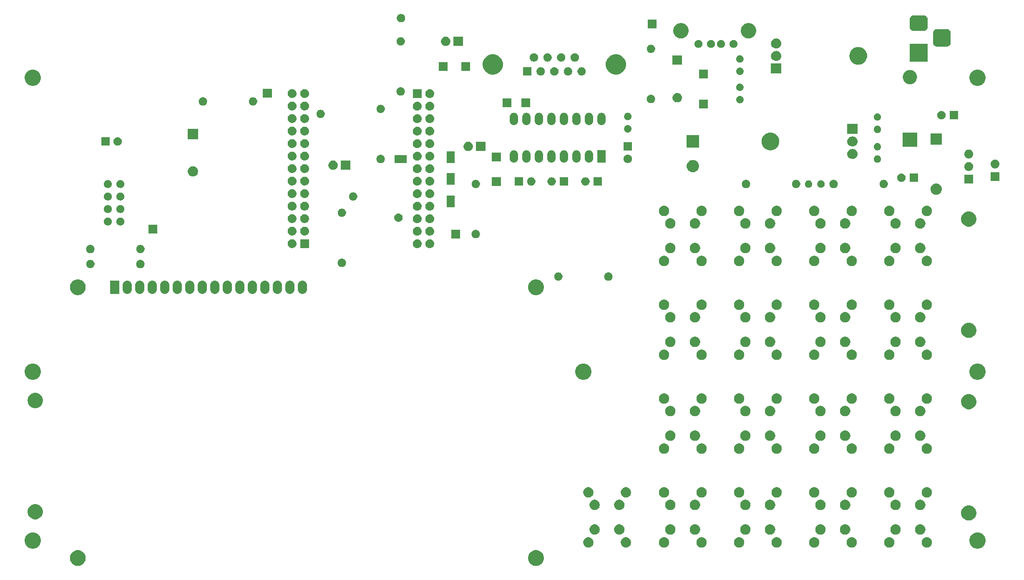
<source format=gbr>
G04 #@! TF.GenerationSoftware,KiCad,Pcbnew,(6.0.0-rc1-dev-1289-g6d8ca311f)*
G04 #@! TF.CreationDate,2018-12-30T23:18:29+01:00
G04 #@! TF.ProjectId,CT800_PCB,43543830-305f-4504-9342-2e6b69636164,rev?*
G04 #@! TF.SameCoordinates,Original*
G04 #@! TF.FileFunction,Soldermask,Top*
G04 #@! TF.FilePolarity,Negative*
%FSLAX46Y46*%
G04 Gerber Fmt 4.6, Leading zero omitted, Abs format (unit mm)*
G04 Created by KiCad (PCBNEW (6.0.0-rc1-dev-1289-g6d8ca311f)) date 30.12.2018 23:18:29*
%MOMM*%
%LPD*%
G01*
G04 APERTURE LIST*
%ADD10C,0.100000*%
G04 APERTURE END LIST*
D10*
G36*
X150863475Y-145536225D02*
X151154838Y-145656912D01*
X151417058Y-145832122D01*
X151640058Y-146055122D01*
X151815268Y-146317342D01*
X151935955Y-146608705D01*
X151997480Y-146918015D01*
X151997480Y-147233385D01*
X151935955Y-147542695D01*
X151815268Y-147834058D01*
X151640058Y-148096278D01*
X151417058Y-148319278D01*
X151154838Y-148494488D01*
X150863475Y-148615175D01*
X150554165Y-148676700D01*
X150238795Y-148676700D01*
X149929485Y-148615175D01*
X149638122Y-148494488D01*
X149375902Y-148319278D01*
X149152902Y-148096278D01*
X148977692Y-147834058D01*
X148857005Y-147542695D01*
X148795480Y-147233385D01*
X148795480Y-146918015D01*
X148857005Y-146608705D01*
X148977692Y-146317342D01*
X149152902Y-146055122D01*
X149375902Y-145832122D01*
X149638122Y-145656912D01*
X149929485Y-145536225D01*
X150238795Y-145474700D01*
X150554165Y-145474700D01*
X150863475Y-145536225D01*
X150863475Y-145536225D01*
G37*
G36*
X57864895Y-145536225D02*
X58156258Y-145656912D01*
X58418478Y-145832122D01*
X58641478Y-146055122D01*
X58816688Y-146317342D01*
X58937375Y-146608705D01*
X58998900Y-146918015D01*
X58998900Y-147233385D01*
X58937375Y-147542695D01*
X58816688Y-147834058D01*
X58641478Y-148096278D01*
X58418478Y-148319278D01*
X58156258Y-148494488D01*
X57864895Y-148615175D01*
X57555585Y-148676700D01*
X57240215Y-148676700D01*
X56930905Y-148615175D01*
X56639542Y-148494488D01*
X56377322Y-148319278D01*
X56154322Y-148096278D01*
X55979112Y-147834058D01*
X55858425Y-147542695D01*
X55796900Y-147233385D01*
X55796900Y-146918015D01*
X55858425Y-146608705D01*
X55979112Y-146317342D01*
X56154322Y-146055122D01*
X56377322Y-145832122D01*
X56639542Y-145656912D01*
X56930905Y-145536225D01*
X57240215Y-145474700D01*
X57555585Y-145474700D01*
X57864895Y-145536225D01*
X57864895Y-145536225D01*
G37*
G36*
X240405256Y-141901298D02*
X240511579Y-141922447D01*
X240812042Y-142046903D01*
X241044735Y-142202384D01*
X241082454Y-142227587D01*
X241312413Y-142457546D01*
X241312415Y-142457549D01*
X241493097Y-142727958D01*
X241617553Y-143028421D01*
X241626746Y-143074637D01*
X241681000Y-143347389D01*
X241681000Y-143672611D01*
X241617553Y-143991578D01*
X241493098Y-144292040D01*
X241312413Y-144562454D01*
X241082454Y-144792413D01*
X241082451Y-144792415D01*
X240812042Y-144973097D01*
X240511579Y-145097553D01*
X240405256Y-145118702D01*
X240192611Y-145161000D01*
X239867389Y-145161000D01*
X239654744Y-145118702D01*
X239548421Y-145097553D01*
X239247958Y-144973097D01*
X238977549Y-144792415D01*
X238977546Y-144792413D01*
X238747587Y-144562454D01*
X238566902Y-144292040D01*
X238442447Y-143991578D01*
X238379000Y-143672611D01*
X238379000Y-143347389D01*
X238433254Y-143074637D01*
X238442447Y-143028421D01*
X238566903Y-142727958D01*
X238747585Y-142457549D01*
X238747587Y-142457546D01*
X238977546Y-142227587D01*
X239015265Y-142202384D01*
X239247958Y-142046903D01*
X239548421Y-141922447D01*
X239654744Y-141901298D01*
X239867389Y-141859000D01*
X240192611Y-141859000D01*
X240405256Y-141901298D01*
X240405256Y-141901298D01*
G37*
G36*
X48635256Y-141901298D02*
X48741579Y-141922447D01*
X49042042Y-142046903D01*
X49274735Y-142202384D01*
X49312454Y-142227587D01*
X49542413Y-142457546D01*
X49542415Y-142457549D01*
X49723097Y-142727958D01*
X49847553Y-143028421D01*
X49856746Y-143074637D01*
X49911000Y-143347389D01*
X49911000Y-143672611D01*
X49847553Y-143991578D01*
X49723098Y-144292040D01*
X49542413Y-144562454D01*
X49312454Y-144792413D01*
X49312451Y-144792415D01*
X49042042Y-144973097D01*
X48741579Y-145097553D01*
X48635256Y-145118702D01*
X48422611Y-145161000D01*
X48097389Y-145161000D01*
X47884744Y-145118702D01*
X47778421Y-145097553D01*
X47477958Y-144973097D01*
X47207549Y-144792415D01*
X47207546Y-144792413D01*
X46977587Y-144562454D01*
X46796902Y-144292040D01*
X46672447Y-143991578D01*
X46609000Y-143672611D01*
X46609000Y-143347389D01*
X46663254Y-143074637D01*
X46672447Y-143028421D01*
X46796903Y-142727958D01*
X46977585Y-142457549D01*
X46977587Y-142457546D01*
X47207546Y-142227587D01*
X47245265Y-142202384D01*
X47477958Y-142046903D01*
X47778421Y-141922447D01*
X47884744Y-141901298D01*
X48097389Y-141859000D01*
X48422611Y-141859000D01*
X48635256Y-141901298D01*
X48635256Y-141901298D01*
G37*
G36*
X199569565Y-142880389D02*
X199760834Y-142959615D01*
X199932976Y-143074637D01*
X200079363Y-143221024D01*
X200194385Y-143393166D01*
X200273611Y-143584435D01*
X200314000Y-143787484D01*
X200314000Y-143994516D01*
X200273611Y-144197565D01*
X200194385Y-144388834D01*
X200079363Y-144560976D01*
X199932976Y-144707363D01*
X199760834Y-144822385D01*
X199569565Y-144901611D01*
X199366516Y-144942000D01*
X199159484Y-144942000D01*
X198956435Y-144901611D01*
X198765166Y-144822385D01*
X198593024Y-144707363D01*
X198446637Y-144560976D01*
X198331615Y-144388834D01*
X198252389Y-144197565D01*
X198212000Y-143994516D01*
X198212000Y-143787484D01*
X198252389Y-143584435D01*
X198331615Y-143393166D01*
X198446637Y-143221024D01*
X198593024Y-143074637D01*
X198765166Y-142959615D01*
X198956435Y-142880389D01*
X199159484Y-142840000D01*
X199366516Y-142840000D01*
X199569565Y-142880389D01*
X199569565Y-142880389D01*
G37*
G36*
X207189565Y-142880389D02*
X207380834Y-142959615D01*
X207552976Y-143074637D01*
X207699363Y-143221024D01*
X207814385Y-143393166D01*
X207893611Y-143584435D01*
X207934000Y-143787484D01*
X207934000Y-143994516D01*
X207893611Y-144197565D01*
X207814385Y-144388834D01*
X207699363Y-144560976D01*
X207552976Y-144707363D01*
X207380834Y-144822385D01*
X207189565Y-144901611D01*
X206986516Y-144942000D01*
X206779484Y-144942000D01*
X206576435Y-144901611D01*
X206385166Y-144822385D01*
X206213024Y-144707363D01*
X206066637Y-144560976D01*
X205951615Y-144388834D01*
X205872389Y-144197565D01*
X205832000Y-143994516D01*
X205832000Y-143787484D01*
X205872389Y-143584435D01*
X205951615Y-143393166D01*
X206066637Y-143221024D01*
X206213024Y-143074637D01*
X206385166Y-142959615D01*
X206576435Y-142880389D01*
X206779484Y-142840000D01*
X206986516Y-142840000D01*
X207189565Y-142880389D01*
X207189565Y-142880389D01*
G37*
G36*
X214809565Y-142880389D02*
X215000834Y-142959615D01*
X215172976Y-143074637D01*
X215319363Y-143221024D01*
X215434385Y-143393166D01*
X215513611Y-143584435D01*
X215554000Y-143787484D01*
X215554000Y-143994516D01*
X215513611Y-144197565D01*
X215434385Y-144388834D01*
X215319363Y-144560976D01*
X215172976Y-144707363D01*
X215000834Y-144822385D01*
X214809565Y-144901611D01*
X214606516Y-144942000D01*
X214399484Y-144942000D01*
X214196435Y-144901611D01*
X214005166Y-144822385D01*
X213833024Y-144707363D01*
X213686637Y-144560976D01*
X213571615Y-144388834D01*
X213492389Y-144197565D01*
X213452000Y-143994516D01*
X213452000Y-143787484D01*
X213492389Y-143584435D01*
X213571615Y-143393166D01*
X213686637Y-143221024D01*
X213833024Y-143074637D01*
X214005166Y-142959615D01*
X214196435Y-142880389D01*
X214399484Y-142840000D01*
X214606516Y-142840000D01*
X214809565Y-142880389D01*
X214809565Y-142880389D01*
G37*
G36*
X191949565Y-142880389D02*
X192140834Y-142959615D01*
X192312976Y-143074637D01*
X192459363Y-143221024D01*
X192574385Y-143393166D01*
X192653611Y-143584435D01*
X192694000Y-143787484D01*
X192694000Y-143994516D01*
X192653611Y-144197565D01*
X192574385Y-144388834D01*
X192459363Y-144560976D01*
X192312976Y-144707363D01*
X192140834Y-144822385D01*
X191949565Y-144901611D01*
X191746516Y-144942000D01*
X191539484Y-144942000D01*
X191336435Y-144901611D01*
X191145166Y-144822385D01*
X190973024Y-144707363D01*
X190826637Y-144560976D01*
X190711615Y-144388834D01*
X190632389Y-144197565D01*
X190592000Y-143994516D01*
X190592000Y-143787484D01*
X190632389Y-143584435D01*
X190711615Y-143393166D01*
X190826637Y-143221024D01*
X190973024Y-143074637D01*
X191145166Y-142959615D01*
X191336435Y-142880389D01*
X191539484Y-142840000D01*
X191746516Y-142840000D01*
X191949565Y-142880389D01*
X191949565Y-142880389D01*
G37*
G36*
X222429565Y-142880389D02*
X222620834Y-142959615D01*
X222792976Y-143074637D01*
X222939363Y-143221024D01*
X223054385Y-143393166D01*
X223133611Y-143584435D01*
X223174000Y-143787484D01*
X223174000Y-143994516D01*
X223133611Y-144197565D01*
X223054385Y-144388834D01*
X222939363Y-144560976D01*
X222792976Y-144707363D01*
X222620834Y-144822385D01*
X222429565Y-144901611D01*
X222226516Y-144942000D01*
X222019484Y-144942000D01*
X221816435Y-144901611D01*
X221625166Y-144822385D01*
X221453024Y-144707363D01*
X221306637Y-144560976D01*
X221191615Y-144388834D01*
X221112389Y-144197565D01*
X221072000Y-143994516D01*
X221072000Y-143787484D01*
X221112389Y-143584435D01*
X221191615Y-143393166D01*
X221306637Y-143221024D01*
X221453024Y-143074637D01*
X221625166Y-142959615D01*
X221816435Y-142880389D01*
X222019484Y-142840000D01*
X222226516Y-142840000D01*
X222429565Y-142880389D01*
X222429565Y-142880389D01*
G37*
G36*
X176709565Y-142880389D02*
X176900834Y-142959615D01*
X177072976Y-143074637D01*
X177219363Y-143221024D01*
X177334385Y-143393166D01*
X177413611Y-143584435D01*
X177454000Y-143787484D01*
X177454000Y-143994516D01*
X177413611Y-144197565D01*
X177334385Y-144388834D01*
X177219363Y-144560976D01*
X177072976Y-144707363D01*
X176900834Y-144822385D01*
X176709565Y-144901611D01*
X176506516Y-144942000D01*
X176299484Y-144942000D01*
X176096435Y-144901611D01*
X175905166Y-144822385D01*
X175733024Y-144707363D01*
X175586637Y-144560976D01*
X175471615Y-144388834D01*
X175392389Y-144197565D01*
X175352000Y-143994516D01*
X175352000Y-143787484D01*
X175392389Y-143584435D01*
X175471615Y-143393166D01*
X175586637Y-143221024D01*
X175733024Y-143074637D01*
X175905166Y-142959615D01*
X176096435Y-142880389D01*
X176299484Y-142840000D01*
X176506516Y-142840000D01*
X176709565Y-142880389D01*
X176709565Y-142880389D01*
G37*
G36*
X184329565Y-142880389D02*
X184520834Y-142959615D01*
X184692976Y-143074637D01*
X184839363Y-143221024D01*
X184954385Y-143393166D01*
X185033611Y-143584435D01*
X185074000Y-143787484D01*
X185074000Y-143994516D01*
X185033611Y-144197565D01*
X184954385Y-144388834D01*
X184839363Y-144560976D01*
X184692976Y-144707363D01*
X184520834Y-144822385D01*
X184329565Y-144901611D01*
X184126516Y-144942000D01*
X183919484Y-144942000D01*
X183716435Y-144901611D01*
X183525166Y-144822385D01*
X183353024Y-144707363D01*
X183206637Y-144560976D01*
X183091615Y-144388834D01*
X183012389Y-144197565D01*
X182972000Y-143994516D01*
X182972000Y-143787484D01*
X183012389Y-143584435D01*
X183091615Y-143393166D01*
X183206637Y-143221024D01*
X183353024Y-143074637D01*
X183525166Y-142959615D01*
X183716435Y-142880389D01*
X183919484Y-142840000D01*
X184126516Y-142840000D01*
X184329565Y-142880389D01*
X184329565Y-142880389D01*
G37*
G36*
X161342565Y-142880389D02*
X161533834Y-142959615D01*
X161705976Y-143074637D01*
X161852363Y-143221024D01*
X161967385Y-143393166D01*
X162046611Y-143584435D01*
X162087000Y-143787484D01*
X162087000Y-143994516D01*
X162046611Y-144197565D01*
X161967385Y-144388834D01*
X161852363Y-144560976D01*
X161705976Y-144707363D01*
X161533834Y-144822385D01*
X161342565Y-144901611D01*
X161139516Y-144942000D01*
X160932484Y-144942000D01*
X160729435Y-144901611D01*
X160538166Y-144822385D01*
X160366024Y-144707363D01*
X160219637Y-144560976D01*
X160104615Y-144388834D01*
X160025389Y-144197565D01*
X159985000Y-143994516D01*
X159985000Y-143787484D01*
X160025389Y-143584435D01*
X160104615Y-143393166D01*
X160219637Y-143221024D01*
X160366024Y-143074637D01*
X160538166Y-142959615D01*
X160729435Y-142880389D01*
X160932484Y-142840000D01*
X161139516Y-142840000D01*
X161342565Y-142880389D01*
X161342565Y-142880389D01*
G37*
G36*
X168962565Y-142880389D02*
X169153834Y-142959615D01*
X169325976Y-143074637D01*
X169472363Y-143221024D01*
X169587385Y-143393166D01*
X169666611Y-143584435D01*
X169707000Y-143787484D01*
X169707000Y-143994516D01*
X169666611Y-144197565D01*
X169587385Y-144388834D01*
X169472363Y-144560976D01*
X169325976Y-144707363D01*
X169153834Y-144822385D01*
X168962565Y-144901611D01*
X168759516Y-144942000D01*
X168552484Y-144942000D01*
X168349435Y-144901611D01*
X168158166Y-144822385D01*
X167986024Y-144707363D01*
X167839637Y-144560976D01*
X167724615Y-144388834D01*
X167645389Y-144197565D01*
X167605000Y-143994516D01*
X167605000Y-143787484D01*
X167645389Y-143584435D01*
X167724615Y-143393166D01*
X167839637Y-143221024D01*
X167986024Y-143074637D01*
X168158166Y-142959615D01*
X168349435Y-142880389D01*
X168552484Y-142840000D01*
X168759516Y-142840000D01*
X168962565Y-142880389D01*
X168962565Y-142880389D01*
G37*
G36*
X230049565Y-142880389D02*
X230240834Y-142959615D01*
X230412976Y-143074637D01*
X230559363Y-143221024D01*
X230674385Y-143393166D01*
X230753611Y-143584435D01*
X230794000Y-143787484D01*
X230794000Y-143994516D01*
X230753611Y-144197565D01*
X230674385Y-144388834D01*
X230559363Y-144560976D01*
X230412976Y-144707363D01*
X230240834Y-144822385D01*
X230049565Y-144901611D01*
X229846516Y-144942000D01*
X229639484Y-144942000D01*
X229436435Y-144901611D01*
X229245166Y-144822385D01*
X229073024Y-144707363D01*
X228926637Y-144560976D01*
X228811615Y-144388834D01*
X228732389Y-144197565D01*
X228692000Y-143994516D01*
X228692000Y-143787484D01*
X228732389Y-143584435D01*
X228811615Y-143393166D01*
X228926637Y-143221024D01*
X229073024Y-143074637D01*
X229245166Y-142959615D01*
X229436435Y-142880389D01*
X229639484Y-142840000D01*
X229846516Y-142840000D01*
X230049565Y-142880389D01*
X230049565Y-142880389D01*
G37*
G36*
X162612565Y-140260389D02*
X162803834Y-140339615D01*
X162975976Y-140454637D01*
X163122363Y-140601024D01*
X163237385Y-140773166D01*
X163316611Y-140964435D01*
X163357000Y-141167484D01*
X163357000Y-141374516D01*
X163316611Y-141577565D01*
X163237385Y-141768834D01*
X163122363Y-141940976D01*
X162975976Y-142087363D01*
X162803834Y-142202385D01*
X162612565Y-142281611D01*
X162409516Y-142322000D01*
X162202484Y-142322000D01*
X161999435Y-142281611D01*
X161808166Y-142202385D01*
X161636024Y-142087363D01*
X161489637Y-141940976D01*
X161374615Y-141768834D01*
X161295389Y-141577565D01*
X161255000Y-141374516D01*
X161255000Y-141167484D01*
X161295389Y-140964435D01*
X161374615Y-140773166D01*
X161489637Y-140601024D01*
X161636024Y-140454637D01*
X161808166Y-140339615D01*
X161999435Y-140260389D01*
X162202484Y-140220000D01*
X162409516Y-140220000D01*
X162612565Y-140260389D01*
X162612565Y-140260389D01*
G37*
G36*
X208459565Y-140260389D02*
X208650834Y-140339615D01*
X208822976Y-140454637D01*
X208969363Y-140601024D01*
X209084385Y-140773166D01*
X209163611Y-140964435D01*
X209204000Y-141167484D01*
X209204000Y-141374516D01*
X209163611Y-141577565D01*
X209084385Y-141768834D01*
X208969363Y-141940976D01*
X208822976Y-142087363D01*
X208650834Y-142202385D01*
X208459565Y-142281611D01*
X208256516Y-142322000D01*
X208049484Y-142322000D01*
X207846435Y-142281611D01*
X207655166Y-142202385D01*
X207483024Y-142087363D01*
X207336637Y-141940976D01*
X207221615Y-141768834D01*
X207142389Y-141577565D01*
X207102000Y-141374516D01*
X207102000Y-141167484D01*
X207142389Y-140964435D01*
X207221615Y-140773166D01*
X207336637Y-140601024D01*
X207483024Y-140454637D01*
X207655166Y-140339615D01*
X207846435Y-140260389D01*
X208049484Y-140220000D01*
X208256516Y-140220000D01*
X208459565Y-140260389D01*
X208459565Y-140260389D01*
G37*
G36*
X213459565Y-140260389D02*
X213650834Y-140339615D01*
X213822976Y-140454637D01*
X213969363Y-140601024D01*
X214084385Y-140773166D01*
X214163611Y-140964435D01*
X214204000Y-141167484D01*
X214204000Y-141374516D01*
X214163611Y-141577565D01*
X214084385Y-141768834D01*
X213969363Y-141940976D01*
X213822976Y-142087363D01*
X213650834Y-142202385D01*
X213459565Y-142281611D01*
X213256516Y-142322000D01*
X213049484Y-142322000D01*
X212846435Y-142281611D01*
X212655166Y-142202385D01*
X212483024Y-142087363D01*
X212336637Y-141940976D01*
X212221615Y-141768834D01*
X212142389Y-141577565D01*
X212102000Y-141374516D01*
X212102000Y-141167484D01*
X212142389Y-140964435D01*
X212221615Y-140773166D01*
X212336637Y-140601024D01*
X212483024Y-140454637D01*
X212655166Y-140339615D01*
X212846435Y-140260389D01*
X213049484Y-140220000D01*
X213256516Y-140220000D01*
X213459565Y-140260389D01*
X213459565Y-140260389D01*
G37*
G36*
X223699565Y-140260389D02*
X223890834Y-140339615D01*
X224062976Y-140454637D01*
X224209363Y-140601024D01*
X224324385Y-140773166D01*
X224403611Y-140964435D01*
X224444000Y-141167484D01*
X224444000Y-141374516D01*
X224403611Y-141577565D01*
X224324385Y-141768834D01*
X224209363Y-141940976D01*
X224062976Y-142087363D01*
X223890834Y-142202385D01*
X223699565Y-142281611D01*
X223496516Y-142322000D01*
X223289484Y-142322000D01*
X223086435Y-142281611D01*
X222895166Y-142202385D01*
X222723024Y-142087363D01*
X222576637Y-141940976D01*
X222461615Y-141768834D01*
X222382389Y-141577565D01*
X222342000Y-141374516D01*
X222342000Y-141167484D01*
X222382389Y-140964435D01*
X222461615Y-140773166D01*
X222576637Y-140601024D01*
X222723024Y-140454637D01*
X222895166Y-140339615D01*
X223086435Y-140260389D01*
X223289484Y-140220000D01*
X223496516Y-140220000D01*
X223699565Y-140260389D01*
X223699565Y-140260389D01*
G37*
G36*
X228699565Y-140260389D02*
X228890834Y-140339615D01*
X229062976Y-140454637D01*
X229209363Y-140601024D01*
X229324385Y-140773166D01*
X229403611Y-140964435D01*
X229444000Y-141167484D01*
X229444000Y-141374516D01*
X229403611Y-141577565D01*
X229324385Y-141768834D01*
X229209363Y-141940976D01*
X229062976Y-142087363D01*
X228890834Y-142202385D01*
X228699565Y-142281611D01*
X228496516Y-142322000D01*
X228289484Y-142322000D01*
X228086435Y-142281611D01*
X227895166Y-142202385D01*
X227723024Y-142087363D01*
X227576637Y-141940976D01*
X227461615Y-141768834D01*
X227382389Y-141577565D01*
X227342000Y-141374516D01*
X227342000Y-141167484D01*
X227382389Y-140964435D01*
X227461615Y-140773166D01*
X227576637Y-140601024D01*
X227723024Y-140454637D01*
X227895166Y-140339615D01*
X228086435Y-140260389D01*
X228289484Y-140220000D01*
X228496516Y-140220000D01*
X228699565Y-140260389D01*
X228699565Y-140260389D01*
G37*
G36*
X198219565Y-140260389D02*
X198410834Y-140339615D01*
X198582976Y-140454637D01*
X198729363Y-140601024D01*
X198844385Y-140773166D01*
X198923611Y-140964435D01*
X198964000Y-141167484D01*
X198964000Y-141374516D01*
X198923611Y-141577565D01*
X198844385Y-141768834D01*
X198729363Y-141940976D01*
X198582976Y-142087363D01*
X198410834Y-142202385D01*
X198219565Y-142281611D01*
X198016516Y-142322000D01*
X197809484Y-142322000D01*
X197606435Y-142281611D01*
X197415166Y-142202385D01*
X197243024Y-142087363D01*
X197096637Y-141940976D01*
X196981615Y-141768834D01*
X196902389Y-141577565D01*
X196862000Y-141374516D01*
X196862000Y-141167484D01*
X196902389Y-140964435D01*
X196981615Y-140773166D01*
X197096637Y-140601024D01*
X197243024Y-140454637D01*
X197415166Y-140339615D01*
X197606435Y-140260389D01*
X197809484Y-140220000D01*
X198016516Y-140220000D01*
X198219565Y-140260389D01*
X198219565Y-140260389D01*
G37*
G36*
X193219565Y-140260389D02*
X193410834Y-140339615D01*
X193582976Y-140454637D01*
X193729363Y-140601024D01*
X193844385Y-140773166D01*
X193923611Y-140964435D01*
X193964000Y-141167484D01*
X193964000Y-141374516D01*
X193923611Y-141577565D01*
X193844385Y-141768834D01*
X193729363Y-141940976D01*
X193582976Y-142087363D01*
X193410834Y-142202385D01*
X193219565Y-142281611D01*
X193016516Y-142322000D01*
X192809484Y-142322000D01*
X192606435Y-142281611D01*
X192415166Y-142202385D01*
X192243024Y-142087363D01*
X192096637Y-141940976D01*
X191981615Y-141768834D01*
X191902389Y-141577565D01*
X191862000Y-141374516D01*
X191862000Y-141167484D01*
X191902389Y-140964435D01*
X191981615Y-140773166D01*
X192096637Y-140601024D01*
X192243024Y-140454637D01*
X192415166Y-140339615D01*
X192606435Y-140260389D01*
X192809484Y-140220000D01*
X193016516Y-140220000D01*
X193219565Y-140260389D01*
X193219565Y-140260389D01*
G37*
G36*
X167612565Y-140260389D02*
X167803834Y-140339615D01*
X167975976Y-140454637D01*
X168122363Y-140601024D01*
X168237385Y-140773166D01*
X168316611Y-140964435D01*
X168357000Y-141167484D01*
X168357000Y-141374516D01*
X168316611Y-141577565D01*
X168237385Y-141768834D01*
X168122363Y-141940976D01*
X167975976Y-142087363D01*
X167803834Y-142202385D01*
X167612565Y-142281611D01*
X167409516Y-142322000D01*
X167202484Y-142322000D01*
X166999435Y-142281611D01*
X166808166Y-142202385D01*
X166636024Y-142087363D01*
X166489637Y-141940976D01*
X166374615Y-141768834D01*
X166295389Y-141577565D01*
X166255000Y-141374516D01*
X166255000Y-141167484D01*
X166295389Y-140964435D01*
X166374615Y-140773166D01*
X166489637Y-140601024D01*
X166636024Y-140454637D01*
X166808166Y-140339615D01*
X166999435Y-140260389D01*
X167202484Y-140220000D01*
X167409516Y-140220000D01*
X167612565Y-140260389D01*
X167612565Y-140260389D01*
G37*
G36*
X177979565Y-140260389D02*
X178170834Y-140339615D01*
X178342976Y-140454637D01*
X178489363Y-140601024D01*
X178604385Y-140773166D01*
X178683611Y-140964435D01*
X178724000Y-141167484D01*
X178724000Y-141374516D01*
X178683611Y-141577565D01*
X178604385Y-141768834D01*
X178489363Y-141940976D01*
X178342976Y-142087363D01*
X178170834Y-142202385D01*
X177979565Y-142281611D01*
X177776516Y-142322000D01*
X177569484Y-142322000D01*
X177366435Y-142281611D01*
X177175166Y-142202385D01*
X177003024Y-142087363D01*
X176856637Y-141940976D01*
X176741615Y-141768834D01*
X176662389Y-141577565D01*
X176622000Y-141374516D01*
X176622000Y-141167484D01*
X176662389Y-140964435D01*
X176741615Y-140773166D01*
X176856637Y-140601024D01*
X177003024Y-140454637D01*
X177175166Y-140339615D01*
X177366435Y-140260389D01*
X177569484Y-140220000D01*
X177776516Y-140220000D01*
X177979565Y-140260389D01*
X177979565Y-140260389D01*
G37*
G36*
X182979565Y-140260389D02*
X183170834Y-140339615D01*
X183342976Y-140454637D01*
X183489363Y-140601024D01*
X183604385Y-140773166D01*
X183683611Y-140964435D01*
X183724000Y-141167484D01*
X183724000Y-141374516D01*
X183683611Y-141577565D01*
X183604385Y-141768834D01*
X183489363Y-141940976D01*
X183342976Y-142087363D01*
X183170834Y-142202385D01*
X182979565Y-142281611D01*
X182776516Y-142322000D01*
X182569484Y-142322000D01*
X182366435Y-142281611D01*
X182175166Y-142202385D01*
X182003024Y-142087363D01*
X181856637Y-141940976D01*
X181741615Y-141768834D01*
X181662389Y-141577565D01*
X181622000Y-141374516D01*
X181622000Y-141167484D01*
X181662389Y-140964435D01*
X181741615Y-140773166D01*
X181856637Y-140601024D01*
X182003024Y-140454637D01*
X182175166Y-140339615D01*
X182366435Y-140260389D01*
X182569484Y-140220000D01*
X182776516Y-140220000D01*
X182979565Y-140260389D01*
X182979565Y-140260389D01*
G37*
G36*
X238604527Y-136404736D02*
X238704410Y-136424604D01*
X238986674Y-136541521D01*
X239240705Y-136711259D01*
X239456741Y-136927295D01*
X239626479Y-137181326D01*
X239743396Y-137463590D01*
X239743396Y-137463591D01*
X239803000Y-137763238D01*
X239803000Y-138068762D01*
X239792726Y-138120410D01*
X239743396Y-138368410D01*
X239626479Y-138650674D01*
X239456741Y-138904705D01*
X239240705Y-139120741D01*
X238986674Y-139290479D01*
X238704410Y-139407396D01*
X238604527Y-139427264D01*
X238404762Y-139467000D01*
X238099238Y-139467000D01*
X237899473Y-139427264D01*
X237799590Y-139407396D01*
X237517326Y-139290479D01*
X237263295Y-139120741D01*
X237047259Y-138904705D01*
X236877521Y-138650674D01*
X236760604Y-138368410D01*
X236711274Y-138120410D01*
X236701000Y-138068762D01*
X236701000Y-137763238D01*
X236760604Y-137463591D01*
X236760604Y-137463590D01*
X236877521Y-137181326D01*
X237047259Y-136927295D01*
X237263295Y-136711259D01*
X237517326Y-136541521D01*
X237799590Y-136424604D01*
X237899473Y-136404736D01*
X238099238Y-136365000D01*
X238404762Y-136365000D01*
X238604527Y-136404736D01*
X238604527Y-136404736D01*
G37*
G36*
X49120527Y-136156736D02*
X49220410Y-136176604D01*
X49502674Y-136293521D01*
X49756705Y-136463259D01*
X49972741Y-136679295D01*
X50142479Y-136933326D01*
X50253926Y-137202385D01*
X50259396Y-137215591D01*
X50308727Y-137463591D01*
X50319000Y-137515240D01*
X50319000Y-137820760D01*
X50259396Y-138120410D01*
X50142479Y-138402674D01*
X49972741Y-138656705D01*
X49756705Y-138872741D01*
X49502674Y-139042479D01*
X49220410Y-139159396D01*
X49120527Y-139179264D01*
X48920762Y-139219000D01*
X48615238Y-139219000D01*
X48415473Y-139179264D01*
X48315590Y-139159396D01*
X48033326Y-139042479D01*
X47779295Y-138872741D01*
X47563259Y-138656705D01*
X47393521Y-138402674D01*
X47276604Y-138120410D01*
X47217000Y-137820760D01*
X47217000Y-137515240D01*
X47227274Y-137463591D01*
X47276604Y-137215591D01*
X47282074Y-137202385D01*
X47393521Y-136933326D01*
X47563259Y-136679295D01*
X47779295Y-136463259D01*
X48033326Y-136293521D01*
X48315590Y-136176604D01*
X48415473Y-136156736D01*
X48615238Y-136117000D01*
X48920762Y-136117000D01*
X49120527Y-136156736D01*
X49120527Y-136156736D01*
G37*
G36*
X162612565Y-135260389D02*
X162803834Y-135339615D01*
X162975976Y-135454637D01*
X163122363Y-135601024D01*
X163237385Y-135773166D01*
X163316611Y-135964435D01*
X163357000Y-136167484D01*
X163357000Y-136374516D01*
X163316611Y-136577565D01*
X163237385Y-136768834D01*
X163122363Y-136940976D01*
X162975976Y-137087363D01*
X162803834Y-137202385D01*
X162612565Y-137281611D01*
X162409516Y-137322000D01*
X162202484Y-137322000D01*
X161999435Y-137281611D01*
X161808166Y-137202385D01*
X161636024Y-137087363D01*
X161489637Y-136940976D01*
X161374615Y-136768834D01*
X161295389Y-136577565D01*
X161255000Y-136374516D01*
X161255000Y-136167484D01*
X161295389Y-135964435D01*
X161374615Y-135773166D01*
X161489637Y-135601024D01*
X161636024Y-135454637D01*
X161808166Y-135339615D01*
X161999435Y-135260389D01*
X162202484Y-135220000D01*
X162409516Y-135220000D01*
X162612565Y-135260389D01*
X162612565Y-135260389D01*
G37*
G36*
X193219565Y-135260389D02*
X193410834Y-135339615D01*
X193582976Y-135454637D01*
X193729363Y-135601024D01*
X193844385Y-135773166D01*
X193923611Y-135964435D01*
X193964000Y-136167484D01*
X193964000Y-136374516D01*
X193923611Y-136577565D01*
X193844385Y-136768834D01*
X193729363Y-136940976D01*
X193582976Y-137087363D01*
X193410834Y-137202385D01*
X193219565Y-137281611D01*
X193016516Y-137322000D01*
X192809484Y-137322000D01*
X192606435Y-137281611D01*
X192415166Y-137202385D01*
X192243024Y-137087363D01*
X192096637Y-136940976D01*
X191981615Y-136768834D01*
X191902389Y-136577565D01*
X191862000Y-136374516D01*
X191862000Y-136167484D01*
X191902389Y-135964435D01*
X191981615Y-135773166D01*
X192096637Y-135601024D01*
X192243024Y-135454637D01*
X192415166Y-135339615D01*
X192606435Y-135260389D01*
X192809484Y-135220000D01*
X193016516Y-135220000D01*
X193219565Y-135260389D01*
X193219565Y-135260389D01*
G37*
G36*
X198219565Y-135260389D02*
X198410834Y-135339615D01*
X198582976Y-135454637D01*
X198729363Y-135601024D01*
X198844385Y-135773166D01*
X198923611Y-135964435D01*
X198964000Y-136167484D01*
X198964000Y-136374516D01*
X198923611Y-136577565D01*
X198844385Y-136768834D01*
X198729363Y-136940976D01*
X198582976Y-137087363D01*
X198410834Y-137202385D01*
X198219565Y-137281611D01*
X198016516Y-137322000D01*
X197809484Y-137322000D01*
X197606435Y-137281611D01*
X197415166Y-137202385D01*
X197243024Y-137087363D01*
X197096637Y-136940976D01*
X196981615Y-136768834D01*
X196902389Y-136577565D01*
X196862000Y-136374516D01*
X196862000Y-136167484D01*
X196902389Y-135964435D01*
X196981615Y-135773166D01*
X197096637Y-135601024D01*
X197243024Y-135454637D01*
X197415166Y-135339615D01*
X197606435Y-135260389D01*
X197809484Y-135220000D01*
X198016516Y-135220000D01*
X198219565Y-135260389D01*
X198219565Y-135260389D01*
G37*
G36*
X208459565Y-135260389D02*
X208650834Y-135339615D01*
X208822976Y-135454637D01*
X208969363Y-135601024D01*
X209084385Y-135773166D01*
X209163611Y-135964435D01*
X209204000Y-136167484D01*
X209204000Y-136374516D01*
X209163611Y-136577565D01*
X209084385Y-136768834D01*
X208969363Y-136940976D01*
X208822976Y-137087363D01*
X208650834Y-137202385D01*
X208459565Y-137281611D01*
X208256516Y-137322000D01*
X208049484Y-137322000D01*
X207846435Y-137281611D01*
X207655166Y-137202385D01*
X207483024Y-137087363D01*
X207336637Y-136940976D01*
X207221615Y-136768834D01*
X207142389Y-136577565D01*
X207102000Y-136374516D01*
X207102000Y-136167484D01*
X207142389Y-135964435D01*
X207221615Y-135773166D01*
X207336637Y-135601024D01*
X207483024Y-135454637D01*
X207655166Y-135339615D01*
X207846435Y-135260389D01*
X208049484Y-135220000D01*
X208256516Y-135220000D01*
X208459565Y-135260389D01*
X208459565Y-135260389D01*
G37*
G36*
X213459565Y-135260389D02*
X213650834Y-135339615D01*
X213822976Y-135454637D01*
X213969363Y-135601024D01*
X214084385Y-135773166D01*
X214163611Y-135964435D01*
X214204000Y-136167484D01*
X214204000Y-136374516D01*
X214163611Y-136577565D01*
X214084385Y-136768834D01*
X213969363Y-136940976D01*
X213822976Y-137087363D01*
X213650834Y-137202385D01*
X213459565Y-137281611D01*
X213256516Y-137322000D01*
X213049484Y-137322000D01*
X212846435Y-137281611D01*
X212655166Y-137202385D01*
X212483024Y-137087363D01*
X212336637Y-136940976D01*
X212221615Y-136768834D01*
X212142389Y-136577565D01*
X212102000Y-136374516D01*
X212102000Y-136167484D01*
X212142389Y-135964435D01*
X212221615Y-135773166D01*
X212336637Y-135601024D01*
X212483024Y-135454637D01*
X212655166Y-135339615D01*
X212846435Y-135260389D01*
X213049484Y-135220000D01*
X213256516Y-135220000D01*
X213459565Y-135260389D01*
X213459565Y-135260389D01*
G37*
G36*
X182979565Y-135260389D02*
X183170834Y-135339615D01*
X183342976Y-135454637D01*
X183489363Y-135601024D01*
X183604385Y-135773166D01*
X183683611Y-135964435D01*
X183724000Y-136167484D01*
X183724000Y-136374516D01*
X183683611Y-136577565D01*
X183604385Y-136768834D01*
X183489363Y-136940976D01*
X183342976Y-137087363D01*
X183170834Y-137202385D01*
X182979565Y-137281611D01*
X182776516Y-137322000D01*
X182569484Y-137322000D01*
X182366435Y-137281611D01*
X182175166Y-137202385D01*
X182003024Y-137087363D01*
X181856637Y-136940976D01*
X181741615Y-136768834D01*
X181662389Y-136577565D01*
X181622000Y-136374516D01*
X181622000Y-136167484D01*
X181662389Y-135964435D01*
X181741615Y-135773166D01*
X181856637Y-135601024D01*
X182003024Y-135454637D01*
X182175166Y-135339615D01*
X182366435Y-135260389D01*
X182569484Y-135220000D01*
X182776516Y-135220000D01*
X182979565Y-135260389D01*
X182979565Y-135260389D01*
G37*
G36*
X177979565Y-135260389D02*
X178170834Y-135339615D01*
X178342976Y-135454637D01*
X178489363Y-135601024D01*
X178604385Y-135773166D01*
X178683611Y-135964435D01*
X178724000Y-136167484D01*
X178724000Y-136374516D01*
X178683611Y-136577565D01*
X178604385Y-136768834D01*
X178489363Y-136940976D01*
X178342976Y-137087363D01*
X178170834Y-137202385D01*
X177979565Y-137281611D01*
X177776516Y-137322000D01*
X177569484Y-137322000D01*
X177366435Y-137281611D01*
X177175166Y-137202385D01*
X177003024Y-137087363D01*
X176856637Y-136940976D01*
X176741615Y-136768834D01*
X176662389Y-136577565D01*
X176622000Y-136374516D01*
X176622000Y-136167484D01*
X176662389Y-135964435D01*
X176741615Y-135773166D01*
X176856637Y-135601024D01*
X177003024Y-135454637D01*
X177175166Y-135339615D01*
X177366435Y-135260389D01*
X177569484Y-135220000D01*
X177776516Y-135220000D01*
X177979565Y-135260389D01*
X177979565Y-135260389D01*
G37*
G36*
X228699565Y-135260389D02*
X228890834Y-135339615D01*
X229062976Y-135454637D01*
X229209363Y-135601024D01*
X229324385Y-135773166D01*
X229403611Y-135964435D01*
X229444000Y-136167484D01*
X229444000Y-136374516D01*
X229403611Y-136577565D01*
X229324385Y-136768834D01*
X229209363Y-136940976D01*
X229062976Y-137087363D01*
X228890834Y-137202385D01*
X228699565Y-137281611D01*
X228496516Y-137322000D01*
X228289484Y-137322000D01*
X228086435Y-137281611D01*
X227895166Y-137202385D01*
X227723024Y-137087363D01*
X227576637Y-136940976D01*
X227461615Y-136768834D01*
X227382389Y-136577565D01*
X227342000Y-136374516D01*
X227342000Y-136167484D01*
X227382389Y-135964435D01*
X227461615Y-135773166D01*
X227576637Y-135601024D01*
X227723024Y-135454637D01*
X227895166Y-135339615D01*
X228086435Y-135260389D01*
X228289484Y-135220000D01*
X228496516Y-135220000D01*
X228699565Y-135260389D01*
X228699565Y-135260389D01*
G37*
G36*
X167612565Y-135260389D02*
X167803834Y-135339615D01*
X167975976Y-135454637D01*
X168122363Y-135601024D01*
X168237385Y-135773166D01*
X168316611Y-135964435D01*
X168357000Y-136167484D01*
X168357000Y-136374516D01*
X168316611Y-136577565D01*
X168237385Y-136768834D01*
X168122363Y-136940976D01*
X167975976Y-137087363D01*
X167803834Y-137202385D01*
X167612565Y-137281611D01*
X167409516Y-137322000D01*
X167202484Y-137322000D01*
X166999435Y-137281611D01*
X166808166Y-137202385D01*
X166636024Y-137087363D01*
X166489637Y-136940976D01*
X166374615Y-136768834D01*
X166295389Y-136577565D01*
X166255000Y-136374516D01*
X166255000Y-136167484D01*
X166295389Y-135964435D01*
X166374615Y-135773166D01*
X166489637Y-135601024D01*
X166636024Y-135454637D01*
X166808166Y-135339615D01*
X166999435Y-135260389D01*
X167202484Y-135220000D01*
X167409516Y-135220000D01*
X167612565Y-135260389D01*
X167612565Y-135260389D01*
G37*
G36*
X223699565Y-135260389D02*
X223890834Y-135339615D01*
X224062976Y-135454637D01*
X224209363Y-135601024D01*
X224324385Y-135773166D01*
X224403611Y-135964435D01*
X224444000Y-136167484D01*
X224444000Y-136374516D01*
X224403611Y-136577565D01*
X224324385Y-136768834D01*
X224209363Y-136940976D01*
X224062976Y-137087363D01*
X223890834Y-137202385D01*
X223699565Y-137281611D01*
X223496516Y-137322000D01*
X223289484Y-137322000D01*
X223086435Y-137281611D01*
X222895166Y-137202385D01*
X222723024Y-137087363D01*
X222576637Y-136940976D01*
X222461615Y-136768834D01*
X222382389Y-136577565D01*
X222342000Y-136374516D01*
X222342000Y-136167484D01*
X222382389Y-135964435D01*
X222461615Y-135773166D01*
X222576637Y-135601024D01*
X222723024Y-135454637D01*
X222895166Y-135339615D01*
X223086435Y-135260389D01*
X223289484Y-135220000D01*
X223496516Y-135220000D01*
X223699565Y-135260389D01*
X223699565Y-135260389D01*
G37*
G36*
X222429565Y-132720389D02*
X222620834Y-132799615D01*
X222792976Y-132914637D01*
X222939363Y-133061024D01*
X223054385Y-133233166D01*
X223133611Y-133424435D01*
X223174000Y-133627484D01*
X223174000Y-133834516D01*
X223133611Y-134037565D01*
X223054385Y-134228834D01*
X222939363Y-134400976D01*
X222792976Y-134547363D01*
X222620834Y-134662385D01*
X222429565Y-134741611D01*
X222226516Y-134782000D01*
X222019484Y-134782000D01*
X221816435Y-134741611D01*
X221625166Y-134662385D01*
X221453024Y-134547363D01*
X221306637Y-134400976D01*
X221191615Y-134228834D01*
X221112389Y-134037565D01*
X221072000Y-133834516D01*
X221072000Y-133627484D01*
X221112389Y-133424435D01*
X221191615Y-133233166D01*
X221306637Y-133061024D01*
X221453024Y-132914637D01*
X221625166Y-132799615D01*
X221816435Y-132720389D01*
X222019484Y-132680000D01*
X222226516Y-132680000D01*
X222429565Y-132720389D01*
X222429565Y-132720389D01*
G37*
G36*
X176709565Y-132720389D02*
X176900834Y-132799615D01*
X177072976Y-132914637D01*
X177219363Y-133061024D01*
X177334385Y-133233166D01*
X177413611Y-133424435D01*
X177454000Y-133627484D01*
X177454000Y-133834516D01*
X177413611Y-134037565D01*
X177334385Y-134228834D01*
X177219363Y-134400976D01*
X177072976Y-134547363D01*
X176900834Y-134662385D01*
X176709565Y-134741611D01*
X176506516Y-134782000D01*
X176299484Y-134782000D01*
X176096435Y-134741611D01*
X175905166Y-134662385D01*
X175733024Y-134547363D01*
X175586637Y-134400976D01*
X175471615Y-134228834D01*
X175392389Y-134037565D01*
X175352000Y-133834516D01*
X175352000Y-133627484D01*
X175392389Y-133424435D01*
X175471615Y-133233166D01*
X175586637Y-133061024D01*
X175733024Y-132914637D01*
X175905166Y-132799615D01*
X176096435Y-132720389D01*
X176299484Y-132680000D01*
X176506516Y-132680000D01*
X176709565Y-132720389D01*
X176709565Y-132720389D01*
G37*
G36*
X168962565Y-132720389D02*
X169153834Y-132799615D01*
X169325976Y-132914637D01*
X169472363Y-133061024D01*
X169587385Y-133233166D01*
X169666611Y-133424435D01*
X169707000Y-133627484D01*
X169707000Y-133834516D01*
X169666611Y-134037565D01*
X169587385Y-134228834D01*
X169472363Y-134400976D01*
X169325976Y-134547363D01*
X169153834Y-134662385D01*
X168962565Y-134741611D01*
X168759516Y-134782000D01*
X168552484Y-134782000D01*
X168349435Y-134741611D01*
X168158166Y-134662385D01*
X167986024Y-134547363D01*
X167839637Y-134400976D01*
X167724615Y-134228834D01*
X167645389Y-134037565D01*
X167605000Y-133834516D01*
X167605000Y-133627484D01*
X167645389Y-133424435D01*
X167724615Y-133233166D01*
X167839637Y-133061024D01*
X167986024Y-132914637D01*
X168158166Y-132799615D01*
X168349435Y-132720389D01*
X168552484Y-132680000D01*
X168759516Y-132680000D01*
X168962565Y-132720389D01*
X168962565Y-132720389D01*
G37*
G36*
X184329565Y-132720389D02*
X184520834Y-132799615D01*
X184692976Y-132914637D01*
X184839363Y-133061024D01*
X184954385Y-133233166D01*
X185033611Y-133424435D01*
X185074000Y-133627484D01*
X185074000Y-133834516D01*
X185033611Y-134037565D01*
X184954385Y-134228834D01*
X184839363Y-134400976D01*
X184692976Y-134547363D01*
X184520834Y-134662385D01*
X184329565Y-134741611D01*
X184126516Y-134782000D01*
X183919484Y-134782000D01*
X183716435Y-134741611D01*
X183525166Y-134662385D01*
X183353024Y-134547363D01*
X183206637Y-134400976D01*
X183091615Y-134228834D01*
X183012389Y-134037565D01*
X182972000Y-133834516D01*
X182972000Y-133627484D01*
X183012389Y-133424435D01*
X183091615Y-133233166D01*
X183206637Y-133061024D01*
X183353024Y-132914637D01*
X183525166Y-132799615D01*
X183716435Y-132720389D01*
X183919484Y-132680000D01*
X184126516Y-132680000D01*
X184329565Y-132720389D01*
X184329565Y-132720389D01*
G37*
G36*
X191949565Y-132720389D02*
X192140834Y-132799615D01*
X192312976Y-132914637D01*
X192459363Y-133061024D01*
X192574385Y-133233166D01*
X192653611Y-133424435D01*
X192694000Y-133627484D01*
X192694000Y-133834516D01*
X192653611Y-134037565D01*
X192574385Y-134228834D01*
X192459363Y-134400976D01*
X192312976Y-134547363D01*
X192140834Y-134662385D01*
X191949565Y-134741611D01*
X191746516Y-134782000D01*
X191539484Y-134782000D01*
X191336435Y-134741611D01*
X191145166Y-134662385D01*
X190973024Y-134547363D01*
X190826637Y-134400976D01*
X190711615Y-134228834D01*
X190632389Y-134037565D01*
X190592000Y-133834516D01*
X190592000Y-133627484D01*
X190632389Y-133424435D01*
X190711615Y-133233166D01*
X190826637Y-133061024D01*
X190973024Y-132914637D01*
X191145166Y-132799615D01*
X191336435Y-132720389D01*
X191539484Y-132680000D01*
X191746516Y-132680000D01*
X191949565Y-132720389D01*
X191949565Y-132720389D01*
G37*
G36*
X199569565Y-132720389D02*
X199760834Y-132799615D01*
X199932976Y-132914637D01*
X200079363Y-133061024D01*
X200194385Y-133233166D01*
X200273611Y-133424435D01*
X200314000Y-133627484D01*
X200314000Y-133834516D01*
X200273611Y-134037565D01*
X200194385Y-134228834D01*
X200079363Y-134400976D01*
X199932976Y-134547363D01*
X199760834Y-134662385D01*
X199569565Y-134741611D01*
X199366516Y-134782000D01*
X199159484Y-134782000D01*
X198956435Y-134741611D01*
X198765166Y-134662385D01*
X198593024Y-134547363D01*
X198446637Y-134400976D01*
X198331615Y-134228834D01*
X198252389Y-134037565D01*
X198212000Y-133834516D01*
X198212000Y-133627484D01*
X198252389Y-133424435D01*
X198331615Y-133233166D01*
X198446637Y-133061024D01*
X198593024Y-132914637D01*
X198765166Y-132799615D01*
X198956435Y-132720389D01*
X199159484Y-132680000D01*
X199366516Y-132680000D01*
X199569565Y-132720389D01*
X199569565Y-132720389D01*
G37*
G36*
X207189565Y-132720389D02*
X207380834Y-132799615D01*
X207552976Y-132914637D01*
X207699363Y-133061024D01*
X207814385Y-133233166D01*
X207893611Y-133424435D01*
X207934000Y-133627484D01*
X207934000Y-133834516D01*
X207893611Y-134037565D01*
X207814385Y-134228834D01*
X207699363Y-134400976D01*
X207552976Y-134547363D01*
X207380834Y-134662385D01*
X207189565Y-134741611D01*
X206986516Y-134782000D01*
X206779484Y-134782000D01*
X206576435Y-134741611D01*
X206385166Y-134662385D01*
X206213024Y-134547363D01*
X206066637Y-134400976D01*
X205951615Y-134228834D01*
X205872389Y-134037565D01*
X205832000Y-133834516D01*
X205832000Y-133627484D01*
X205872389Y-133424435D01*
X205951615Y-133233166D01*
X206066637Y-133061024D01*
X206213024Y-132914637D01*
X206385166Y-132799615D01*
X206576435Y-132720389D01*
X206779484Y-132680000D01*
X206986516Y-132680000D01*
X207189565Y-132720389D01*
X207189565Y-132720389D01*
G37*
G36*
X214809565Y-132720389D02*
X215000834Y-132799615D01*
X215172976Y-132914637D01*
X215319363Y-133061024D01*
X215434385Y-133233166D01*
X215513611Y-133424435D01*
X215554000Y-133627484D01*
X215554000Y-133834516D01*
X215513611Y-134037565D01*
X215434385Y-134228834D01*
X215319363Y-134400976D01*
X215172976Y-134547363D01*
X215000834Y-134662385D01*
X214809565Y-134741611D01*
X214606516Y-134782000D01*
X214399484Y-134782000D01*
X214196435Y-134741611D01*
X214005166Y-134662385D01*
X213833024Y-134547363D01*
X213686637Y-134400976D01*
X213571615Y-134228834D01*
X213492389Y-134037565D01*
X213452000Y-133834516D01*
X213452000Y-133627484D01*
X213492389Y-133424435D01*
X213571615Y-133233166D01*
X213686637Y-133061024D01*
X213833024Y-132914637D01*
X214005166Y-132799615D01*
X214196435Y-132720389D01*
X214399484Y-132680000D01*
X214606516Y-132680000D01*
X214809565Y-132720389D01*
X214809565Y-132720389D01*
G37*
G36*
X230049565Y-132720389D02*
X230240834Y-132799615D01*
X230412976Y-132914637D01*
X230559363Y-133061024D01*
X230674385Y-133233166D01*
X230753611Y-133424435D01*
X230794000Y-133627484D01*
X230794000Y-133834516D01*
X230753611Y-134037565D01*
X230674385Y-134228834D01*
X230559363Y-134400976D01*
X230412976Y-134547363D01*
X230240834Y-134662385D01*
X230049565Y-134741611D01*
X229846516Y-134782000D01*
X229639484Y-134782000D01*
X229436435Y-134741611D01*
X229245166Y-134662385D01*
X229073024Y-134547363D01*
X228926637Y-134400976D01*
X228811615Y-134228834D01*
X228732389Y-134037565D01*
X228692000Y-133834516D01*
X228692000Y-133627484D01*
X228732389Y-133424435D01*
X228811615Y-133233166D01*
X228926637Y-133061024D01*
X229073024Y-132914637D01*
X229245166Y-132799615D01*
X229436435Y-132720389D01*
X229639484Y-132680000D01*
X229846516Y-132680000D01*
X230049565Y-132720389D01*
X230049565Y-132720389D01*
G37*
G36*
X161342565Y-132720389D02*
X161533834Y-132799615D01*
X161705976Y-132914637D01*
X161852363Y-133061024D01*
X161967385Y-133233166D01*
X162046611Y-133424435D01*
X162087000Y-133627484D01*
X162087000Y-133834516D01*
X162046611Y-134037565D01*
X161967385Y-134228834D01*
X161852363Y-134400976D01*
X161705976Y-134547363D01*
X161533834Y-134662385D01*
X161342565Y-134741611D01*
X161139516Y-134782000D01*
X160932484Y-134782000D01*
X160729435Y-134741611D01*
X160538166Y-134662385D01*
X160366024Y-134547363D01*
X160219637Y-134400976D01*
X160104615Y-134228834D01*
X160025389Y-134037565D01*
X159985000Y-133834516D01*
X159985000Y-133627484D01*
X160025389Y-133424435D01*
X160104615Y-133233166D01*
X160219637Y-133061024D01*
X160366024Y-132914637D01*
X160538166Y-132799615D01*
X160729435Y-132720389D01*
X160932484Y-132680000D01*
X161139516Y-132680000D01*
X161342565Y-132720389D01*
X161342565Y-132720389D01*
G37*
G36*
X214809565Y-123830389D02*
X215000834Y-123909615D01*
X215172976Y-124024637D01*
X215319363Y-124171024D01*
X215434385Y-124343166D01*
X215513611Y-124534435D01*
X215554000Y-124737484D01*
X215554000Y-124944516D01*
X215513611Y-125147565D01*
X215434385Y-125338834D01*
X215319363Y-125510976D01*
X215172976Y-125657363D01*
X215000834Y-125772385D01*
X214809565Y-125851611D01*
X214606516Y-125892000D01*
X214399484Y-125892000D01*
X214196435Y-125851611D01*
X214005166Y-125772385D01*
X213833024Y-125657363D01*
X213686637Y-125510976D01*
X213571615Y-125338834D01*
X213492389Y-125147565D01*
X213452000Y-124944516D01*
X213452000Y-124737484D01*
X213492389Y-124534435D01*
X213571615Y-124343166D01*
X213686637Y-124171024D01*
X213833024Y-124024637D01*
X214005166Y-123909615D01*
X214196435Y-123830389D01*
X214399484Y-123790000D01*
X214606516Y-123790000D01*
X214809565Y-123830389D01*
X214809565Y-123830389D01*
G37*
G36*
X191949565Y-123830389D02*
X192140834Y-123909615D01*
X192312976Y-124024637D01*
X192459363Y-124171024D01*
X192574385Y-124343166D01*
X192653611Y-124534435D01*
X192694000Y-124737484D01*
X192694000Y-124944516D01*
X192653611Y-125147565D01*
X192574385Y-125338834D01*
X192459363Y-125510976D01*
X192312976Y-125657363D01*
X192140834Y-125772385D01*
X191949565Y-125851611D01*
X191746516Y-125892000D01*
X191539484Y-125892000D01*
X191336435Y-125851611D01*
X191145166Y-125772385D01*
X190973024Y-125657363D01*
X190826637Y-125510976D01*
X190711615Y-125338834D01*
X190632389Y-125147565D01*
X190592000Y-124944516D01*
X190592000Y-124737484D01*
X190632389Y-124534435D01*
X190711615Y-124343166D01*
X190826637Y-124171024D01*
X190973024Y-124024637D01*
X191145166Y-123909615D01*
X191336435Y-123830389D01*
X191539484Y-123790000D01*
X191746516Y-123790000D01*
X191949565Y-123830389D01*
X191949565Y-123830389D01*
G37*
G36*
X176709565Y-123830389D02*
X176900834Y-123909615D01*
X177072976Y-124024637D01*
X177219363Y-124171024D01*
X177334385Y-124343166D01*
X177413611Y-124534435D01*
X177454000Y-124737484D01*
X177454000Y-124944516D01*
X177413611Y-125147565D01*
X177334385Y-125338834D01*
X177219363Y-125510976D01*
X177072976Y-125657363D01*
X176900834Y-125772385D01*
X176709565Y-125851611D01*
X176506516Y-125892000D01*
X176299484Y-125892000D01*
X176096435Y-125851611D01*
X175905166Y-125772385D01*
X175733024Y-125657363D01*
X175586637Y-125510976D01*
X175471615Y-125338834D01*
X175392389Y-125147565D01*
X175352000Y-124944516D01*
X175352000Y-124737484D01*
X175392389Y-124534435D01*
X175471615Y-124343166D01*
X175586637Y-124171024D01*
X175733024Y-124024637D01*
X175905166Y-123909615D01*
X176096435Y-123830389D01*
X176299484Y-123790000D01*
X176506516Y-123790000D01*
X176709565Y-123830389D01*
X176709565Y-123830389D01*
G37*
G36*
X184329565Y-123830389D02*
X184520834Y-123909615D01*
X184692976Y-124024637D01*
X184839363Y-124171024D01*
X184954385Y-124343166D01*
X185033611Y-124534435D01*
X185074000Y-124737484D01*
X185074000Y-124944516D01*
X185033611Y-125147565D01*
X184954385Y-125338834D01*
X184839363Y-125510976D01*
X184692976Y-125657363D01*
X184520834Y-125772385D01*
X184329565Y-125851611D01*
X184126516Y-125892000D01*
X183919484Y-125892000D01*
X183716435Y-125851611D01*
X183525166Y-125772385D01*
X183353024Y-125657363D01*
X183206637Y-125510976D01*
X183091615Y-125338834D01*
X183012389Y-125147565D01*
X182972000Y-124944516D01*
X182972000Y-124737484D01*
X183012389Y-124534435D01*
X183091615Y-124343166D01*
X183206637Y-124171024D01*
X183353024Y-124024637D01*
X183525166Y-123909615D01*
X183716435Y-123830389D01*
X183919484Y-123790000D01*
X184126516Y-123790000D01*
X184329565Y-123830389D01*
X184329565Y-123830389D01*
G37*
G36*
X222429565Y-123830389D02*
X222620834Y-123909615D01*
X222792976Y-124024637D01*
X222939363Y-124171024D01*
X223054385Y-124343166D01*
X223133611Y-124534435D01*
X223174000Y-124737484D01*
X223174000Y-124944516D01*
X223133611Y-125147565D01*
X223054385Y-125338834D01*
X222939363Y-125510976D01*
X222792976Y-125657363D01*
X222620834Y-125772385D01*
X222429565Y-125851611D01*
X222226516Y-125892000D01*
X222019484Y-125892000D01*
X221816435Y-125851611D01*
X221625166Y-125772385D01*
X221453024Y-125657363D01*
X221306637Y-125510976D01*
X221191615Y-125338834D01*
X221112389Y-125147565D01*
X221072000Y-124944516D01*
X221072000Y-124737484D01*
X221112389Y-124534435D01*
X221191615Y-124343166D01*
X221306637Y-124171024D01*
X221453024Y-124024637D01*
X221625166Y-123909615D01*
X221816435Y-123830389D01*
X222019484Y-123790000D01*
X222226516Y-123790000D01*
X222429565Y-123830389D01*
X222429565Y-123830389D01*
G37*
G36*
X207189565Y-123830389D02*
X207380834Y-123909615D01*
X207552976Y-124024637D01*
X207699363Y-124171024D01*
X207814385Y-124343166D01*
X207893611Y-124534435D01*
X207934000Y-124737484D01*
X207934000Y-124944516D01*
X207893611Y-125147565D01*
X207814385Y-125338834D01*
X207699363Y-125510976D01*
X207552976Y-125657363D01*
X207380834Y-125772385D01*
X207189565Y-125851611D01*
X206986516Y-125892000D01*
X206779484Y-125892000D01*
X206576435Y-125851611D01*
X206385166Y-125772385D01*
X206213024Y-125657363D01*
X206066637Y-125510976D01*
X205951615Y-125338834D01*
X205872389Y-125147565D01*
X205832000Y-124944516D01*
X205832000Y-124737484D01*
X205872389Y-124534435D01*
X205951615Y-124343166D01*
X206066637Y-124171024D01*
X206213024Y-124024637D01*
X206385166Y-123909615D01*
X206576435Y-123830389D01*
X206779484Y-123790000D01*
X206986516Y-123790000D01*
X207189565Y-123830389D01*
X207189565Y-123830389D01*
G37*
G36*
X199569565Y-123830389D02*
X199760834Y-123909615D01*
X199932976Y-124024637D01*
X200079363Y-124171024D01*
X200194385Y-124343166D01*
X200273611Y-124534435D01*
X200314000Y-124737484D01*
X200314000Y-124944516D01*
X200273611Y-125147565D01*
X200194385Y-125338834D01*
X200079363Y-125510976D01*
X199932976Y-125657363D01*
X199760834Y-125772385D01*
X199569565Y-125851611D01*
X199366516Y-125892000D01*
X199159484Y-125892000D01*
X198956435Y-125851611D01*
X198765166Y-125772385D01*
X198593024Y-125657363D01*
X198446637Y-125510976D01*
X198331615Y-125338834D01*
X198252389Y-125147565D01*
X198212000Y-124944516D01*
X198212000Y-124737484D01*
X198252389Y-124534435D01*
X198331615Y-124343166D01*
X198446637Y-124171024D01*
X198593024Y-124024637D01*
X198765166Y-123909615D01*
X198956435Y-123830389D01*
X199159484Y-123790000D01*
X199366516Y-123790000D01*
X199569565Y-123830389D01*
X199569565Y-123830389D01*
G37*
G36*
X230049565Y-123830389D02*
X230240834Y-123909615D01*
X230412976Y-124024637D01*
X230559363Y-124171024D01*
X230674385Y-124343166D01*
X230753611Y-124534435D01*
X230794000Y-124737484D01*
X230794000Y-124944516D01*
X230753611Y-125147565D01*
X230674385Y-125338834D01*
X230559363Y-125510976D01*
X230412976Y-125657363D01*
X230240834Y-125772385D01*
X230049565Y-125851611D01*
X229846516Y-125892000D01*
X229639484Y-125892000D01*
X229436435Y-125851611D01*
X229245166Y-125772385D01*
X229073024Y-125657363D01*
X228926637Y-125510976D01*
X228811615Y-125338834D01*
X228732389Y-125147565D01*
X228692000Y-124944516D01*
X228692000Y-124737484D01*
X228732389Y-124534435D01*
X228811615Y-124343166D01*
X228926637Y-124171024D01*
X229073024Y-124024637D01*
X229245166Y-123909615D01*
X229436435Y-123830389D01*
X229639484Y-123790000D01*
X229846516Y-123790000D01*
X230049565Y-123830389D01*
X230049565Y-123830389D01*
G37*
G36*
X208459565Y-121210389D02*
X208650834Y-121289615D01*
X208822976Y-121404637D01*
X208969363Y-121551024D01*
X209084385Y-121723166D01*
X209163611Y-121914435D01*
X209204000Y-122117484D01*
X209204000Y-122324516D01*
X209163611Y-122527565D01*
X209084385Y-122718834D01*
X208969363Y-122890976D01*
X208822976Y-123037363D01*
X208650834Y-123152385D01*
X208459565Y-123231611D01*
X208256516Y-123272000D01*
X208049484Y-123272000D01*
X207846435Y-123231611D01*
X207655166Y-123152385D01*
X207483024Y-123037363D01*
X207336637Y-122890976D01*
X207221615Y-122718834D01*
X207142389Y-122527565D01*
X207102000Y-122324516D01*
X207102000Y-122117484D01*
X207142389Y-121914435D01*
X207221615Y-121723166D01*
X207336637Y-121551024D01*
X207483024Y-121404637D01*
X207655166Y-121289615D01*
X207846435Y-121210389D01*
X208049484Y-121170000D01*
X208256516Y-121170000D01*
X208459565Y-121210389D01*
X208459565Y-121210389D01*
G37*
G36*
X213459565Y-121210389D02*
X213650834Y-121289615D01*
X213822976Y-121404637D01*
X213969363Y-121551024D01*
X214084385Y-121723166D01*
X214163611Y-121914435D01*
X214204000Y-122117484D01*
X214204000Y-122324516D01*
X214163611Y-122527565D01*
X214084385Y-122718834D01*
X213969363Y-122890976D01*
X213822976Y-123037363D01*
X213650834Y-123152385D01*
X213459565Y-123231611D01*
X213256516Y-123272000D01*
X213049484Y-123272000D01*
X212846435Y-123231611D01*
X212655166Y-123152385D01*
X212483024Y-123037363D01*
X212336637Y-122890976D01*
X212221615Y-122718834D01*
X212142389Y-122527565D01*
X212102000Y-122324516D01*
X212102000Y-122117484D01*
X212142389Y-121914435D01*
X212221615Y-121723166D01*
X212336637Y-121551024D01*
X212483024Y-121404637D01*
X212655166Y-121289615D01*
X212846435Y-121210389D01*
X213049484Y-121170000D01*
X213256516Y-121170000D01*
X213459565Y-121210389D01*
X213459565Y-121210389D01*
G37*
G36*
X228699565Y-121210389D02*
X228890834Y-121289615D01*
X229062976Y-121404637D01*
X229209363Y-121551024D01*
X229324385Y-121723166D01*
X229403611Y-121914435D01*
X229444000Y-122117484D01*
X229444000Y-122324516D01*
X229403611Y-122527565D01*
X229324385Y-122718834D01*
X229209363Y-122890976D01*
X229062976Y-123037363D01*
X228890834Y-123152385D01*
X228699565Y-123231611D01*
X228496516Y-123272000D01*
X228289484Y-123272000D01*
X228086435Y-123231611D01*
X227895166Y-123152385D01*
X227723024Y-123037363D01*
X227576637Y-122890976D01*
X227461615Y-122718834D01*
X227382389Y-122527565D01*
X227342000Y-122324516D01*
X227342000Y-122117484D01*
X227382389Y-121914435D01*
X227461615Y-121723166D01*
X227576637Y-121551024D01*
X227723024Y-121404637D01*
X227895166Y-121289615D01*
X228086435Y-121210389D01*
X228289484Y-121170000D01*
X228496516Y-121170000D01*
X228699565Y-121210389D01*
X228699565Y-121210389D01*
G37*
G36*
X223699565Y-121210389D02*
X223890834Y-121289615D01*
X224062976Y-121404637D01*
X224209363Y-121551024D01*
X224324385Y-121723166D01*
X224403611Y-121914435D01*
X224444000Y-122117484D01*
X224444000Y-122324516D01*
X224403611Y-122527565D01*
X224324385Y-122718834D01*
X224209363Y-122890976D01*
X224062976Y-123037363D01*
X223890834Y-123152385D01*
X223699565Y-123231611D01*
X223496516Y-123272000D01*
X223289484Y-123272000D01*
X223086435Y-123231611D01*
X222895166Y-123152385D01*
X222723024Y-123037363D01*
X222576637Y-122890976D01*
X222461615Y-122718834D01*
X222382389Y-122527565D01*
X222342000Y-122324516D01*
X222342000Y-122117484D01*
X222382389Y-121914435D01*
X222461615Y-121723166D01*
X222576637Y-121551024D01*
X222723024Y-121404637D01*
X222895166Y-121289615D01*
X223086435Y-121210389D01*
X223289484Y-121170000D01*
X223496516Y-121170000D01*
X223699565Y-121210389D01*
X223699565Y-121210389D01*
G37*
G36*
X177979565Y-121210389D02*
X178170834Y-121289615D01*
X178342976Y-121404637D01*
X178489363Y-121551024D01*
X178604385Y-121723166D01*
X178683611Y-121914435D01*
X178724000Y-122117484D01*
X178724000Y-122324516D01*
X178683611Y-122527565D01*
X178604385Y-122718834D01*
X178489363Y-122890976D01*
X178342976Y-123037363D01*
X178170834Y-123152385D01*
X177979565Y-123231611D01*
X177776516Y-123272000D01*
X177569484Y-123272000D01*
X177366435Y-123231611D01*
X177175166Y-123152385D01*
X177003024Y-123037363D01*
X176856637Y-122890976D01*
X176741615Y-122718834D01*
X176662389Y-122527565D01*
X176622000Y-122324516D01*
X176622000Y-122117484D01*
X176662389Y-121914435D01*
X176741615Y-121723166D01*
X176856637Y-121551024D01*
X177003024Y-121404637D01*
X177175166Y-121289615D01*
X177366435Y-121210389D01*
X177569484Y-121170000D01*
X177776516Y-121170000D01*
X177979565Y-121210389D01*
X177979565Y-121210389D01*
G37*
G36*
X182979565Y-121210389D02*
X183170834Y-121289615D01*
X183342976Y-121404637D01*
X183489363Y-121551024D01*
X183604385Y-121723166D01*
X183683611Y-121914435D01*
X183724000Y-122117484D01*
X183724000Y-122324516D01*
X183683611Y-122527565D01*
X183604385Y-122718834D01*
X183489363Y-122890976D01*
X183342976Y-123037363D01*
X183170834Y-123152385D01*
X182979565Y-123231611D01*
X182776516Y-123272000D01*
X182569484Y-123272000D01*
X182366435Y-123231611D01*
X182175166Y-123152385D01*
X182003024Y-123037363D01*
X181856637Y-122890976D01*
X181741615Y-122718834D01*
X181662389Y-122527565D01*
X181622000Y-122324516D01*
X181622000Y-122117484D01*
X181662389Y-121914435D01*
X181741615Y-121723166D01*
X181856637Y-121551024D01*
X182003024Y-121404637D01*
X182175166Y-121289615D01*
X182366435Y-121210389D01*
X182569484Y-121170000D01*
X182776516Y-121170000D01*
X182979565Y-121210389D01*
X182979565Y-121210389D01*
G37*
G36*
X193219565Y-121210389D02*
X193410834Y-121289615D01*
X193582976Y-121404637D01*
X193729363Y-121551024D01*
X193844385Y-121723166D01*
X193923611Y-121914435D01*
X193964000Y-122117484D01*
X193964000Y-122324516D01*
X193923611Y-122527565D01*
X193844385Y-122718834D01*
X193729363Y-122890976D01*
X193582976Y-123037363D01*
X193410834Y-123152385D01*
X193219565Y-123231611D01*
X193016516Y-123272000D01*
X192809484Y-123272000D01*
X192606435Y-123231611D01*
X192415166Y-123152385D01*
X192243024Y-123037363D01*
X192096637Y-122890976D01*
X191981615Y-122718834D01*
X191902389Y-122527565D01*
X191862000Y-122324516D01*
X191862000Y-122117484D01*
X191902389Y-121914435D01*
X191981615Y-121723166D01*
X192096637Y-121551024D01*
X192243024Y-121404637D01*
X192415166Y-121289615D01*
X192606435Y-121210389D01*
X192809484Y-121170000D01*
X193016516Y-121170000D01*
X193219565Y-121210389D01*
X193219565Y-121210389D01*
G37*
G36*
X198219565Y-121210389D02*
X198410834Y-121289615D01*
X198582976Y-121404637D01*
X198729363Y-121551024D01*
X198844385Y-121723166D01*
X198923611Y-121914435D01*
X198964000Y-122117484D01*
X198964000Y-122324516D01*
X198923611Y-122527565D01*
X198844385Y-122718834D01*
X198729363Y-122890976D01*
X198582976Y-123037363D01*
X198410834Y-123152385D01*
X198219565Y-123231611D01*
X198016516Y-123272000D01*
X197809484Y-123272000D01*
X197606435Y-123231611D01*
X197415166Y-123152385D01*
X197243024Y-123037363D01*
X197096637Y-122890976D01*
X196981615Y-122718834D01*
X196902389Y-122527565D01*
X196862000Y-122324516D01*
X196862000Y-122117484D01*
X196902389Y-121914435D01*
X196981615Y-121723166D01*
X197096637Y-121551024D01*
X197243024Y-121404637D01*
X197415166Y-121289615D01*
X197606435Y-121210389D01*
X197809484Y-121170000D01*
X198016516Y-121170000D01*
X198219565Y-121210389D01*
X198219565Y-121210389D01*
G37*
G36*
X228699565Y-116210389D02*
X228890834Y-116289615D01*
X229062976Y-116404637D01*
X229209363Y-116551024D01*
X229324385Y-116723166D01*
X229403611Y-116914435D01*
X229444000Y-117117484D01*
X229444000Y-117324516D01*
X229403611Y-117527565D01*
X229324385Y-117718834D01*
X229209363Y-117890976D01*
X229062976Y-118037363D01*
X228890834Y-118152385D01*
X228699565Y-118231611D01*
X228496516Y-118272000D01*
X228289484Y-118272000D01*
X228086435Y-118231611D01*
X227895166Y-118152385D01*
X227723024Y-118037363D01*
X227576637Y-117890976D01*
X227461615Y-117718834D01*
X227382389Y-117527565D01*
X227342000Y-117324516D01*
X227342000Y-117117484D01*
X227382389Y-116914435D01*
X227461615Y-116723166D01*
X227576637Y-116551024D01*
X227723024Y-116404637D01*
X227895166Y-116289615D01*
X228086435Y-116210389D01*
X228289484Y-116170000D01*
X228496516Y-116170000D01*
X228699565Y-116210389D01*
X228699565Y-116210389D01*
G37*
G36*
X177979565Y-116210389D02*
X178170834Y-116289615D01*
X178342976Y-116404637D01*
X178489363Y-116551024D01*
X178604385Y-116723166D01*
X178683611Y-116914435D01*
X178724000Y-117117484D01*
X178724000Y-117324516D01*
X178683611Y-117527565D01*
X178604385Y-117718834D01*
X178489363Y-117890976D01*
X178342976Y-118037363D01*
X178170834Y-118152385D01*
X177979565Y-118231611D01*
X177776516Y-118272000D01*
X177569484Y-118272000D01*
X177366435Y-118231611D01*
X177175166Y-118152385D01*
X177003024Y-118037363D01*
X176856637Y-117890976D01*
X176741615Y-117718834D01*
X176662389Y-117527565D01*
X176622000Y-117324516D01*
X176622000Y-117117484D01*
X176662389Y-116914435D01*
X176741615Y-116723166D01*
X176856637Y-116551024D01*
X177003024Y-116404637D01*
X177175166Y-116289615D01*
X177366435Y-116210389D01*
X177569484Y-116170000D01*
X177776516Y-116170000D01*
X177979565Y-116210389D01*
X177979565Y-116210389D01*
G37*
G36*
X182979565Y-116210389D02*
X183170834Y-116289615D01*
X183342976Y-116404637D01*
X183489363Y-116551024D01*
X183604385Y-116723166D01*
X183683611Y-116914435D01*
X183724000Y-117117484D01*
X183724000Y-117324516D01*
X183683611Y-117527565D01*
X183604385Y-117718834D01*
X183489363Y-117890976D01*
X183342976Y-118037363D01*
X183170834Y-118152385D01*
X182979565Y-118231611D01*
X182776516Y-118272000D01*
X182569484Y-118272000D01*
X182366435Y-118231611D01*
X182175166Y-118152385D01*
X182003024Y-118037363D01*
X181856637Y-117890976D01*
X181741615Y-117718834D01*
X181662389Y-117527565D01*
X181622000Y-117324516D01*
X181622000Y-117117484D01*
X181662389Y-116914435D01*
X181741615Y-116723166D01*
X181856637Y-116551024D01*
X182003024Y-116404637D01*
X182175166Y-116289615D01*
X182366435Y-116210389D01*
X182569484Y-116170000D01*
X182776516Y-116170000D01*
X182979565Y-116210389D01*
X182979565Y-116210389D01*
G37*
G36*
X223699565Y-116210389D02*
X223890834Y-116289615D01*
X224062976Y-116404637D01*
X224209363Y-116551024D01*
X224324385Y-116723166D01*
X224403611Y-116914435D01*
X224444000Y-117117484D01*
X224444000Y-117324516D01*
X224403611Y-117527565D01*
X224324385Y-117718834D01*
X224209363Y-117890976D01*
X224062976Y-118037363D01*
X223890834Y-118152385D01*
X223699565Y-118231611D01*
X223496516Y-118272000D01*
X223289484Y-118272000D01*
X223086435Y-118231611D01*
X222895166Y-118152385D01*
X222723024Y-118037363D01*
X222576637Y-117890976D01*
X222461615Y-117718834D01*
X222382389Y-117527565D01*
X222342000Y-117324516D01*
X222342000Y-117117484D01*
X222382389Y-116914435D01*
X222461615Y-116723166D01*
X222576637Y-116551024D01*
X222723024Y-116404637D01*
X222895166Y-116289615D01*
X223086435Y-116210389D01*
X223289484Y-116170000D01*
X223496516Y-116170000D01*
X223699565Y-116210389D01*
X223699565Y-116210389D01*
G37*
G36*
X198219565Y-116210389D02*
X198410834Y-116289615D01*
X198582976Y-116404637D01*
X198729363Y-116551024D01*
X198844385Y-116723166D01*
X198923611Y-116914435D01*
X198964000Y-117117484D01*
X198964000Y-117324516D01*
X198923611Y-117527565D01*
X198844385Y-117718834D01*
X198729363Y-117890976D01*
X198582976Y-118037363D01*
X198410834Y-118152385D01*
X198219565Y-118231611D01*
X198016516Y-118272000D01*
X197809484Y-118272000D01*
X197606435Y-118231611D01*
X197415166Y-118152385D01*
X197243024Y-118037363D01*
X197096637Y-117890976D01*
X196981615Y-117718834D01*
X196902389Y-117527565D01*
X196862000Y-117324516D01*
X196862000Y-117117484D01*
X196902389Y-116914435D01*
X196981615Y-116723166D01*
X197096637Y-116551024D01*
X197243024Y-116404637D01*
X197415166Y-116289615D01*
X197606435Y-116210389D01*
X197809484Y-116170000D01*
X198016516Y-116170000D01*
X198219565Y-116210389D01*
X198219565Y-116210389D01*
G37*
G36*
X213459565Y-116210389D02*
X213650834Y-116289615D01*
X213822976Y-116404637D01*
X213969363Y-116551024D01*
X214084385Y-116723166D01*
X214163611Y-116914435D01*
X214204000Y-117117484D01*
X214204000Y-117324516D01*
X214163611Y-117527565D01*
X214084385Y-117718834D01*
X213969363Y-117890976D01*
X213822976Y-118037363D01*
X213650834Y-118152385D01*
X213459565Y-118231611D01*
X213256516Y-118272000D01*
X213049484Y-118272000D01*
X212846435Y-118231611D01*
X212655166Y-118152385D01*
X212483024Y-118037363D01*
X212336637Y-117890976D01*
X212221615Y-117718834D01*
X212142389Y-117527565D01*
X212102000Y-117324516D01*
X212102000Y-117117484D01*
X212142389Y-116914435D01*
X212221615Y-116723166D01*
X212336637Y-116551024D01*
X212483024Y-116404637D01*
X212655166Y-116289615D01*
X212846435Y-116210389D01*
X213049484Y-116170000D01*
X213256516Y-116170000D01*
X213459565Y-116210389D01*
X213459565Y-116210389D01*
G37*
G36*
X208459565Y-116210389D02*
X208650834Y-116289615D01*
X208822976Y-116404637D01*
X208969363Y-116551024D01*
X209084385Y-116723166D01*
X209163611Y-116914435D01*
X209204000Y-117117484D01*
X209204000Y-117324516D01*
X209163611Y-117527565D01*
X209084385Y-117718834D01*
X208969363Y-117890976D01*
X208822976Y-118037363D01*
X208650834Y-118152385D01*
X208459565Y-118231611D01*
X208256516Y-118272000D01*
X208049484Y-118272000D01*
X207846435Y-118231611D01*
X207655166Y-118152385D01*
X207483024Y-118037363D01*
X207336637Y-117890976D01*
X207221615Y-117718834D01*
X207142389Y-117527565D01*
X207102000Y-117324516D01*
X207102000Y-117117484D01*
X207142389Y-116914435D01*
X207221615Y-116723166D01*
X207336637Y-116551024D01*
X207483024Y-116404637D01*
X207655166Y-116289615D01*
X207846435Y-116210389D01*
X208049484Y-116170000D01*
X208256516Y-116170000D01*
X208459565Y-116210389D01*
X208459565Y-116210389D01*
G37*
G36*
X193219565Y-116210389D02*
X193410834Y-116289615D01*
X193582976Y-116404637D01*
X193729363Y-116551024D01*
X193844385Y-116723166D01*
X193923611Y-116914435D01*
X193964000Y-117117484D01*
X193964000Y-117324516D01*
X193923611Y-117527565D01*
X193844385Y-117718834D01*
X193729363Y-117890976D01*
X193582976Y-118037363D01*
X193410834Y-118152385D01*
X193219565Y-118231611D01*
X193016516Y-118272000D01*
X192809484Y-118272000D01*
X192606435Y-118231611D01*
X192415166Y-118152385D01*
X192243024Y-118037363D01*
X192096637Y-117890976D01*
X191981615Y-117718834D01*
X191902389Y-117527565D01*
X191862000Y-117324516D01*
X191862000Y-117117484D01*
X191902389Y-116914435D01*
X191981615Y-116723166D01*
X192096637Y-116551024D01*
X192243024Y-116404637D01*
X192415166Y-116289615D01*
X192606435Y-116210389D01*
X192809484Y-116170000D01*
X193016516Y-116170000D01*
X193219565Y-116210389D01*
X193219565Y-116210389D01*
G37*
G36*
X238604527Y-113804736D02*
X238704410Y-113824604D01*
X238986674Y-113941521D01*
X239240705Y-114111259D01*
X239456741Y-114327295D01*
X239626479Y-114581326D01*
X239743396Y-114863590D01*
X239743396Y-114863591D01*
X239803000Y-115163238D01*
X239803000Y-115468762D01*
X239774431Y-115612385D01*
X239743396Y-115768410D01*
X239626479Y-116050674D01*
X239456741Y-116304705D01*
X239240705Y-116520741D01*
X238986674Y-116690479D01*
X238704410Y-116807396D01*
X238604527Y-116827264D01*
X238404762Y-116867000D01*
X238099238Y-116867000D01*
X237899473Y-116827264D01*
X237799590Y-116807396D01*
X237517326Y-116690479D01*
X237263295Y-116520741D01*
X237047259Y-116304705D01*
X236877521Y-116050674D01*
X236760604Y-115768410D01*
X236729569Y-115612385D01*
X236701000Y-115468762D01*
X236701000Y-115163238D01*
X236760604Y-114863591D01*
X236760604Y-114863590D01*
X236877521Y-114581326D01*
X237047259Y-114327295D01*
X237263295Y-114111259D01*
X237517326Y-113941521D01*
X237799590Y-113824604D01*
X237899473Y-113804736D01*
X238099238Y-113765000D01*
X238404762Y-113765000D01*
X238604527Y-113804736D01*
X238604527Y-113804736D01*
G37*
G36*
X49120527Y-113556736D02*
X49220410Y-113576604D01*
X49502674Y-113693521D01*
X49756705Y-113863259D01*
X49972741Y-114079295D01*
X50142479Y-114333326D01*
X50245203Y-114581326D01*
X50259396Y-114615591D01*
X50319000Y-114915238D01*
X50319000Y-115220762D01*
X50279264Y-115420527D01*
X50259396Y-115520410D01*
X50142479Y-115802674D01*
X49972741Y-116056705D01*
X49756705Y-116272741D01*
X49502674Y-116442479D01*
X49220410Y-116559396D01*
X49120527Y-116579264D01*
X48920762Y-116619000D01*
X48615238Y-116619000D01*
X48415473Y-116579264D01*
X48315590Y-116559396D01*
X48033326Y-116442479D01*
X47779295Y-116272741D01*
X47563259Y-116056705D01*
X47393521Y-115802674D01*
X47276604Y-115520410D01*
X47256736Y-115420527D01*
X47217000Y-115220762D01*
X47217000Y-114915238D01*
X47276604Y-114615591D01*
X47290797Y-114581326D01*
X47393521Y-114333326D01*
X47563259Y-114079295D01*
X47779295Y-113863259D01*
X48033326Y-113693521D01*
X48315590Y-113576604D01*
X48415473Y-113556736D01*
X48615238Y-113517000D01*
X48920762Y-113517000D01*
X49120527Y-113556736D01*
X49120527Y-113556736D01*
G37*
G36*
X191949565Y-113670389D02*
X192140834Y-113749615D01*
X192312976Y-113864637D01*
X192459363Y-114011024D01*
X192574385Y-114183166D01*
X192653611Y-114374435D01*
X192694000Y-114577484D01*
X192694000Y-114784516D01*
X192653611Y-114987565D01*
X192574385Y-115178834D01*
X192459363Y-115350976D01*
X192312976Y-115497363D01*
X192140834Y-115612385D01*
X191949565Y-115691611D01*
X191746516Y-115732000D01*
X191539484Y-115732000D01*
X191336435Y-115691611D01*
X191145166Y-115612385D01*
X190973024Y-115497363D01*
X190826637Y-115350976D01*
X190711615Y-115178834D01*
X190632389Y-114987565D01*
X190592000Y-114784516D01*
X190592000Y-114577484D01*
X190632389Y-114374435D01*
X190711615Y-114183166D01*
X190826637Y-114011024D01*
X190973024Y-113864637D01*
X191145166Y-113749615D01*
X191336435Y-113670389D01*
X191539484Y-113630000D01*
X191746516Y-113630000D01*
X191949565Y-113670389D01*
X191949565Y-113670389D01*
G37*
G36*
X199569565Y-113670389D02*
X199760834Y-113749615D01*
X199932976Y-113864637D01*
X200079363Y-114011024D01*
X200194385Y-114183166D01*
X200273611Y-114374435D01*
X200314000Y-114577484D01*
X200314000Y-114784516D01*
X200273611Y-114987565D01*
X200194385Y-115178834D01*
X200079363Y-115350976D01*
X199932976Y-115497363D01*
X199760834Y-115612385D01*
X199569565Y-115691611D01*
X199366516Y-115732000D01*
X199159484Y-115732000D01*
X198956435Y-115691611D01*
X198765166Y-115612385D01*
X198593024Y-115497363D01*
X198446637Y-115350976D01*
X198331615Y-115178834D01*
X198252389Y-114987565D01*
X198212000Y-114784516D01*
X198212000Y-114577484D01*
X198252389Y-114374435D01*
X198331615Y-114183166D01*
X198446637Y-114011024D01*
X198593024Y-113864637D01*
X198765166Y-113749615D01*
X198956435Y-113670389D01*
X199159484Y-113630000D01*
X199366516Y-113630000D01*
X199569565Y-113670389D01*
X199569565Y-113670389D01*
G37*
G36*
X214809565Y-113670389D02*
X215000834Y-113749615D01*
X215172976Y-113864637D01*
X215319363Y-114011024D01*
X215434385Y-114183166D01*
X215513611Y-114374435D01*
X215554000Y-114577484D01*
X215554000Y-114784516D01*
X215513611Y-114987565D01*
X215434385Y-115178834D01*
X215319363Y-115350976D01*
X215172976Y-115497363D01*
X215000834Y-115612385D01*
X214809565Y-115691611D01*
X214606516Y-115732000D01*
X214399484Y-115732000D01*
X214196435Y-115691611D01*
X214005166Y-115612385D01*
X213833024Y-115497363D01*
X213686637Y-115350976D01*
X213571615Y-115178834D01*
X213492389Y-114987565D01*
X213452000Y-114784516D01*
X213452000Y-114577484D01*
X213492389Y-114374435D01*
X213571615Y-114183166D01*
X213686637Y-114011024D01*
X213833024Y-113864637D01*
X214005166Y-113749615D01*
X214196435Y-113670389D01*
X214399484Y-113630000D01*
X214606516Y-113630000D01*
X214809565Y-113670389D01*
X214809565Y-113670389D01*
G37*
G36*
X207189565Y-113670389D02*
X207380834Y-113749615D01*
X207552976Y-113864637D01*
X207699363Y-114011024D01*
X207814385Y-114183166D01*
X207893611Y-114374435D01*
X207934000Y-114577484D01*
X207934000Y-114784516D01*
X207893611Y-114987565D01*
X207814385Y-115178834D01*
X207699363Y-115350976D01*
X207552976Y-115497363D01*
X207380834Y-115612385D01*
X207189565Y-115691611D01*
X206986516Y-115732000D01*
X206779484Y-115732000D01*
X206576435Y-115691611D01*
X206385166Y-115612385D01*
X206213024Y-115497363D01*
X206066637Y-115350976D01*
X205951615Y-115178834D01*
X205872389Y-114987565D01*
X205832000Y-114784516D01*
X205832000Y-114577484D01*
X205872389Y-114374435D01*
X205951615Y-114183166D01*
X206066637Y-114011024D01*
X206213024Y-113864637D01*
X206385166Y-113749615D01*
X206576435Y-113670389D01*
X206779484Y-113630000D01*
X206986516Y-113630000D01*
X207189565Y-113670389D01*
X207189565Y-113670389D01*
G37*
G36*
X230049565Y-113670389D02*
X230240834Y-113749615D01*
X230412976Y-113864637D01*
X230559363Y-114011024D01*
X230674385Y-114183166D01*
X230753611Y-114374435D01*
X230794000Y-114577484D01*
X230794000Y-114784516D01*
X230753611Y-114987565D01*
X230674385Y-115178834D01*
X230559363Y-115350976D01*
X230412976Y-115497363D01*
X230240834Y-115612385D01*
X230049565Y-115691611D01*
X229846516Y-115732000D01*
X229639484Y-115732000D01*
X229436435Y-115691611D01*
X229245166Y-115612385D01*
X229073024Y-115497363D01*
X228926637Y-115350976D01*
X228811615Y-115178834D01*
X228732389Y-114987565D01*
X228692000Y-114784516D01*
X228692000Y-114577484D01*
X228732389Y-114374435D01*
X228811615Y-114183166D01*
X228926637Y-114011024D01*
X229073024Y-113864637D01*
X229245166Y-113749615D01*
X229436435Y-113670389D01*
X229639484Y-113630000D01*
X229846516Y-113630000D01*
X230049565Y-113670389D01*
X230049565Y-113670389D01*
G37*
G36*
X222429565Y-113670389D02*
X222620834Y-113749615D01*
X222792976Y-113864637D01*
X222939363Y-114011024D01*
X223054385Y-114183166D01*
X223133611Y-114374435D01*
X223174000Y-114577484D01*
X223174000Y-114784516D01*
X223133611Y-114987565D01*
X223054385Y-115178834D01*
X222939363Y-115350976D01*
X222792976Y-115497363D01*
X222620834Y-115612385D01*
X222429565Y-115691611D01*
X222226516Y-115732000D01*
X222019484Y-115732000D01*
X221816435Y-115691611D01*
X221625166Y-115612385D01*
X221453024Y-115497363D01*
X221306637Y-115350976D01*
X221191615Y-115178834D01*
X221112389Y-114987565D01*
X221072000Y-114784516D01*
X221072000Y-114577484D01*
X221112389Y-114374435D01*
X221191615Y-114183166D01*
X221306637Y-114011024D01*
X221453024Y-113864637D01*
X221625166Y-113749615D01*
X221816435Y-113670389D01*
X222019484Y-113630000D01*
X222226516Y-113630000D01*
X222429565Y-113670389D01*
X222429565Y-113670389D01*
G37*
G36*
X184329565Y-113670389D02*
X184520834Y-113749615D01*
X184692976Y-113864637D01*
X184839363Y-114011024D01*
X184954385Y-114183166D01*
X185033611Y-114374435D01*
X185074000Y-114577484D01*
X185074000Y-114784516D01*
X185033611Y-114987565D01*
X184954385Y-115178834D01*
X184839363Y-115350976D01*
X184692976Y-115497363D01*
X184520834Y-115612385D01*
X184329565Y-115691611D01*
X184126516Y-115732000D01*
X183919484Y-115732000D01*
X183716435Y-115691611D01*
X183525166Y-115612385D01*
X183353024Y-115497363D01*
X183206637Y-115350976D01*
X183091615Y-115178834D01*
X183012389Y-114987565D01*
X182972000Y-114784516D01*
X182972000Y-114577484D01*
X183012389Y-114374435D01*
X183091615Y-114183166D01*
X183206637Y-114011024D01*
X183353024Y-113864637D01*
X183525166Y-113749615D01*
X183716435Y-113670389D01*
X183919484Y-113630000D01*
X184126516Y-113630000D01*
X184329565Y-113670389D01*
X184329565Y-113670389D01*
G37*
G36*
X176709565Y-113670389D02*
X176900834Y-113749615D01*
X177072976Y-113864637D01*
X177219363Y-114011024D01*
X177334385Y-114183166D01*
X177413611Y-114374435D01*
X177454000Y-114577484D01*
X177454000Y-114784516D01*
X177413611Y-114987565D01*
X177334385Y-115178834D01*
X177219363Y-115350976D01*
X177072976Y-115497363D01*
X176900834Y-115612385D01*
X176709565Y-115691611D01*
X176506516Y-115732000D01*
X176299484Y-115732000D01*
X176096435Y-115691611D01*
X175905166Y-115612385D01*
X175733024Y-115497363D01*
X175586637Y-115350976D01*
X175471615Y-115178834D01*
X175392389Y-114987565D01*
X175352000Y-114784516D01*
X175352000Y-114577484D01*
X175392389Y-114374435D01*
X175471615Y-114183166D01*
X175586637Y-114011024D01*
X175733024Y-113864637D01*
X175905166Y-113749615D01*
X176096435Y-113670389D01*
X176299484Y-113630000D01*
X176506516Y-113630000D01*
X176709565Y-113670389D01*
X176709565Y-113670389D01*
G37*
G36*
X240405256Y-107611298D02*
X240511579Y-107632447D01*
X240812042Y-107756903D01*
X241078852Y-107935180D01*
X241082454Y-107937587D01*
X241312413Y-108167546D01*
X241493098Y-108437960D01*
X241617553Y-108738422D01*
X241681000Y-109057389D01*
X241681000Y-109382611D01*
X241617553Y-109701578D01*
X241493098Y-110002040D01*
X241312413Y-110272454D01*
X241082454Y-110502413D01*
X241082451Y-110502415D01*
X240812042Y-110683097D01*
X240511579Y-110807553D01*
X240405256Y-110828702D01*
X240192611Y-110871000D01*
X239867389Y-110871000D01*
X239654744Y-110828702D01*
X239548421Y-110807553D01*
X239247958Y-110683097D01*
X238977549Y-110502415D01*
X238977546Y-110502413D01*
X238747587Y-110272454D01*
X238566902Y-110002040D01*
X238442447Y-109701578D01*
X238379000Y-109382611D01*
X238379000Y-109057389D01*
X238442447Y-108738422D01*
X238566902Y-108437960D01*
X238747587Y-108167546D01*
X238977546Y-107937587D01*
X238981148Y-107935180D01*
X239247958Y-107756903D01*
X239548421Y-107632447D01*
X239654744Y-107611298D01*
X239867389Y-107569000D01*
X240192611Y-107569000D01*
X240405256Y-107611298D01*
X240405256Y-107611298D01*
G37*
G36*
X48635256Y-107611298D02*
X48741579Y-107632447D01*
X49042042Y-107756903D01*
X49308852Y-107935180D01*
X49312454Y-107937587D01*
X49542413Y-108167546D01*
X49723098Y-108437960D01*
X49847553Y-108738422D01*
X49911000Y-109057389D01*
X49911000Y-109382611D01*
X49847553Y-109701578D01*
X49723098Y-110002040D01*
X49542413Y-110272454D01*
X49312454Y-110502413D01*
X49312451Y-110502415D01*
X49042042Y-110683097D01*
X48741579Y-110807553D01*
X48635256Y-110828702D01*
X48422611Y-110871000D01*
X48097389Y-110871000D01*
X47884744Y-110828702D01*
X47778421Y-110807553D01*
X47477958Y-110683097D01*
X47207549Y-110502415D01*
X47207546Y-110502413D01*
X46977587Y-110272454D01*
X46796902Y-110002040D01*
X46672447Y-109701578D01*
X46609000Y-109382611D01*
X46609000Y-109057389D01*
X46672447Y-108738422D01*
X46796902Y-108437960D01*
X46977587Y-108167546D01*
X47207546Y-107937587D01*
X47211148Y-107935180D01*
X47477958Y-107756903D01*
X47778421Y-107632447D01*
X47884744Y-107611298D01*
X48097389Y-107569000D01*
X48422611Y-107569000D01*
X48635256Y-107611298D01*
X48635256Y-107611298D01*
G37*
G36*
X160395256Y-107611298D02*
X160501579Y-107632447D01*
X160802042Y-107756903D01*
X161068852Y-107935180D01*
X161072454Y-107937587D01*
X161302413Y-108167546D01*
X161483098Y-108437960D01*
X161607553Y-108738422D01*
X161671000Y-109057389D01*
X161671000Y-109382611D01*
X161607553Y-109701578D01*
X161483098Y-110002040D01*
X161302413Y-110272454D01*
X161072454Y-110502413D01*
X161072451Y-110502415D01*
X160802042Y-110683097D01*
X160501579Y-110807553D01*
X160395256Y-110828702D01*
X160182611Y-110871000D01*
X159857389Y-110871000D01*
X159644744Y-110828702D01*
X159538421Y-110807553D01*
X159237958Y-110683097D01*
X158967549Y-110502415D01*
X158967546Y-110502413D01*
X158737587Y-110272454D01*
X158556902Y-110002040D01*
X158432447Y-109701578D01*
X158369000Y-109382611D01*
X158369000Y-109057389D01*
X158432447Y-108738422D01*
X158556902Y-108437960D01*
X158737587Y-108167546D01*
X158967546Y-107937587D01*
X158971148Y-107935180D01*
X159237958Y-107756903D01*
X159538421Y-107632447D01*
X159644744Y-107611298D01*
X159857389Y-107569000D01*
X160182611Y-107569000D01*
X160395256Y-107611298D01*
X160395256Y-107611298D01*
G37*
G36*
X207189565Y-104780389D02*
X207380834Y-104859615D01*
X207552976Y-104974637D01*
X207699363Y-105121024D01*
X207814385Y-105293166D01*
X207893611Y-105484435D01*
X207934000Y-105687484D01*
X207934000Y-105894516D01*
X207893611Y-106097565D01*
X207814385Y-106288834D01*
X207699363Y-106460976D01*
X207552976Y-106607363D01*
X207380834Y-106722385D01*
X207189565Y-106801611D01*
X206986516Y-106842000D01*
X206779484Y-106842000D01*
X206576435Y-106801611D01*
X206385166Y-106722385D01*
X206213024Y-106607363D01*
X206066637Y-106460976D01*
X205951615Y-106288834D01*
X205872389Y-106097565D01*
X205832000Y-105894516D01*
X205832000Y-105687484D01*
X205872389Y-105484435D01*
X205951615Y-105293166D01*
X206066637Y-105121024D01*
X206213024Y-104974637D01*
X206385166Y-104859615D01*
X206576435Y-104780389D01*
X206779484Y-104740000D01*
X206986516Y-104740000D01*
X207189565Y-104780389D01*
X207189565Y-104780389D01*
G37*
G36*
X176709565Y-104780389D02*
X176900834Y-104859615D01*
X177072976Y-104974637D01*
X177219363Y-105121024D01*
X177334385Y-105293166D01*
X177413611Y-105484435D01*
X177454000Y-105687484D01*
X177454000Y-105894516D01*
X177413611Y-106097565D01*
X177334385Y-106288834D01*
X177219363Y-106460976D01*
X177072976Y-106607363D01*
X176900834Y-106722385D01*
X176709565Y-106801611D01*
X176506516Y-106842000D01*
X176299484Y-106842000D01*
X176096435Y-106801611D01*
X175905166Y-106722385D01*
X175733024Y-106607363D01*
X175586637Y-106460976D01*
X175471615Y-106288834D01*
X175392389Y-106097565D01*
X175352000Y-105894516D01*
X175352000Y-105687484D01*
X175392389Y-105484435D01*
X175471615Y-105293166D01*
X175586637Y-105121024D01*
X175733024Y-104974637D01*
X175905166Y-104859615D01*
X176096435Y-104780389D01*
X176299484Y-104740000D01*
X176506516Y-104740000D01*
X176709565Y-104780389D01*
X176709565Y-104780389D01*
G37*
G36*
X184329565Y-104780389D02*
X184520834Y-104859615D01*
X184692976Y-104974637D01*
X184839363Y-105121024D01*
X184954385Y-105293166D01*
X185033611Y-105484435D01*
X185074000Y-105687484D01*
X185074000Y-105894516D01*
X185033611Y-106097565D01*
X184954385Y-106288834D01*
X184839363Y-106460976D01*
X184692976Y-106607363D01*
X184520834Y-106722385D01*
X184329565Y-106801611D01*
X184126516Y-106842000D01*
X183919484Y-106842000D01*
X183716435Y-106801611D01*
X183525166Y-106722385D01*
X183353024Y-106607363D01*
X183206637Y-106460976D01*
X183091615Y-106288834D01*
X183012389Y-106097565D01*
X182972000Y-105894516D01*
X182972000Y-105687484D01*
X183012389Y-105484435D01*
X183091615Y-105293166D01*
X183206637Y-105121024D01*
X183353024Y-104974637D01*
X183525166Y-104859615D01*
X183716435Y-104780389D01*
X183919484Y-104740000D01*
X184126516Y-104740000D01*
X184329565Y-104780389D01*
X184329565Y-104780389D01*
G37*
G36*
X199569565Y-104780389D02*
X199760834Y-104859615D01*
X199932976Y-104974637D01*
X200079363Y-105121024D01*
X200194385Y-105293166D01*
X200273611Y-105484435D01*
X200314000Y-105687484D01*
X200314000Y-105894516D01*
X200273611Y-106097565D01*
X200194385Y-106288834D01*
X200079363Y-106460976D01*
X199932976Y-106607363D01*
X199760834Y-106722385D01*
X199569565Y-106801611D01*
X199366516Y-106842000D01*
X199159484Y-106842000D01*
X198956435Y-106801611D01*
X198765166Y-106722385D01*
X198593024Y-106607363D01*
X198446637Y-106460976D01*
X198331615Y-106288834D01*
X198252389Y-106097565D01*
X198212000Y-105894516D01*
X198212000Y-105687484D01*
X198252389Y-105484435D01*
X198331615Y-105293166D01*
X198446637Y-105121024D01*
X198593024Y-104974637D01*
X198765166Y-104859615D01*
X198956435Y-104780389D01*
X199159484Y-104740000D01*
X199366516Y-104740000D01*
X199569565Y-104780389D01*
X199569565Y-104780389D01*
G37*
G36*
X191949565Y-104780389D02*
X192140834Y-104859615D01*
X192312976Y-104974637D01*
X192459363Y-105121024D01*
X192574385Y-105293166D01*
X192653611Y-105484435D01*
X192694000Y-105687484D01*
X192694000Y-105894516D01*
X192653611Y-106097565D01*
X192574385Y-106288834D01*
X192459363Y-106460976D01*
X192312976Y-106607363D01*
X192140834Y-106722385D01*
X191949565Y-106801611D01*
X191746516Y-106842000D01*
X191539484Y-106842000D01*
X191336435Y-106801611D01*
X191145166Y-106722385D01*
X190973024Y-106607363D01*
X190826637Y-106460976D01*
X190711615Y-106288834D01*
X190632389Y-106097565D01*
X190592000Y-105894516D01*
X190592000Y-105687484D01*
X190632389Y-105484435D01*
X190711615Y-105293166D01*
X190826637Y-105121024D01*
X190973024Y-104974637D01*
X191145166Y-104859615D01*
X191336435Y-104780389D01*
X191539484Y-104740000D01*
X191746516Y-104740000D01*
X191949565Y-104780389D01*
X191949565Y-104780389D01*
G37*
G36*
X214809565Y-104780389D02*
X215000834Y-104859615D01*
X215172976Y-104974637D01*
X215319363Y-105121024D01*
X215434385Y-105293166D01*
X215513611Y-105484435D01*
X215554000Y-105687484D01*
X215554000Y-105894516D01*
X215513611Y-106097565D01*
X215434385Y-106288834D01*
X215319363Y-106460976D01*
X215172976Y-106607363D01*
X215000834Y-106722385D01*
X214809565Y-106801611D01*
X214606516Y-106842000D01*
X214399484Y-106842000D01*
X214196435Y-106801611D01*
X214005166Y-106722385D01*
X213833024Y-106607363D01*
X213686637Y-106460976D01*
X213571615Y-106288834D01*
X213492389Y-106097565D01*
X213452000Y-105894516D01*
X213452000Y-105687484D01*
X213492389Y-105484435D01*
X213571615Y-105293166D01*
X213686637Y-105121024D01*
X213833024Y-104974637D01*
X214005166Y-104859615D01*
X214196435Y-104780389D01*
X214399484Y-104740000D01*
X214606516Y-104740000D01*
X214809565Y-104780389D01*
X214809565Y-104780389D01*
G37*
G36*
X222429565Y-104780389D02*
X222620834Y-104859615D01*
X222792976Y-104974637D01*
X222939363Y-105121024D01*
X223054385Y-105293166D01*
X223133611Y-105484435D01*
X223174000Y-105687484D01*
X223174000Y-105894516D01*
X223133611Y-106097565D01*
X223054385Y-106288834D01*
X222939363Y-106460976D01*
X222792976Y-106607363D01*
X222620834Y-106722385D01*
X222429565Y-106801611D01*
X222226516Y-106842000D01*
X222019484Y-106842000D01*
X221816435Y-106801611D01*
X221625166Y-106722385D01*
X221453024Y-106607363D01*
X221306637Y-106460976D01*
X221191615Y-106288834D01*
X221112389Y-106097565D01*
X221072000Y-105894516D01*
X221072000Y-105687484D01*
X221112389Y-105484435D01*
X221191615Y-105293166D01*
X221306637Y-105121024D01*
X221453024Y-104974637D01*
X221625166Y-104859615D01*
X221816435Y-104780389D01*
X222019484Y-104740000D01*
X222226516Y-104740000D01*
X222429565Y-104780389D01*
X222429565Y-104780389D01*
G37*
G36*
X230049565Y-104780389D02*
X230240834Y-104859615D01*
X230412976Y-104974637D01*
X230559363Y-105121024D01*
X230674385Y-105293166D01*
X230753611Y-105484435D01*
X230794000Y-105687484D01*
X230794000Y-105894516D01*
X230753611Y-106097565D01*
X230674385Y-106288834D01*
X230559363Y-106460976D01*
X230412976Y-106607363D01*
X230240834Y-106722385D01*
X230049565Y-106801611D01*
X229846516Y-106842000D01*
X229639484Y-106842000D01*
X229436435Y-106801611D01*
X229245166Y-106722385D01*
X229073024Y-106607363D01*
X228926637Y-106460976D01*
X228811615Y-106288834D01*
X228732389Y-106097565D01*
X228692000Y-105894516D01*
X228692000Y-105687484D01*
X228732389Y-105484435D01*
X228811615Y-105293166D01*
X228926637Y-105121024D01*
X229073024Y-104974637D01*
X229245166Y-104859615D01*
X229436435Y-104780389D01*
X229639484Y-104740000D01*
X229846516Y-104740000D01*
X230049565Y-104780389D01*
X230049565Y-104780389D01*
G37*
G36*
X198219565Y-102160389D02*
X198410834Y-102239615D01*
X198582976Y-102354637D01*
X198729363Y-102501024D01*
X198844385Y-102673166D01*
X198923611Y-102864435D01*
X198964000Y-103067484D01*
X198964000Y-103274516D01*
X198923611Y-103477565D01*
X198844385Y-103668834D01*
X198729363Y-103840976D01*
X198582976Y-103987363D01*
X198410834Y-104102385D01*
X198219565Y-104181611D01*
X198016516Y-104222000D01*
X197809484Y-104222000D01*
X197606435Y-104181611D01*
X197415166Y-104102385D01*
X197243024Y-103987363D01*
X197096637Y-103840976D01*
X196981615Y-103668834D01*
X196902389Y-103477565D01*
X196862000Y-103274516D01*
X196862000Y-103067484D01*
X196902389Y-102864435D01*
X196981615Y-102673166D01*
X197096637Y-102501024D01*
X197243024Y-102354637D01*
X197415166Y-102239615D01*
X197606435Y-102160389D01*
X197809484Y-102120000D01*
X198016516Y-102120000D01*
X198219565Y-102160389D01*
X198219565Y-102160389D01*
G37*
G36*
X228699565Y-102160389D02*
X228890834Y-102239615D01*
X229062976Y-102354637D01*
X229209363Y-102501024D01*
X229324385Y-102673166D01*
X229403611Y-102864435D01*
X229444000Y-103067484D01*
X229444000Y-103274516D01*
X229403611Y-103477565D01*
X229324385Y-103668834D01*
X229209363Y-103840976D01*
X229062976Y-103987363D01*
X228890834Y-104102385D01*
X228699565Y-104181611D01*
X228496516Y-104222000D01*
X228289484Y-104222000D01*
X228086435Y-104181611D01*
X227895166Y-104102385D01*
X227723024Y-103987363D01*
X227576637Y-103840976D01*
X227461615Y-103668834D01*
X227382389Y-103477565D01*
X227342000Y-103274516D01*
X227342000Y-103067484D01*
X227382389Y-102864435D01*
X227461615Y-102673166D01*
X227576637Y-102501024D01*
X227723024Y-102354637D01*
X227895166Y-102239615D01*
X228086435Y-102160389D01*
X228289484Y-102120000D01*
X228496516Y-102120000D01*
X228699565Y-102160389D01*
X228699565Y-102160389D01*
G37*
G36*
X193219565Y-102160389D02*
X193410834Y-102239615D01*
X193582976Y-102354637D01*
X193729363Y-102501024D01*
X193844385Y-102673166D01*
X193923611Y-102864435D01*
X193964000Y-103067484D01*
X193964000Y-103274516D01*
X193923611Y-103477565D01*
X193844385Y-103668834D01*
X193729363Y-103840976D01*
X193582976Y-103987363D01*
X193410834Y-104102385D01*
X193219565Y-104181611D01*
X193016516Y-104222000D01*
X192809484Y-104222000D01*
X192606435Y-104181611D01*
X192415166Y-104102385D01*
X192243024Y-103987363D01*
X192096637Y-103840976D01*
X191981615Y-103668834D01*
X191902389Y-103477565D01*
X191862000Y-103274516D01*
X191862000Y-103067484D01*
X191902389Y-102864435D01*
X191981615Y-102673166D01*
X192096637Y-102501024D01*
X192243024Y-102354637D01*
X192415166Y-102239615D01*
X192606435Y-102160389D01*
X192809484Y-102120000D01*
X193016516Y-102120000D01*
X193219565Y-102160389D01*
X193219565Y-102160389D01*
G37*
G36*
X182979565Y-102160389D02*
X183170834Y-102239615D01*
X183342976Y-102354637D01*
X183489363Y-102501024D01*
X183604385Y-102673166D01*
X183683611Y-102864435D01*
X183724000Y-103067484D01*
X183724000Y-103274516D01*
X183683611Y-103477565D01*
X183604385Y-103668834D01*
X183489363Y-103840976D01*
X183342976Y-103987363D01*
X183170834Y-104102385D01*
X182979565Y-104181611D01*
X182776516Y-104222000D01*
X182569484Y-104222000D01*
X182366435Y-104181611D01*
X182175166Y-104102385D01*
X182003024Y-103987363D01*
X181856637Y-103840976D01*
X181741615Y-103668834D01*
X181662389Y-103477565D01*
X181622000Y-103274516D01*
X181622000Y-103067484D01*
X181662389Y-102864435D01*
X181741615Y-102673166D01*
X181856637Y-102501024D01*
X182003024Y-102354637D01*
X182175166Y-102239615D01*
X182366435Y-102160389D01*
X182569484Y-102120000D01*
X182776516Y-102120000D01*
X182979565Y-102160389D01*
X182979565Y-102160389D01*
G37*
G36*
X208459565Y-102160389D02*
X208650834Y-102239615D01*
X208822976Y-102354637D01*
X208969363Y-102501024D01*
X209084385Y-102673166D01*
X209163611Y-102864435D01*
X209204000Y-103067484D01*
X209204000Y-103274516D01*
X209163611Y-103477565D01*
X209084385Y-103668834D01*
X208969363Y-103840976D01*
X208822976Y-103987363D01*
X208650834Y-104102385D01*
X208459565Y-104181611D01*
X208256516Y-104222000D01*
X208049484Y-104222000D01*
X207846435Y-104181611D01*
X207655166Y-104102385D01*
X207483024Y-103987363D01*
X207336637Y-103840976D01*
X207221615Y-103668834D01*
X207142389Y-103477565D01*
X207102000Y-103274516D01*
X207102000Y-103067484D01*
X207142389Y-102864435D01*
X207221615Y-102673166D01*
X207336637Y-102501024D01*
X207483024Y-102354637D01*
X207655166Y-102239615D01*
X207846435Y-102160389D01*
X208049484Y-102120000D01*
X208256516Y-102120000D01*
X208459565Y-102160389D01*
X208459565Y-102160389D01*
G37*
G36*
X213459565Y-102160389D02*
X213650834Y-102239615D01*
X213822976Y-102354637D01*
X213969363Y-102501024D01*
X214084385Y-102673166D01*
X214163611Y-102864435D01*
X214204000Y-103067484D01*
X214204000Y-103274516D01*
X214163611Y-103477565D01*
X214084385Y-103668834D01*
X213969363Y-103840976D01*
X213822976Y-103987363D01*
X213650834Y-104102385D01*
X213459565Y-104181611D01*
X213256516Y-104222000D01*
X213049484Y-104222000D01*
X212846435Y-104181611D01*
X212655166Y-104102385D01*
X212483024Y-103987363D01*
X212336637Y-103840976D01*
X212221615Y-103668834D01*
X212142389Y-103477565D01*
X212102000Y-103274516D01*
X212102000Y-103067484D01*
X212142389Y-102864435D01*
X212221615Y-102673166D01*
X212336637Y-102501024D01*
X212483024Y-102354637D01*
X212655166Y-102239615D01*
X212846435Y-102160389D01*
X213049484Y-102120000D01*
X213256516Y-102120000D01*
X213459565Y-102160389D01*
X213459565Y-102160389D01*
G37*
G36*
X177979565Y-102160389D02*
X178170834Y-102239615D01*
X178342976Y-102354637D01*
X178489363Y-102501024D01*
X178604385Y-102673166D01*
X178683611Y-102864435D01*
X178724000Y-103067484D01*
X178724000Y-103274516D01*
X178683611Y-103477565D01*
X178604385Y-103668834D01*
X178489363Y-103840976D01*
X178342976Y-103987363D01*
X178170834Y-104102385D01*
X177979565Y-104181611D01*
X177776516Y-104222000D01*
X177569484Y-104222000D01*
X177366435Y-104181611D01*
X177175166Y-104102385D01*
X177003024Y-103987363D01*
X176856637Y-103840976D01*
X176741615Y-103668834D01*
X176662389Y-103477565D01*
X176622000Y-103274516D01*
X176622000Y-103067484D01*
X176662389Y-102864435D01*
X176741615Y-102673166D01*
X176856637Y-102501024D01*
X177003024Y-102354637D01*
X177175166Y-102239615D01*
X177366435Y-102160389D01*
X177569484Y-102120000D01*
X177776516Y-102120000D01*
X177979565Y-102160389D01*
X177979565Y-102160389D01*
G37*
G36*
X223699565Y-102160389D02*
X223890834Y-102239615D01*
X224062976Y-102354637D01*
X224209363Y-102501024D01*
X224324385Y-102673166D01*
X224403611Y-102864435D01*
X224444000Y-103067484D01*
X224444000Y-103274516D01*
X224403611Y-103477565D01*
X224324385Y-103668834D01*
X224209363Y-103840976D01*
X224062976Y-103987363D01*
X223890834Y-104102385D01*
X223699565Y-104181611D01*
X223496516Y-104222000D01*
X223289484Y-104222000D01*
X223086435Y-104181611D01*
X222895166Y-104102385D01*
X222723024Y-103987363D01*
X222576637Y-103840976D01*
X222461615Y-103668834D01*
X222382389Y-103477565D01*
X222342000Y-103274516D01*
X222342000Y-103067484D01*
X222382389Y-102864435D01*
X222461615Y-102673166D01*
X222576637Y-102501024D01*
X222723024Y-102354637D01*
X222895166Y-102239615D01*
X223086435Y-102160389D01*
X223289484Y-102120000D01*
X223496516Y-102120000D01*
X223699565Y-102160389D01*
X223699565Y-102160389D01*
G37*
G36*
X238604527Y-99320736D02*
X238704410Y-99340604D01*
X238986674Y-99457521D01*
X239240705Y-99627259D01*
X239456741Y-99843295D01*
X239626479Y-100097326D01*
X239743396Y-100379590D01*
X239803000Y-100679240D01*
X239803000Y-100984760D01*
X239743396Y-101284410D01*
X239626479Y-101566674D01*
X239456741Y-101820705D01*
X239240705Y-102036741D01*
X238986674Y-102206479D01*
X238704410Y-102323396D01*
X238604527Y-102343264D01*
X238404762Y-102383000D01*
X238099238Y-102383000D01*
X237899473Y-102343264D01*
X237799590Y-102323396D01*
X237517326Y-102206479D01*
X237263295Y-102036741D01*
X237047259Y-101820705D01*
X236877521Y-101566674D01*
X236760604Y-101284410D01*
X236701000Y-100984760D01*
X236701000Y-100679240D01*
X236760604Y-100379590D01*
X236877521Y-100097326D01*
X237047259Y-99843295D01*
X237263295Y-99627259D01*
X237517326Y-99457521D01*
X237799590Y-99340604D01*
X237899473Y-99320736D01*
X238099238Y-99281000D01*
X238404762Y-99281000D01*
X238604527Y-99320736D01*
X238604527Y-99320736D01*
G37*
G36*
X223699565Y-97160389D02*
X223890834Y-97239615D01*
X224062976Y-97354637D01*
X224209363Y-97501024D01*
X224324385Y-97673166D01*
X224403611Y-97864435D01*
X224444000Y-98067484D01*
X224444000Y-98274516D01*
X224403611Y-98477565D01*
X224324385Y-98668834D01*
X224209363Y-98840976D01*
X224062976Y-98987363D01*
X223890834Y-99102385D01*
X223699565Y-99181611D01*
X223496516Y-99222000D01*
X223289484Y-99222000D01*
X223086435Y-99181611D01*
X222895166Y-99102385D01*
X222723024Y-98987363D01*
X222576637Y-98840976D01*
X222461615Y-98668834D01*
X222382389Y-98477565D01*
X222342000Y-98274516D01*
X222342000Y-98067484D01*
X222382389Y-97864435D01*
X222461615Y-97673166D01*
X222576637Y-97501024D01*
X222723024Y-97354637D01*
X222895166Y-97239615D01*
X223086435Y-97160389D01*
X223289484Y-97120000D01*
X223496516Y-97120000D01*
X223699565Y-97160389D01*
X223699565Y-97160389D01*
G37*
G36*
X182979565Y-97160389D02*
X183170834Y-97239615D01*
X183342976Y-97354637D01*
X183489363Y-97501024D01*
X183604385Y-97673166D01*
X183683611Y-97864435D01*
X183724000Y-98067484D01*
X183724000Y-98274516D01*
X183683611Y-98477565D01*
X183604385Y-98668834D01*
X183489363Y-98840976D01*
X183342976Y-98987363D01*
X183170834Y-99102385D01*
X182979565Y-99181611D01*
X182776516Y-99222000D01*
X182569484Y-99222000D01*
X182366435Y-99181611D01*
X182175166Y-99102385D01*
X182003024Y-98987363D01*
X181856637Y-98840976D01*
X181741615Y-98668834D01*
X181662389Y-98477565D01*
X181622000Y-98274516D01*
X181622000Y-98067484D01*
X181662389Y-97864435D01*
X181741615Y-97673166D01*
X181856637Y-97501024D01*
X182003024Y-97354637D01*
X182175166Y-97239615D01*
X182366435Y-97160389D01*
X182569484Y-97120000D01*
X182776516Y-97120000D01*
X182979565Y-97160389D01*
X182979565Y-97160389D01*
G37*
G36*
X193219565Y-97160389D02*
X193410834Y-97239615D01*
X193582976Y-97354637D01*
X193729363Y-97501024D01*
X193844385Y-97673166D01*
X193923611Y-97864435D01*
X193964000Y-98067484D01*
X193964000Y-98274516D01*
X193923611Y-98477565D01*
X193844385Y-98668834D01*
X193729363Y-98840976D01*
X193582976Y-98987363D01*
X193410834Y-99102385D01*
X193219565Y-99181611D01*
X193016516Y-99222000D01*
X192809484Y-99222000D01*
X192606435Y-99181611D01*
X192415166Y-99102385D01*
X192243024Y-98987363D01*
X192096637Y-98840976D01*
X191981615Y-98668834D01*
X191902389Y-98477565D01*
X191862000Y-98274516D01*
X191862000Y-98067484D01*
X191902389Y-97864435D01*
X191981615Y-97673166D01*
X192096637Y-97501024D01*
X192243024Y-97354637D01*
X192415166Y-97239615D01*
X192606435Y-97160389D01*
X192809484Y-97120000D01*
X193016516Y-97120000D01*
X193219565Y-97160389D01*
X193219565Y-97160389D01*
G37*
G36*
X198219565Y-97160389D02*
X198410834Y-97239615D01*
X198582976Y-97354637D01*
X198729363Y-97501024D01*
X198844385Y-97673166D01*
X198923611Y-97864435D01*
X198964000Y-98067484D01*
X198964000Y-98274516D01*
X198923611Y-98477565D01*
X198844385Y-98668834D01*
X198729363Y-98840976D01*
X198582976Y-98987363D01*
X198410834Y-99102385D01*
X198219565Y-99181611D01*
X198016516Y-99222000D01*
X197809484Y-99222000D01*
X197606435Y-99181611D01*
X197415166Y-99102385D01*
X197243024Y-98987363D01*
X197096637Y-98840976D01*
X196981615Y-98668834D01*
X196902389Y-98477565D01*
X196862000Y-98274516D01*
X196862000Y-98067484D01*
X196902389Y-97864435D01*
X196981615Y-97673166D01*
X197096637Y-97501024D01*
X197243024Y-97354637D01*
X197415166Y-97239615D01*
X197606435Y-97160389D01*
X197809484Y-97120000D01*
X198016516Y-97120000D01*
X198219565Y-97160389D01*
X198219565Y-97160389D01*
G37*
G36*
X177979565Y-97160389D02*
X178170834Y-97239615D01*
X178342976Y-97354637D01*
X178489363Y-97501024D01*
X178604385Y-97673166D01*
X178683611Y-97864435D01*
X178724000Y-98067484D01*
X178724000Y-98274516D01*
X178683611Y-98477565D01*
X178604385Y-98668834D01*
X178489363Y-98840976D01*
X178342976Y-98987363D01*
X178170834Y-99102385D01*
X177979565Y-99181611D01*
X177776516Y-99222000D01*
X177569484Y-99222000D01*
X177366435Y-99181611D01*
X177175166Y-99102385D01*
X177003024Y-98987363D01*
X176856637Y-98840976D01*
X176741615Y-98668834D01*
X176662389Y-98477565D01*
X176622000Y-98274516D01*
X176622000Y-98067484D01*
X176662389Y-97864435D01*
X176741615Y-97673166D01*
X176856637Y-97501024D01*
X177003024Y-97354637D01*
X177175166Y-97239615D01*
X177366435Y-97160389D01*
X177569484Y-97120000D01*
X177776516Y-97120000D01*
X177979565Y-97160389D01*
X177979565Y-97160389D01*
G37*
G36*
X208459565Y-97160389D02*
X208650834Y-97239615D01*
X208822976Y-97354637D01*
X208969363Y-97501024D01*
X209084385Y-97673166D01*
X209163611Y-97864435D01*
X209204000Y-98067484D01*
X209204000Y-98274516D01*
X209163611Y-98477565D01*
X209084385Y-98668834D01*
X208969363Y-98840976D01*
X208822976Y-98987363D01*
X208650834Y-99102385D01*
X208459565Y-99181611D01*
X208256516Y-99222000D01*
X208049484Y-99222000D01*
X207846435Y-99181611D01*
X207655166Y-99102385D01*
X207483024Y-98987363D01*
X207336637Y-98840976D01*
X207221615Y-98668834D01*
X207142389Y-98477565D01*
X207102000Y-98274516D01*
X207102000Y-98067484D01*
X207142389Y-97864435D01*
X207221615Y-97673166D01*
X207336637Y-97501024D01*
X207483024Y-97354637D01*
X207655166Y-97239615D01*
X207846435Y-97160389D01*
X208049484Y-97120000D01*
X208256516Y-97120000D01*
X208459565Y-97160389D01*
X208459565Y-97160389D01*
G37*
G36*
X213459565Y-97160389D02*
X213650834Y-97239615D01*
X213822976Y-97354637D01*
X213969363Y-97501024D01*
X214084385Y-97673166D01*
X214163611Y-97864435D01*
X214204000Y-98067484D01*
X214204000Y-98274516D01*
X214163611Y-98477565D01*
X214084385Y-98668834D01*
X213969363Y-98840976D01*
X213822976Y-98987363D01*
X213650834Y-99102385D01*
X213459565Y-99181611D01*
X213256516Y-99222000D01*
X213049484Y-99222000D01*
X212846435Y-99181611D01*
X212655166Y-99102385D01*
X212483024Y-98987363D01*
X212336637Y-98840976D01*
X212221615Y-98668834D01*
X212142389Y-98477565D01*
X212102000Y-98274516D01*
X212102000Y-98067484D01*
X212142389Y-97864435D01*
X212221615Y-97673166D01*
X212336637Y-97501024D01*
X212483024Y-97354637D01*
X212655166Y-97239615D01*
X212846435Y-97160389D01*
X213049484Y-97120000D01*
X213256516Y-97120000D01*
X213459565Y-97160389D01*
X213459565Y-97160389D01*
G37*
G36*
X228699565Y-97160389D02*
X228890834Y-97239615D01*
X229062976Y-97354637D01*
X229209363Y-97501024D01*
X229324385Y-97673166D01*
X229403611Y-97864435D01*
X229444000Y-98067484D01*
X229444000Y-98274516D01*
X229403611Y-98477565D01*
X229324385Y-98668834D01*
X229209363Y-98840976D01*
X229062976Y-98987363D01*
X228890834Y-99102385D01*
X228699565Y-99181611D01*
X228496516Y-99222000D01*
X228289484Y-99222000D01*
X228086435Y-99181611D01*
X227895166Y-99102385D01*
X227723024Y-98987363D01*
X227576637Y-98840976D01*
X227461615Y-98668834D01*
X227382389Y-98477565D01*
X227342000Y-98274516D01*
X227342000Y-98067484D01*
X227382389Y-97864435D01*
X227461615Y-97673166D01*
X227576637Y-97501024D01*
X227723024Y-97354637D01*
X227895166Y-97239615D01*
X228086435Y-97160389D01*
X228289484Y-97120000D01*
X228496516Y-97120000D01*
X228699565Y-97160389D01*
X228699565Y-97160389D01*
G37*
G36*
X191949565Y-94620389D02*
X192140834Y-94699615D01*
X192312976Y-94814637D01*
X192459363Y-94961024D01*
X192574385Y-95133166D01*
X192653611Y-95324435D01*
X192694000Y-95527484D01*
X192694000Y-95734516D01*
X192653611Y-95937565D01*
X192574385Y-96128834D01*
X192459363Y-96300976D01*
X192312976Y-96447363D01*
X192140834Y-96562385D01*
X191949565Y-96641611D01*
X191746516Y-96682000D01*
X191539484Y-96682000D01*
X191336435Y-96641611D01*
X191145166Y-96562385D01*
X190973024Y-96447363D01*
X190826637Y-96300976D01*
X190711615Y-96128834D01*
X190632389Y-95937565D01*
X190592000Y-95734516D01*
X190592000Y-95527484D01*
X190632389Y-95324435D01*
X190711615Y-95133166D01*
X190826637Y-94961024D01*
X190973024Y-94814637D01*
X191145166Y-94699615D01*
X191336435Y-94620389D01*
X191539484Y-94580000D01*
X191746516Y-94580000D01*
X191949565Y-94620389D01*
X191949565Y-94620389D01*
G37*
G36*
X222429565Y-94620389D02*
X222620834Y-94699615D01*
X222792976Y-94814637D01*
X222939363Y-94961024D01*
X223054385Y-95133166D01*
X223133611Y-95324435D01*
X223174000Y-95527484D01*
X223174000Y-95734516D01*
X223133611Y-95937565D01*
X223054385Y-96128834D01*
X222939363Y-96300976D01*
X222792976Y-96447363D01*
X222620834Y-96562385D01*
X222429565Y-96641611D01*
X222226516Y-96682000D01*
X222019484Y-96682000D01*
X221816435Y-96641611D01*
X221625166Y-96562385D01*
X221453024Y-96447363D01*
X221306637Y-96300976D01*
X221191615Y-96128834D01*
X221112389Y-95937565D01*
X221072000Y-95734516D01*
X221072000Y-95527484D01*
X221112389Y-95324435D01*
X221191615Y-95133166D01*
X221306637Y-94961024D01*
X221453024Y-94814637D01*
X221625166Y-94699615D01*
X221816435Y-94620389D01*
X222019484Y-94580000D01*
X222226516Y-94580000D01*
X222429565Y-94620389D01*
X222429565Y-94620389D01*
G37*
G36*
X230049565Y-94620389D02*
X230240834Y-94699615D01*
X230412976Y-94814637D01*
X230559363Y-94961024D01*
X230674385Y-95133166D01*
X230753611Y-95324435D01*
X230794000Y-95527484D01*
X230794000Y-95734516D01*
X230753611Y-95937565D01*
X230674385Y-96128834D01*
X230559363Y-96300976D01*
X230412976Y-96447363D01*
X230240834Y-96562385D01*
X230049565Y-96641611D01*
X229846516Y-96682000D01*
X229639484Y-96682000D01*
X229436435Y-96641611D01*
X229245166Y-96562385D01*
X229073024Y-96447363D01*
X228926637Y-96300976D01*
X228811615Y-96128834D01*
X228732389Y-95937565D01*
X228692000Y-95734516D01*
X228692000Y-95527484D01*
X228732389Y-95324435D01*
X228811615Y-95133166D01*
X228926637Y-94961024D01*
X229073024Y-94814637D01*
X229245166Y-94699615D01*
X229436435Y-94620389D01*
X229639484Y-94580000D01*
X229846516Y-94580000D01*
X230049565Y-94620389D01*
X230049565Y-94620389D01*
G37*
G36*
X184329565Y-94620389D02*
X184520834Y-94699615D01*
X184692976Y-94814637D01*
X184839363Y-94961024D01*
X184954385Y-95133166D01*
X185033611Y-95324435D01*
X185074000Y-95527484D01*
X185074000Y-95734516D01*
X185033611Y-95937565D01*
X184954385Y-96128834D01*
X184839363Y-96300976D01*
X184692976Y-96447363D01*
X184520834Y-96562385D01*
X184329565Y-96641611D01*
X184126516Y-96682000D01*
X183919484Y-96682000D01*
X183716435Y-96641611D01*
X183525166Y-96562385D01*
X183353024Y-96447363D01*
X183206637Y-96300976D01*
X183091615Y-96128834D01*
X183012389Y-95937565D01*
X182972000Y-95734516D01*
X182972000Y-95527484D01*
X183012389Y-95324435D01*
X183091615Y-95133166D01*
X183206637Y-94961024D01*
X183353024Y-94814637D01*
X183525166Y-94699615D01*
X183716435Y-94620389D01*
X183919484Y-94580000D01*
X184126516Y-94580000D01*
X184329565Y-94620389D01*
X184329565Y-94620389D01*
G37*
G36*
X199569565Y-94620389D02*
X199760834Y-94699615D01*
X199932976Y-94814637D01*
X200079363Y-94961024D01*
X200194385Y-95133166D01*
X200273611Y-95324435D01*
X200314000Y-95527484D01*
X200314000Y-95734516D01*
X200273611Y-95937565D01*
X200194385Y-96128834D01*
X200079363Y-96300976D01*
X199932976Y-96447363D01*
X199760834Y-96562385D01*
X199569565Y-96641611D01*
X199366516Y-96682000D01*
X199159484Y-96682000D01*
X198956435Y-96641611D01*
X198765166Y-96562385D01*
X198593024Y-96447363D01*
X198446637Y-96300976D01*
X198331615Y-96128834D01*
X198252389Y-95937565D01*
X198212000Y-95734516D01*
X198212000Y-95527484D01*
X198252389Y-95324435D01*
X198331615Y-95133166D01*
X198446637Y-94961024D01*
X198593024Y-94814637D01*
X198765166Y-94699615D01*
X198956435Y-94620389D01*
X199159484Y-94580000D01*
X199366516Y-94580000D01*
X199569565Y-94620389D01*
X199569565Y-94620389D01*
G37*
G36*
X176709565Y-94620389D02*
X176900834Y-94699615D01*
X177072976Y-94814637D01*
X177219363Y-94961024D01*
X177334385Y-95133166D01*
X177413611Y-95324435D01*
X177454000Y-95527484D01*
X177454000Y-95734516D01*
X177413611Y-95937565D01*
X177334385Y-96128834D01*
X177219363Y-96300976D01*
X177072976Y-96447363D01*
X176900834Y-96562385D01*
X176709565Y-96641611D01*
X176506516Y-96682000D01*
X176299484Y-96682000D01*
X176096435Y-96641611D01*
X175905166Y-96562385D01*
X175733024Y-96447363D01*
X175586637Y-96300976D01*
X175471615Y-96128834D01*
X175392389Y-95937565D01*
X175352000Y-95734516D01*
X175352000Y-95527484D01*
X175392389Y-95324435D01*
X175471615Y-95133166D01*
X175586637Y-94961024D01*
X175733024Y-94814637D01*
X175905166Y-94699615D01*
X176096435Y-94620389D01*
X176299484Y-94580000D01*
X176506516Y-94580000D01*
X176709565Y-94620389D01*
X176709565Y-94620389D01*
G37*
G36*
X207189565Y-94620389D02*
X207380834Y-94699615D01*
X207552976Y-94814637D01*
X207699363Y-94961024D01*
X207814385Y-95133166D01*
X207893611Y-95324435D01*
X207934000Y-95527484D01*
X207934000Y-95734516D01*
X207893611Y-95937565D01*
X207814385Y-96128834D01*
X207699363Y-96300976D01*
X207552976Y-96447363D01*
X207380834Y-96562385D01*
X207189565Y-96641611D01*
X206986516Y-96682000D01*
X206779484Y-96682000D01*
X206576435Y-96641611D01*
X206385166Y-96562385D01*
X206213024Y-96447363D01*
X206066637Y-96300976D01*
X205951615Y-96128834D01*
X205872389Y-95937565D01*
X205832000Y-95734516D01*
X205832000Y-95527484D01*
X205872389Y-95324435D01*
X205951615Y-95133166D01*
X206066637Y-94961024D01*
X206213024Y-94814637D01*
X206385166Y-94699615D01*
X206576435Y-94620389D01*
X206779484Y-94580000D01*
X206986516Y-94580000D01*
X207189565Y-94620389D01*
X207189565Y-94620389D01*
G37*
G36*
X214809565Y-94620389D02*
X215000834Y-94699615D01*
X215172976Y-94814637D01*
X215319363Y-94961024D01*
X215434385Y-95133166D01*
X215513611Y-95324435D01*
X215554000Y-95527484D01*
X215554000Y-95734516D01*
X215513611Y-95937565D01*
X215434385Y-96128834D01*
X215319363Y-96300976D01*
X215172976Y-96447363D01*
X215000834Y-96562385D01*
X214809565Y-96641611D01*
X214606516Y-96682000D01*
X214399484Y-96682000D01*
X214196435Y-96641611D01*
X214005166Y-96562385D01*
X213833024Y-96447363D01*
X213686637Y-96300976D01*
X213571615Y-96128834D01*
X213492389Y-95937565D01*
X213452000Y-95734516D01*
X213452000Y-95527484D01*
X213492389Y-95324435D01*
X213571615Y-95133166D01*
X213686637Y-94961024D01*
X213833024Y-94814637D01*
X214005166Y-94699615D01*
X214196435Y-94620389D01*
X214399484Y-94580000D01*
X214606516Y-94580000D01*
X214809565Y-94620389D01*
X214809565Y-94620389D01*
G37*
G36*
X57864895Y-90535525D02*
X58156258Y-90656212D01*
X58418478Y-90831422D01*
X58641478Y-91054422D01*
X58816688Y-91316642D01*
X58937375Y-91608005D01*
X58998900Y-91917315D01*
X58998900Y-92232685D01*
X58937375Y-92541995D01*
X58816688Y-92833358D01*
X58641478Y-93095578D01*
X58418478Y-93318578D01*
X58156258Y-93493788D01*
X57864895Y-93614475D01*
X57555585Y-93676000D01*
X57240215Y-93676000D01*
X56930905Y-93614475D01*
X56639542Y-93493788D01*
X56377322Y-93318578D01*
X56154322Y-93095578D01*
X55979112Y-92833358D01*
X55858425Y-92541995D01*
X55796900Y-92232685D01*
X55796900Y-91917315D01*
X55858425Y-91608005D01*
X55979112Y-91316642D01*
X56154322Y-91054422D01*
X56377322Y-90831422D01*
X56639542Y-90656212D01*
X56930905Y-90535525D01*
X57240215Y-90474000D01*
X57555585Y-90474000D01*
X57864895Y-90535525D01*
X57864895Y-90535525D01*
G37*
G36*
X150863995Y-90535525D02*
X151155358Y-90656212D01*
X151417578Y-90831422D01*
X151640578Y-91054422D01*
X151815788Y-91316642D01*
X151936475Y-91608005D01*
X151998000Y-91917315D01*
X151998000Y-92232685D01*
X151936475Y-92541995D01*
X151815788Y-92833358D01*
X151640578Y-93095578D01*
X151417578Y-93318578D01*
X151155358Y-93493788D01*
X150863995Y-93614475D01*
X150554685Y-93676000D01*
X150239315Y-93676000D01*
X149930005Y-93614475D01*
X149638642Y-93493788D01*
X149376422Y-93318578D01*
X149153422Y-93095578D01*
X148978212Y-92833358D01*
X148857525Y-92541995D01*
X148796000Y-92232685D01*
X148796000Y-91917315D01*
X148857525Y-91608005D01*
X148978212Y-91316642D01*
X149153422Y-91054422D01*
X149376422Y-90831422D01*
X149638642Y-90656212D01*
X149930005Y-90535525D01*
X150239315Y-90474000D01*
X150554685Y-90474000D01*
X150863995Y-90535525D01*
X150863995Y-90535525D01*
G37*
G36*
X103183424Y-90737760D02*
X103183427Y-90737761D01*
X103183428Y-90737761D01*
X103362692Y-90792140D01*
X103362694Y-90792141D01*
X103362697Y-90792142D01*
X103527904Y-90880446D01*
X103672712Y-90999288D01*
X103791552Y-91144095D01*
X103791553Y-91144097D01*
X103879860Y-91309307D01*
X103934239Y-91488571D01*
X103934240Y-91488575D01*
X103948000Y-91628282D01*
X103948000Y-92521717D01*
X103934240Y-92661426D01*
X103879860Y-92840694D01*
X103791552Y-93005905D01*
X103672712Y-93150712D01*
X103527905Y-93269552D01*
X103527903Y-93269553D01*
X103362693Y-93357860D01*
X103183429Y-93412239D01*
X103183428Y-93412239D01*
X103183425Y-93412240D01*
X102997000Y-93430601D01*
X102810576Y-93412240D01*
X102810573Y-93412239D01*
X102810572Y-93412239D01*
X102631308Y-93357860D01*
X102466098Y-93269553D01*
X102466096Y-93269552D01*
X102321289Y-93150712D01*
X102202449Y-93005905D01*
X102114140Y-92840691D01*
X102059760Y-92661430D01*
X102046000Y-92521718D01*
X102046000Y-91628283D01*
X102059760Y-91488576D01*
X102059761Y-91488572D01*
X102114140Y-91309308D01*
X102114141Y-91309306D01*
X102114142Y-91309303D01*
X102202446Y-91144096D01*
X102321288Y-90999288D01*
X102466095Y-90880448D01*
X102631305Y-90792141D01*
X102631307Y-90792140D01*
X102810571Y-90737761D01*
X102810572Y-90737761D01*
X102810575Y-90737760D01*
X102997000Y-90719399D01*
X103183424Y-90737760D01*
X103183424Y-90737760D01*
G37*
G36*
X70163424Y-90737760D02*
X70163427Y-90737761D01*
X70163428Y-90737761D01*
X70342692Y-90792140D01*
X70342694Y-90792141D01*
X70342697Y-90792142D01*
X70507904Y-90880446D01*
X70652712Y-90999288D01*
X70771552Y-91144095D01*
X70771553Y-91144097D01*
X70859860Y-91309307D01*
X70914239Y-91488571D01*
X70914240Y-91488575D01*
X70928000Y-91628282D01*
X70928000Y-92521717D01*
X70914240Y-92661426D01*
X70859860Y-92840694D01*
X70771552Y-93005905D01*
X70652712Y-93150712D01*
X70507905Y-93269552D01*
X70507903Y-93269553D01*
X70342693Y-93357860D01*
X70163429Y-93412239D01*
X70163428Y-93412239D01*
X70163425Y-93412240D01*
X69977000Y-93430601D01*
X69790576Y-93412240D01*
X69790573Y-93412239D01*
X69790572Y-93412239D01*
X69611308Y-93357860D01*
X69446098Y-93269553D01*
X69446096Y-93269552D01*
X69301289Y-93150712D01*
X69182449Y-93005905D01*
X69094140Y-92840691D01*
X69039760Y-92661430D01*
X69026000Y-92521718D01*
X69026000Y-91628283D01*
X69039760Y-91488576D01*
X69039761Y-91488572D01*
X69094140Y-91309308D01*
X69094141Y-91309306D01*
X69094142Y-91309303D01*
X69182446Y-91144096D01*
X69301288Y-90999288D01*
X69446095Y-90880448D01*
X69611305Y-90792141D01*
X69611307Y-90792140D01*
X69790571Y-90737761D01*
X69790572Y-90737761D01*
X69790575Y-90737760D01*
X69977000Y-90719399D01*
X70163424Y-90737760D01*
X70163424Y-90737760D01*
G37*
G36*
X72703424Y-90737760D02*
X72703427Y-90737761D01*
X72703428Y-90737761D01*
X72882692Y-90792140D01*
X72882694Y-90792141D01*
X72882697Y-90792142D01*
X73047904Y-90880446D01*
X73192712Y-90999288D01*
X73311552Y-91144095D01*
X73311553Y-91144097D01*
X73399860Y-91309307D01*
X73454239Y-91488571D01*
X73454240Y-91488575D01*
X73468000Y-91628282D01*
X73468000Y-92521717D01*
X73454240Y-92661426D01*
X73399860Y-92840694D01*
X73311552Y-93005905D01*
X73192712Y-93150712D01*
X73047905Y-93269552D01*
X73047903Y-93269553D01*
X72882693Y-93357860D01*
X72703429Y-93412239D01*
X72703428Y-93412239D01*
X72703425Y-93412240D01*
X72517000Y-93430601D01*
X72330576Y-93412240D01*
X72330573Y-93412239D01*
X72330572Y-93412239D01*
X72151308Y-93357860D01*
X71986098Y-93269553D01*
X71986096Y-93269552D01*
X71841289Y-93150712D01*
X71722449Y-93005905D01*
X71634140Y-92840691D01*
X71579760Y-92661430D01*
X71566000Y-92521718D01*
X71566000Y-91628283D01*
X71579760Y-91488576D01*
X71579761Y-91488572D01*
X71634140Y-91309308D01*
X71634141Y-91309306D01*
X71634142Y-91309303D01*
X71722446Y-91144096D01*
X71841288Y-90999288D01*
X71986095Y-90880448D01*
X72151305Y-90792141D01*
X72151307Y-90792140D01*
X72330571Y-90737761D01*
X72330572Y-90737761D01*
X72330575Y-90737760D01*
X72517000Y-90719399D01*
X72703424Y-90737760D01*
X72703424Y-90737760D01*
G37*
G36*
X75243424Y-90737760D02*
X75243427Y-90737761D01*
X75243428Y-90737761D01*
X75422692Y-90792140D01*
X75422694Y-90792141D01*
X75422697Y-90792142D01*
X75587904Y-90880446D01*
X75732712Y-90999288D01*
X75851552Y-91144095D01*
X75851553Y-91144097D01*
X75939860Y-91309307D01*
X75994239Y-91488571D01*
X75994240Y-91488575D01*
X76008000Y-91628282D01*
X76008000Y-92521717D01*
X75994240Y-92661426D01*
X75939860Y-92840694D01*
X75851552Y-93005905D01*
X75732712Y-93150712D01*
X75587905Y-93269552D01*
X75587903Y-93269553D01*
X75422693Y-93357860D01*
X75243429Y-93412239D01*
X75243428Y-93412239D01*
X75243425Y-93412240D01*
X75057000Y-93430601D01*
X74870576Y-93412240D01*
X74870573Y-93412239D01*
X74870572Y-93412239D01*
X74691308Y-93357860D01*
X74526098Y-93269553D01*
X74526096Y-93269552D01*
X74381289Y-93150712D01*
X74262449Y-93005905D01*
X74174140Y-92840691D01*
X74119760Y-92661430D01*
X74106000Y-92521718D01*
X74106000Y-91628283D01*
X74119760Y-91488576D01*
X74119761Y-91488572D01*
X74174140Y-91309308D01*
X74174141Y-91309306D01*
X74174142Y-91309303D01*
X74262446Y-91144096D01*
X74381288Y-90999288D01*
X74526095Y-90880448D01*
X74691305Y-90792141D01*
X74691307Y-90792140D01*
X74870571Y-90737761D01*
X74870572Y-90737761D01*
X74870575Y-90737760D01*
X75057000Y-90719399D01*
X75243424Y-90737760D01*
X75243424Y-90737760D01*
G37*
G36*
X77783424Y-90737760D02*
X77783427Y-90737761D01*
X77783428Y-90737761D01*
X77962692Y-90792140D01*
X77962694Y-90792141D01*
X77962697Y-90792142D01*
X78127904Y-90880446D01*
X78272712Y-90999288D01*
X78391552Y-91144095D01*
X78391553Y-91144097D01*
X78479860Y-91309307D01*
X78534239Y-91488571D01*
X78534240Y-91488575D01*
X78548000Y-91628282D01*
X78548000Y-92521717D01*
X78534240Y-92661426D01*
X78479860Y-92840694D01*
X78391552Y-93005905D01*
X78272712Y-93150712D01*
X78127905Y-93269552D01*
X78127903Y-93269553D01*
X77962693Y-93357860D01*
X77783429Y-93412239D01*
X77783428Y-93412239D01*
X77783425Y-93412240D01*
X77597000Y-93430601D01*
X77410576Y-93412240D01*
X77410573Y-93412239D01*
X77410572Y-93412239D01*
X77231308Y-93357860D01*
X77066098Y-93269553D01*
X77066096Y-93269552D01*
X76921289Y-93150712D01*
X76802449Y-93005905D01*
X76714140Y-92840691D01*
X76659760Y-92661430D01*
X76646000Y-92521718D01*
X76646000Y-91628283D01*
X76659760Y-91488576D01*
X76659761Y-91488572D01*
X76714140Y-91309308D01*
X76714141Y-91309306D01*
X76714142Y-91309303D01*
X76802446Y-91144096D01*
X76921288Y-90999288D01*
X77066095Y-90880448D01*
X77231305Y-90792141D01*
X77231307Y-90792140D01*
X77410571Y-90737761D01*
X77410572Y-90737761D01*
X77410575Y-90737760D01*
X77597000Y-90719399D01*
X77783424Y-90737760D01*
X77783424Y-90737760D01*
G37*
G36*
X80323424Y-90737760D02*
X80323427Y-90737761D01*
X80323428Y-90737761D01*
X80502692Y-90792140D01*
X80502694Y-90792141D01*
X80502697Y-90792142D01*
X80667904Y-90880446D01*
X80812712Y-90999288D01*
X80931552Y-91144095D01*
X80931553Y-91144097D01*
X81019860Y-91309307D01*
X81074239Y-91488571D01*
X81074240Y-91488575D01*
X81088000Y-91628282D01*
X81088000Y-92521717D01*
X81074240Y-92661426D01*
X81019860Y-92840694D01*
X80931552Y-93005905D01*
X80812712Y-93150712D01*
X80667905Y-93269552D01*
X80667903Y-93269553D01*
X80502693Y-93357860D01*
X80323429Y-93412239D01*
X80323428Y-93412239D01*
X80323425Y-93412240D01*
X80137000Y-93430601D01*
X79950576Y-93412240D01*
X79950573Y-93412239D01*
X79950572Y-93412239D01*
X79771308Y-93357860D01*
X79606098Y-93269553D01*
X79606096Y-93269552D01*
X79461289Y-93150712D01*
X79342449Y-93005905D01*
X79254140Y-92840691D01*
X79199760Y-92661430D01*
X79186000Y-92521718D01*
X79186000Y-91628283D01*
X79199760Y-91488576D01*
X79199761Y-91488572D01*
X79254140Y-91309308D01*
X79254141Y-91309306D01*
X79254142Y-91309303D01*
X79342446Y-91144096D01*
X79461288Y-90999288D01*
X79606095Y-90880448D01*
X79771305Y-90792141D01*
X79771307Y-90792140D01*
X79950571Y-90737761D01*
X79950572Y-90737761D01*
X79950575Y-90737760D01*
X80137000Y-90719399D01*
X80323424Y-90737760D01*
X80323424Y-90737760D01*
G37*
G36*
X67623424Y-90737760D02*
X67623427Y-90737761D01*
X67623428Y-90737761D01*
X67802692Y-90792140D01*
X67802694Y-90792141D01*
X67802697Y-90792142D01*
X67967904Y-90880446D01*
X68112712Y-90999288D01*
X68231552Y-91144095D01*
X68231553Y-91144097D01*
X68319860Y-91309307D01*
X68374239Y-91488571D01*
X68374240Y-91488575D01*
X68388000Y-91628282D01*
X68388000Y-92521717D01*
X68374240Y-92661426D01*
X68319860Y-92840694D01*
X68231552Y-93005905D01*
X68112712Y-93150712D01*
X67967905Y-93269552D01*
X67967903Y-93269553D01*
X67802693Y-93357860D01*
X67623429Y-93412239D01*
X67623428Y-93412239D01*
X67623425Y-93412240D01*
X67437000Y-93430601D01*
X67250576Y-93412240D01*
X67250573Y-93412239D01*
X67250572Y-93412239D01*
X67071308Y-93357860D01*
X66906098Y-93269553D01*
X66906096Y-93269552D01*
X66761289Y-93150712D01*
X66642449Y-93005905D01*
X66554140Y-92840691D01*
X66499760Y-92661430D01*
X66486000Y-92521718D01*
X66486000Y-91628283D01*
X66499760Y-91488576D01*
X66499761Y-91488572D01*
X66554140Y-91309308D01*
X66554141Y-91309306D01*
X66554142Y-91309303D01*
X66642446Y-91144096D01*
X66761288Y-90999288D01*
X66906095Y-90880448D01*
X67071305Y-90792141D01*
X67071307Y-90792140D01*
X67250571Y-90737761D01*
X67250572Y-90737761D01*
X67250575Y-90737760D01*
X67437000Y-90719399D01*
X67623424Y-90737760D01*
X67623424Y-90737760D01*
G37*
G36*
X85403424Y-90737760D02*
X85403427Y-90737761D01*
X85403428Y-90737761D01*
X85582692Y-90792140D01*
X85582694Y-90792141D01*
X85582697Y-90792142D01*
X85747904Y-90880446D01*
X85892712Y-90999288D01*
X86011552Y-91144095D01*
X86011553Y-91144097D01*
X86099860Y-91309307D01*
X86154239Y-91488571D01*
X86154240Y-91488575D01*
X86168000Y-91628282D01*
X86168000Y-92521717D01*
X86154240Y-92661426D01*
X86099860Y-92840694D01*
X86011552Y-93005905D01*
X85892712Y-93150712D01*
X85747905Y-93269552D01*
X85747903Y-93269553D01*
X85582693Y-93357860D01*
X85403429Y-93412239D01*
X85403428Y-93412239D01*
X85403425Y-93412240D01*
X85217000Y-93430601D01*
X85030576Y-93412240D01*
X85030573Y-93412239D01*
X85030572Y-93412239D01*
X84851308Y-93357860D01*
X84686098Y-93269553D01*
X84686096Y-93269552D01*
X84541289Y-93150712D01*
X84422449Y-93005905D01*
X84334140Y-92840691D01*
X84279760Y-92661430D01*
X84266000Y-92521718D01*
X84266000Y-91628283D01*
X84279760Y-91488576D01*
X84279761Y-91488572D01*
X84334140Y-91309308D01*
X84334141Y-91309306D01*
X84334142Y-91309303D01*
X84422446Y-91144096D01*
X84541288Y-90999288D01*
X84686095Y-90880448D01*
X84851305Y-90792141D01*
X84851307Y-90792140D01*
X85030571Y-90737761D01*
X85030572Y-90737761D01*
X85030575Y-90737760D01*
X85217000Y-90719399D01*
X85403424Y-90737760D01*
X85403424Y-90737760D01*
G37*
G36*
X82863424Y-90737760D02*
X82863427Y-90737761D01*
X82863428Y-90737761D01*
X83042692Y-90792140D01*
X83042694Y-90792141D01*
X83042697Y-90792142D01*
X83207904Y-90880446D01*
X83352712Y-90999288D01*
X83471552Y-91144095D01*
X83471553Y-91144097D01*
X83559860Y-91309307D01*
X83614239Y-91488571D01*
X83614240Y-91488575D01*
X83628000Y-91628282D01*
X83628000Y-92521717D01*
X83614240Y-92661426D01*
X83559860Y-92840694D01*
X83471552Y-93005905D01*
X83352712Y-93150712D01*
X83207905Y-93269552D01*
X83207903Y-93269553D01*
X83042693Y-93357860D01*
X82863429Y-93412239D01*
X82863428Y-93412239D01*
X82863425Y-93412240D01*
X82677000Y-93430601D01*
X82490576Y-93412240D01*
X82490573Y-93412239D01*
X82490572Y-93412239D01*
X82311308Y-93357860D01*
X82146098Y-93269553D01*
X82146096Y-93269552D01*
X82001289Y-93150712D01*
X81882449Y-93005905D01*
X81794140Y-92840691D01*
X81739760Y-92661430D01*
X81726000Y-92521718D01*
X81726000Y-91628283D01*
X81739760Y-91488576D01*
X81739761Y-91488572D01*
X81794140Y-91309308D01*
X81794141Y-91309306D01*
X81794142Y-91309303D01*
X81882446Y-91144096D01*
X82001288Y-90999288D01*
X82146095Y-90880448D01*
X82311305Y-90792141D01*
X82311307Y-90792140D01*
X82490571Y-90737761D01*
X82490572Y-90737761D01*
X82490575Y-90737760D01*
X82677000Y-90719399D01*
X82863424Y-90737760D01*
X82863424Y-90737760D01*
G37*
G36*
X87943424Y-90737760D02*
X87943427Y-90737761D01*
X87943428Y-90737761D01*
X88122692Y-90792140D01*
X88122694Y-90792141D01*
X88122697Y-90792142D01*
X88287904Y-90880446D01*
X88432712Y-90999288D01*
X88551552Y-91144095D01*
X88551553Y-91144097D01*
X88639860Y-91309307D01*
X88694239Y-91488571D01*
X88694240Y-91488575D01*
X88708000Y-91628282D01*
X88708000Y-92521717D01*
X88694240Y-92661426D01*
X88639860Y-92840694D01*
X88551552Y-93005905D01*
X88432712Y-93150712D01*
X88287905Y-93269552D01*
X88287903Y-93269553D01*
X88122693Y-93357860D01*
X87943429Y-93412239D01*
X87943428Y-93412239D01*
X87943425Y-93412240D01*
X87757000Y-93430601D01*
X87570576Y-93412240D01*
X87570573Y-93412239D01*
X87570572Y-93412239D01*
X87391308Y-93357860D01*
X87226098Y-93269553D01*
X87226096Y-93269552D01*
X87081289Y-93150712D01*
X86962449Y-93005905D01*
X86874140Y-92840691D01*
X86819760Y-92661430D01*
X86806000Y-92521718D01*
X86806000Y-91628283D01*
X86819760Y-91488576D01*
X86819761Y-91488572D01*
X86874140Y-91309308D01*
X86874141Y-91309306D01*
X86874142Y-91309303D01*
X86962446Y-91144096D01*
X87081288Y-90999288D01*
X87226095Y-90880448D01*
X87391305Y-90792141D01*
X87391307Y-90792140D01*
X87570571Y-90737761D01*
X87570572Y-90737761D01*
X87570575Y-90737760D01*
X87757000Y-90719399D01*
X87943424Y-90737760D01*
X87943424Y-90737760D01*
G37*
G36*
X90483424Y-90737760D02*
X90483427Y-90737761D01*
X90483428Y-90737761D01*
X90662692Y-90792140D01*
X90662694Y-90792141D01*
X90662697Y-90792142D01*
X90827904Y-90880446D01*
X90972712Y-90999288D01*
X91091552Y-91144095D01*
X91091553Y-91144097D01*
X91179860Y-91309307D01*
X91234239Y-91488571D01*
X91234240Y-91488575D01*
X91248000Y-91628282D01*
X91248000Y-92521717D01*
X91234240Y-92661426D01*
X91179860Y-92840694D01*
X91091552Y-93005905D01*
X90972712Y-93150712D01*
X90827905Y-93269552D01*
X90827903Y-93269553D01*
X90662693Y-93357860D01*
X90483429Y-93412239D01*
X90483428Y-93412239D01*
X90483425Y-93412240D01*
X90297000Y-93430601D01*
X90110576Y-93412240D01*
X90110573Y-93412239D01*
X90110572Y-93412239D01*
X89931308Y-93357860D01*
X89766098Y-93269553D01*
X89766096Y-93269552D01*
X89621289Y-93150712D01*
X89502449Y-93005905D01*
X89414140Y-92840691D01*
X89359760Y-92661430D01*
X89346000Y-92521718D01*
X89346000Y-91628283D01*
X89359760Y-91488576D01*
X89359761Y-91488572D01*
X89414140Y-91309308D01*
X89414141Y-91309306D01*
X89414142Y-91309303D01*
X89502446Y-91144096D01*
X89621288Y-90999288D01*
X89766095Y-90880448D01*
X89931305Y-90792141D01*
X89931307Y-90792140D01*
X90110571Y-90737761D01*
X90110572Y-90737761D01*
X90110575Y-90737760D01*
X90297000Y-90719399D01*
X90483424Y-90737760D01*
X90483424Y-90737760D01*
G37*
G36*
X93023424Y-90737760D02*
X93023427Y-90737761D01*
X93023428Y-90737761D01*
X93202692Y-90792140D01*
X93202694Y-90792141D01*
X93202697Y-90792142D01*
X93367904Y-90880446D01*
X93512712Y-90999288D01*
X93631552Y-91144095D01*
X93631553Y-91144097D01*
X93719860Y-91309307D01*
X93774239Y-91488571D01*
X93774240Y-91488575D01*
X93788000Y-91628282D01*
X93788000Y-92521717D01*
X93774240Y-92661426D01*
X93719860Y-92840694D01*
X93631552Y-93005905D01*
X93512712Y-93150712D01*
X93367905Y-93269552D01*
X93367903Y-93269553D01*
X93202693Y-93357860D01*
X93023429Y-93412239D01*
X93023428Y-93412239D01*
X93023425Y-93412240D01*
X92837000Y-93430601D01*
X92650576Y-93412240D01*
X92650573Y-93412239D01*
X92650572Y-93412239D01*
X92471308Y-93357860D01*
X92306098Y-93269553D01*
X92306096Y-93269552D01*
X92161289Y-93150712D01*
X92042449Y-93005905D01*
X91954140Y-92840691D01*
X91899760Y-92661430D01*
X91886000Y-92521718D01*
X91886000Y-91628283D01*
X91899760Y-91488576D01*
X91899761Y-91488572D01*
X91954140Y-91309308D01*
X91954141Y-91309306D01*
X91954142Y-91309303D01*
X92042446Y-91144096D01*
X92161288Y-90999288D01*
X92306095Y-90880448D01*
X92471305Y-90792141D01*
X92471307Y-90792140D01*
X92650571Y-90737761D01*
X92650572Y-90737761D01*
X92650575Y-90737760D01*
X92837000Y-90719399D01*
X93023424Y-90737760D01*
X93023424Y-90737760D01*
G37*
G36*
X95563424Y-90737760D02*
X95563427Y-90737761D01*
X95563428Y-90737761D01*
X95742692Y-90792140D01*
X95742694Y-90792141D01*
X95742697Y-90792142D01*
X95907904Y-90880446D01*
X96052712Y-90999288D01*
X96171552Y-91144095D01*
X96171553Y-91144097D01*
X96259860Y-91309307D01*
X96314239Y-91488571D01*
X96314240Y-91488575D01*
X96328000Y-91628282D01*
X96328000Y-92521717D01*
X96314240Y-92661426D01*
X96259860Y-92840694D01*
X96171552Y-93005905D01*
X96052712Y-93150712D01*
X95907905Y-93269552D01*
X95907903Y-93269553D01*
X95742693Y-93357860D01*
X95563429Y-93412239D01*
X95563428Y-93412239D01*
X95563425Y-93412240D01*
X95377000Y-93430601D01*
X95190576Y-93412240D01*
X95190573Y-93412239D01*
X95190572Y-93412239D01*
X95011308Y-93357860D01*
X94846098Y-93269553D01*
X94846096Y-93269552D01*
X94701289Y-93150712D01*
X94582449Y-93005905D01*
X94494140Y-92840691D01*
X94439760Y-92661430D01*
X94426000Y-92521718D01*
X94426000Y-91628283D01*
X94439760Y-91488576D01*
X94439761Y-91488572D01*
X94494140Y-91309308D01*
X94494141Y-91309306D01*
X94494142Y-91309303D01*
X94582446Y-91144096D01*
X94701288Y-90999288D01*
X94846095Y-90880448D01*
X95011305Y-90792141D01*
X95011307Y-90792140D01*
X95190571Y-90737761D01*
X95190572Y-90737761D01*
X95190575Y-90737760D01*
X95377000Y-90719399D01*
X95563424Y-90737760D01*
X95563424Y-90737760D01*
G37*
G36*
X98103424Y-90737760D02*
X98103427Y-90737761D01*
X98103428Y-90737761D01*
X98282692Y-90792140D01*
X98282694Y-90792141D01*
X98282697Y-90792142D01*
X98447904Y-90880446D01*
X98592712Y-90999288D01*
X98711552Y-91144095D01*
X98711553Y-91144097D01*
X98799860Y-91309307D01*
X98854239Y-91488571D01*
X98854240Y-91488575D01*
X98868000Y-91628282D01*
X98868000Y-92521717D01*
X98854240Y-92661426D01*
X98799860Y-92840694D01*
X98711552Y-93005905D01*
X98592712Y-93150712D01*
X98447905Y-93269552D01*
X98447903Y-93269553D01*
X98282693Y-93357860D01*
X98103429Y-93412239D01*
X98103428Y-93412239D01*
X98103425Y-93412240D01*
X97917000Y-93430601D01*
X97730576Y-93412240D01*
X97730573Y-93412239D01*
X97730572Y-93412239D01*
X97551308Y-93357860D01*
X97386098Y-93269553D01*
X97386096Y-93269552D01*
X97241289Y-93150712D01*
X97122449Y-93005905D01*
X97034140Y-92840691D01*
X96979760Y-92661430D01*
X96966000Y-92521718D01*
X96966000Y-91628283D01*
X96979760Y-91488576D01*
X96979761Y-91488572D01*
X97034140Y-91309308D01*
X97034141Y-91309306D01*
X97034142Y-91309303D01*
X97122446Y-91144096D01*
X97241288Y-90999288D01*
X97386095Y-90880448D01*
X97551305Y-90792141D01*
X97551307Y-90792140D01*
X97730571Y-90737761D01*
X97730572Y-90737761D01*
X97730575Y-90737760D01*
X97917000Y-90719399D01*
X98103424Y-90737760D01*
X98103424Y-90737760D01*
G37*
G36*
X100643424Y-90737760D02*
X100643427Y-90737761D01*
X100643428Y-90737761D01*
X100822692Y-90792140D01*
X100822694Y-90792141D01*
X100822697Y-90792142D01*
X100987904Y-90880446D01*
X101132712Y-90999288D01*
X101251552Y-91144095D01*
X101251553Y-91144097D01*
X101339860Y-91309307D01*
X101394239Y-91488571D01*
X101394240Y-91488575D01*
X101408000Y-91628282D01*
X101408000Y-92521717D01*
X101394240Y-92661426D01*
X101339860Y-92840694D01*
X101251552Y-93005905D01*
X101132712Y-93150712D01*
X100987905Y-93269552D01*
X100987903Y-93269553D01*
X100822693Y-93357860D01*
X100643429Y-93412239D01*
X100643428Y-93412239D01*
X100643425Y-93412240D01*
X100457000Y-93430601D01*
X100270576Y-93412240D01*
X100270573Y-93412239D01*
X100270572Y-93412239D01*
X100091308Y-93357860D01*
X99926098Y-93269553D01*
X99926096Y-93269552D01*
X99781289Y-93150712D01*
X99662449Y-93005905D01*
X99574140Y-92840691D01*
X99519760Y-92661430D01*
X99506000Y-92521718D01*
X99506000Y-91628283D01*
X99519760Y-91488576D01*
X99519761Y-91488572D01*
X99574140Y-91309308D01*
X99574141Y-91309306D01*
X99574142Y-91309303D01*
X99662446Y-91144096D01*
X99781288Y-90999288D01*
X99926095Y-90880448D01*
X100091305Y-90792141D01*
X100091307Y-90792140D01*
X100270571Y-90737761D01*
X100270572Y-90737761D01*
X100270575Y-90737760D01*
X100457000Y-90719399D01*
X100643424Y-90737760D01*
X100643424Y-90737760D01*
G37*
G36*
X65848000Y-93426000D02*
X63946000Y-93426000D01*
X63946000Y-90724000D01*
X65848000Y-90724000D01*
X65848000Y-93426000D01*
X65848000Y-93426000D01*
G37*
G36*
X165266821Y-89077313D02*
X165266824Y-89077314D01*
X165266825Y-89077314D01*
X165427239Y-89125975D01*
X165427241Y-89125976D01*
X165427244Y-89125977D01*
X165575078Y-89204995D01*
X165704659Y-89311341D01*
X165811005Y-89440922D01*
X165890023Y-89588756D01*
X165890024Y-89588759D01*
X165890025Y-89588761D01*
X165938686Y-89749175D01*
X165938687Y-89749179D01*
X165955117Y-89916000D01*
X165938687Y-90082821D01*
X165938686Y-90082824D01*
X165938686Y-90082825D01*
X165913993Y-90164228D01*
X165890023Y-90243244D01*
X165811005Y-90391078D01*
X165704659Y-90520659D01*
X165575078Y-90627005D01*
X165427244Y-90706023D01*
X165427241Y-90706024D01*
X165427239Y-90706025D01*
X165266825Y-90754686D01*
X165266824Y-90754686D01*
X165266821Y-90754687D01*
X165141804Y-90767000D01*
X165058196Y-90767000D01*
X164933179Y-90754687D01*
X164933176Y-90754686D01*
X164933175Y-90754686D01*
X164772761Y-90706025D01*
X164772759Y-90706024D01*
X164772756Y-90706023D01*
X164624922Y-90627005D01*
X164495341Y-90520659D01*
X164388995Y-90391078D01*
X164309977Y-90243244D01*
X164286008Y-90164228D01*
X164261314Y-90082825D01*
X164261314Y-90082824D01*
X164261313Y-90082821D01*
X164244883Y-89916000D01*
X164261313Y-89749179D01*
X164261314Y-89749175D01*
X164309975Y-89588761D01*
X164309976Y-89588759D01*
X164309977Y-89588756D01*
X164388995Y-89440922D01*
X164495341Y-89311341D01*
X164624922Y-89204995D01*
X164772756Y-89125977D01*
X164772759Y-89125976D01*
X164772761Y-89125975D01*
X164933175Y-89077314D01*
X164933176Y-89077314D01*
X164933179Y-89077313D01*
X165058196Y-89065000D01*
X165141804Y-89065000D01*
X165266821Y-89077313D01*
X165266821Y-89077313D01*
G37*
G36*
X155188228Y-89097703D02*
X155343100Y-89161853D01*
X155482481Y-89254985D01*
X155601015Y-89373519D01*
X155694147Y-89512900D01*
X155758297Y-89667772D01*
X155791000Y-89832184D01*
X155791000Y-89999816D01*
X155758297Y-90164228D01*
X155694147Y-90319100D01*
X155601015Y-90458481D01*
X155482481Y-90577015D01*
X155343100Y-90670147D01*
X155188228Y-90734297D01*
X155023816Y-90767000D01*
X154856184Y-90767000D01*
X154691772Y-90734297D01*
X154536900Y-90670147D01*
X154397519Y-90577015D01*
X154278985Y-90458481D01*
X154185853Y-90319100D01*
X154121703Y-90164228D01*
X154089000Y-89999816D01*
X154089000Y-89832184D01*
X154121703Y-89667772D01*
X154185853Y-89512900D01*
X154278985Y-89373519D01*
X154397519Y-89254985D01*
X154536900Y-89161853D01*
X154691772Y-89097703D01*
X154856184Y-89065000D01*
X155023816Y-89065000D01*
X155188228Y-89097703D01*
X155188228Y-89097703D01*
G37*
G36*
X70270821Y-86537313D02*
X70270824Y-86537314D01*
X70270825Y-86537314D01*
X70431239Y-86585975D01*
X70431241Y-86585976D01*
X70431244Y-86585977D01*
X70579078Y-86664995D01*
X70708659Y-86771341D01*
X70815005Y-86900922D01*
X70894023Y-87048756D01*
X70894024Y-87048759D01*
X70894025Y-87048761D01*
X70942686Y-87209175D01*
X70942687Y-87209179D01*
X70959117Y-87376000D01*
X70942687Y-87542821D01*
X70942686Y-87542824D01*
X70942686Y-87542825D01*
X70903385Y-87672384D01*
X70894023Y-87703244D01*
X70815005Y-87851078D01*
X70708659Y-87980659D01*
X70579078Y-88087005D01*
X70431244Y-88166023D01*
X70431241Y-88166024D01*
X70431239Y-88166025D01*
X70270825Y-88214686D01*
X70270824Y-88214686D01*
X70270821Y-88214687D01*
X70145804Y-88227000D01*
X70062196Y-88227000D01*
X69937179Y-88214687D01*
X69937176Y-88214686D01*
X69937175Y-88214686D01*
X69776761Y-88166025D01*
X69776759Y-88166024D01*
X69776756Y-88166023D01*
X69628922Y-88087005D01*
X69499341Y-87980659D01*
X69392995Y-87851078D01*
X69313977Y-87703244D01*
X69304616Y-87672384D01*
X69265314Y-87542825D01*
X69265314Y-87542824D01*
X69265313Y-87542821D01*
X69248883Y-87376000D01*
X69265313Y-87209179D01*
X69265314Y-87209175D01*
X69313975Y-87048761D01*
X69313976Y-87048759D01*
X69313977Y-87048756D01*
X69392995Y-86900922D01*
X69499341Y-86771341D01*
X69628922Y-86664995D01*
X69776756Y-86585977D01*
X69776759Y-86585976D01*
X69776761Y-86585975D01*
X69937175Y-86537314D01*
X69937176Y-86537314D01*
X69937179Y-86537313D01*
X70062196Y-86525000D01*
X70145804Y-86525000D01*
X70270821Y-86537313D01*
X70270821Y-86537313D01*
G37*
G36*
X60192228Y-86557703D02*
X60347100Y-86621853D01*
X60486481Y-86714985D01*
X60605015Y-86833519D01*
X60698147Y-86972900D01*
X60762297Y-87127772D01*
X60795000Y-87292184D01*
X60795000Y-87459816D01*
X60762297Y-87624228D01*
X60698147Y-87779100D01*
X60605015Y-87918481D01*
X60486481Y-88037015D01*
X60347100Y-88130147D01*
X60192228Y-88194297D01*
X60027816Y-88227000D01*
X59860184Y-88227000D01*
X59695772Y-88194297D01*
X59540900Y-88130147D01*
X59401519Y-88037015D01*
X59282985Y-87918481D01*
X59189853Y-87779100D01*
X59125703Y-87624228D01*
X59093000Y-87459816D01*
X59093000Y-87292184D01*
X59125703Y-87127772D01*
X59189853Y-86972900D01*
X59282985Y-86833519D01*
X59401519Y-86714985D01*
X59540900Y-86621853D01*
X59695772Y-86557703D01*
X59860184Y-86525000D01*
X60027816Y-86525000D01*
X60192228Y-86557703D01*
X60192228Y-86557703D01*
G37*
G36*
X111164821Y-86283313D02*
X111164824Y-86283314D01*
X111164825Y-86283314D01*
X111325239Y-86331975D01*
X111325241Y-86331976D01*
X111325244Y-86331977D01*
X111473078Y-86410995D01*
X111602659Y-86517341D01*
X111709005Y-86646922D01*
X111788023Y-86794756D01*
X111788024Y-86794759D01*
X111788025Y-86794761D01*
X111836686Y-86955175D01*
X111836687Y-86955179D01*
X111853117Y-87122000D01*
X111836687Y-87288821D01*
X111836686Y-87288824D01*
X111836686Y-87288825D01*
X111799633Y-87410973D01*
X111788023Y-87449244D01*
X111709005Y-87597078D01*
X111602659Y-87726659D01*
X111473078Y-87833005D01*
X111325244Y-87912023D01*
X111325241Y-87912024D01*
X111325239Y-87912025D01*
X111164825Y-87960686D01*
X111164824Y-87960686D01*
X111164821Y-87960687D01*
X111039804Y-87973000D01*
X110956196Y-87973000D01*
X110831179Y-87960687D01*
X110831176Y-87960686D01*
X110831175Y-87960686D01*
X110670761Y-87912025D01*
X110670759Y-87912024D01*
X110670756Y-87912023D01*
X110522922Y-87833005D01*
X110393341Y-87726659D01*
X110286995Y-87597078D01*
X110207977Y-87449244D01*
X110196368Y-87410973D01*
X110159314Y-87288825D01*
X110159314Y-87288824D01*
X110159313Y-87288821D01*
X110142883Y-87122000D01*
X110159313Y-86955179D01*
X110159314Y-86955175D01*
X110207975Y-86794761D01*
X110207976Y-86794759D01*
X110207977Y-86794756D01*
X110286995Y-86646922D01*
X110393341Y-86517341D01*
X110522922Y-86410995D01*
X110670756Y-86331977D01*
X110670759Y-86331976D01*
X110670761Y-86331975D01*
X110831175Y-86283314D01*
X110831176Y-86283314D01*
X110831179Y-86283313D01*
X110956196Y-86271000D01*
X111039804Y-86271000D01*
X111164821Y-86283313D01*
X111164821Y-86283313D01*
G37*
G36*
X222429565Y-85730389D02*
X222620834Y-85809615D01*
X222792976Y-85924637D01*
X222939363Y-86071024D01*
X223054385Y-86243166D01*
X223133611Y-86434435D01*
X223174000Y-86637484D01*
X223174000Y-86844516D01*
X223133611Y-87047565D01*
X223054385Y-87238834D01*
X222939363Y-87410976D01*
X222792976Y-87557363D01*
X222620834Y-87672385D01*
X222429565Y-87751611D01*
X222226516Y-87792000D01*
X222019484Y-87792000D01*
X221816435Y-87751611D01*
X221625166Y-87672385D01*
X221453024Y-87557363D01*
X221306637Y-87410976D01*
X221191615Y-87238834D01*
X221112389Y-87047565D01*
X221072000Y-86844516D01*
X221072000Y-86637484D01*
X221112389Y-86434435D01*
X221191615Y-86243166D01*
X221306637Y-86071024D01*
X221453024Y-85924637D01*
X221625166Y-85809615D01*
X221816435Y-85730389D01*
X222019484Y-85690000D01*
X222226516Y-85690000D01*
X222429565Y-85730389D01*
X222429565Y-85730389D01*
G37*
G36*
X230049565Y-85730389D02*
X230240834Y-85809615D01*
X230412976Y-85924637D01*
X230559363Y-86071024D01*
X230674385Y-86243166D01*
X230753611Y-86434435D01*
X230794000Y-86637484D01*
X230794000Y-86844516D01*
X230753611Y-87047565D01*
X230674385Y-87238834D01*
X230559363Y-87410976D01*
X230412976Y-87557363D01*
X230240834Y-87672385D01*
X230049565Y-87751611D01*
X229846516Y-87792000D01*
X229639484Y-87792000D01*
X229436435Y-87751611D01*
X229245166Y-87672385D01*
X229073024Y-87557363D01*
X228926637Y-87410976D01*
X228811615Y-87238834D01*
X228732389Y-87047565D01*
X228692000Y-86844516D01*
X228692000Y-86637484D01*
X228732389Y-86434435D01*
X228811615Y-86243166D01*
X228926637Y-86071024D01*
X229073024Y-85924637D01*
X229245166Y-85809615D01*
X229436435Y-85730389D01*
X229639484Y-85690000D01*
X229846516Y-85690000D01*
X230049565Y-85730389D01*
X230049565Y-85730389D01*
G37*
G36*
X191949565Y-85730389D02*
X192140834Y-85809615D01*
X192312976Y-85924637D01*
X192459363Y-86071024D01*
X192574385Y-86243166D01*
X192653611Y-86434435D01*
X192694000Y-86637484D01*
X192694000Y-86844516D01*
X192653611Y-87047565D01*
X192574385Y-87238834D01*
X192459363Y-87410976D01*
X192312976Y-87557363D01*
X192140834Y-87672385D01*
X191949565Y-87751611D01*
X191746516Y-87792000D01*
X191539484Y-87792000D01*
X191336435Y-87751611D01*
X191145166Y-87672385D01*
X190973024Y-87557363D01*
X190826637Y-87410976D01*
X190711615Y-87238834D01*
X190632389Y-87047565D01*
X190592000Y-86844516D01*
X190592000Y-86637484D01*
X190632389Y-86434435D01*
X190711615Y-86243166D01*
X190826637Y-86071024D01*
X190973024Y-85924637D01*
X191145166Y-85809615D01*
X191336435Y-85730389D01*
X191539484Y-85690000D01*
X191746516Y-85690000D01*
X191949565Y-85730389D01*
X191949565Y-85730389D01*
G37*
G36*
X199569565Y-85730389D02*
X199760834Y-85809615D01*
X199932976Y-85924637D01*
X200079363Y-86071024D01*
X200194385Y-86243166D01*
X200273611Y-86434435D01*
X200314000Y-86637484D01*
X200314000Y-86844516D01*
X200273611Y-87047565D01*
X200194385Y-87238834D01*
X200079363Y-87410976D01*
X199932976Y-87557363D01*
X199760834Y-87672385D01*
X199569565Y-87751611D01*
X199366516Y-87792000D01*
X199159484Y-87792000D01*
X198956435Y-87751611D01*
X198765166Y-87672385D01*
X198593024Y-87557363D01*
X198446637Y-87410976D01*
X198331615Y-87238834D01*
X198252389Y-87047565D01*
X198212000Y-86844516D01*
X198212000Y-86637484D01*
X198252389Y-86434435D01*
X198331615Y-86243166D01*
X198446637Y-86071024D01*
X198593024Y-85924637D01*
X198765166Y-85809615D01*
X198956435Y-85730389D01*
X199159484Y-85690000D01*
X199366516Y-85690000D01*
X199569565Y-85730389D01*
X199569565Y-85730389D01*
G37*
G36*
X207189565Y-85730389D02*
X207380834Y-85809615D01*
X207552976Y-85924637D01*
X207699363Y-86071024D01*
X207814385Y-86243166D01*
X207893611Y-86434435D01*
X207934000Y-86637484D01*
X207934000Y-86844516D01*
X207893611Y-87047565D01*
X207814385Y-87238834D01*
X207699363Y-87410976D01*
X207552976Y-87557363D01*
X207380834Y-87672385D01*
X207189565Y-87751611D01*
X206986516Y-87792000D01*
X206779484Y-87792000D01*
X206576435Y-87751611D01*
X206385166Y-87672385D01*
X206213024Y-87557363D01*
X206066637Y-87410976D01*
X205951615Y-87238834D01*
X205872389Y-87047565D01*
X205832000Y-86844516D01*
X205832000Y-86637484D01*
X205872389Y-86434435D01*
X205951615Y-86243166D01*
X206066637Y-86071024D01*
X206213024Y-85924637D01*
X206385166Y-85809615D01*
X206576435Y-85730389D01*
X206779484Y-85690000D01*
X206986516Y-85690000D01*
X207189565Y-85730389D01*
X207189565Y-85730389D01*
G37*
G36*
X214809565Y-85730389D02*
X215000834Y-85809615D01*
X215172976Y-85924637D01*
X215319363Y-86071024D01*
X215434385Y-86243166D01*
X215513611Y-86434435D01*
X215554000Y-86637484D01*
X215554000Y-86844516D01*
X215513611Y-87047565D01*
X215434385Y-87238834D01*
X215319363Y-87410976D01*
X215172976Y-87557363D01*
X215000834Y-87672385D01*
X214809565Y-87751611D01*
X214606516Y-87792000D01*
X214399484Y-87792000D01*
X214196435Y-87751611D01*
X214005166Y-87672385D01*
X213833024Y-87557363D01*
X213686637Y-87410976D01*
X213571615Y-87238834D01*
X213492389Y-87047565D01*
X213452000Y-86844516D01*
X213452000Y-86637484D01*
X213492389Y-86434435D01*
X213571615Y-86243166D01*
X213686637Y-86071024D01*
X213833024Y-85924637D01*
X214005166Y-85809615D01*
X214196435Y-85730389D01*
X214399484Y-85690000D01*
X214606516Y-85690000D01*
X214809565Y-85730389D01*
X214809565Y-85730389D01*
G37*
G36*
X184329565Y-85730389D02*
X184520834Y-85809615D01*
X184692976Y-85924637D01*
X184839363Y-86071024D01*
X184954385Y-86243166D01*
X185033611Y-86434435D01*
X185074000Y-86637484D01*
X185074000Y-86844516D01*
X185033611Y-87047565D01*
X184954385Y-87238834D01*
X184839363Y-87410976D01*
X184692976Y-87557363D01*
X184520834Y-87672385D01*
X184329565Y-87751611D01*
X184126516Y-87792000D01*
X183919484Y-87792000D01*
X183716435Y-87751611D01*
X183525166Y-87672385D01*
X183353024Y-87557363D01*
X183206637Y-87410976D01*
X183091615Y-87238834D01*
X183012389Y-87047565D01*
X182972000Y-86844516D01*
X182972000Y-86637484D01*
X183012389Y-86434435D01*
X183091615Y-86243166D01*
X183206637Y-86071024D01*
X183353024Y-85924637D01*
X183525166Y-85809615D01*
X183716435Y-85730389D01*
X183919484Y-85690000D01*
X184126516Y-85690000D01*
X184329565Y-85730389D01*
X184329565Y-85730389D01*
G37*
G36*
X176709565Y-85730389D02*
X176900834Y-85809615D01*
X177072976Y-85924637D01*
X177219363Y-86071024D01*
X177334385Y-86243166D01*
X177413611Y-86434435D01*
X177454000Y-86637484D01*
X177454000Y-86844516D01*
X177413611Y-87047565D01*
X177334385Y-87238834D01*
X177219363Y-87410976D01*
X177072976Y-87557363D01*
X176900834Y-87672385D01*
X176709565Y-87751611D01*
X176506516Y-87792000D01*
X176299484Y-87792000D01*
X176096435Y-87751611D01*
X175905166Y-87672385D01*
X175733024Y-87557363D01*
X175586637Y-87410976D01*
X175471615Y-87238834D01*
X175392389Y-87047565D01*
X175352000Y-86844516D01*
X175352000Y-86637484D01*
X175392389Y-86434435D01*
X175471615Y-86243166D01*
X175586637Y-86071024D01*
X175733024Y-85924637D01*
X175905166Y-85809615D01*
X176096435Y-85730389D01*
X176299484Y-85690000D01*
X176506516Y-85690000D01*
X176709565Y-85730389D01*
X176709565Y-85730389D01*
G37*
G36*
X70352228Y-83509703D02*
X70507100Y-83573853D01*
X70646481Y-83666985D01*
X70765015Y-83785519D01*
X70858147Y-83924900D01*
X70922297Y-84079772D01*
X70955000Y-84244184D01*
X70955000Y-84411816D01*
X70922297Y-84576228D01*
X70858147Y-84731100D01*
X70765015Y-84870481D01*
X70646481Y-84989015D01*
X70507100Y-85082147D01*
X70352228Y-85146297D01*
X70187816Y-85179000D01*
X70020184Y-85179000D01*
X69855772Y-85146297D01*
X69700900Y-85082147D01*
X69561519Y-84989015D01*
X69442985Y-84870481D01*
X69349853Y-84731100D01*
X69285703Y-84576228D01*
X69253000Y-84411816D01*
X69253000Y-84244184D01*
X69285703Y-84079772D01*
X69349853Y-83924900D01*
X69442985Y-83785519D01*
X69561519Y-83666985D01*
X69700900Y-83573853D01*
X69855772Y-83509703D01*
X70020184Y-83477000D01*
X70187816Y-83477000D01*
X70352228Y-83509703D01*
X70352228Y-83509703D01*
G37*
G36*
X60110821Y-83489313D02*
X60110824Y-83489314D01*
X60110825Y-83489314D01*
X60271239Y-83537975D01*
X60271241Y-83537976D01*
X60271244Y-83537977D01*
X60419078Y-83616995D01*
X60548659Y-83723341D01*
X60655005Y-83852922D01*
X60734023Y-84000756D01*
X60734024Y-84000759D01*
X60734025Y-84000761D01*
X60782686Y-84161175D01*
X60782687Y-84161179D01*
X60799117Y-84328000D01*
X60782687Y-84494821D01*
X60782686Y-84494824D01*
X60782686Y-84494825D01*
X60757993Y-84576228D01*
X60734023Y-84655244D01*
X60655005Y-84803078D01*
X60548659Y-84932659D01*
X60419078Y-85039005D01*
X60271244Y-85118023D01*
X60271241Y-85118024D01*
X60271239Y-85118025D01*
X60110825Y-85166686D01*
X60110824Y-85166686D01*
X60110821Y-85166687D01*
X59985804Y-85179000D01*
X59902196Y-85179000D01*
X59777179Y-85166687D01*
X59777176Y-85166686D01*
X59777175Y-85166686D01*
X59616761Y-85118025D01*
X59616759Y-85118024D01*
X59616756Y-85118023D01*
X59468922Y-85039005D01*
X59339341Y-84932659D01*
X59232995Y-84803078D01*
X59153977Y-84655244D01*
X59130008Y-84576228D01*
X59105314Y-84494825D01*
X59105314Y-84494824D01*
X59105313Y-84494821D01*
X59088883Y-84328000D01*
X59105313Y-84161179D01*
X59105314Y-84161175D01*
X59153975Y-84000761D01*
X59153976Y-84000759D01*
X59153977Y-84000756D01*
X59232995Y-83852922D01*
X59339341Y-83723341D01*
X59468922Y-83616995D01*
X59616756Y-83537977D01*
X59616759Y-83537976D01*
X59616761Y-83537975D01*
X59777175Y-83489314D01*
X59777176Y-83489314D01*
X59777179Y-83489313D01*
X59902196Y-83477000D01*
X59985804Y-83477000D01*
X60110821Y-83489313D01*
X60110821Y-83489313D01*
G37*
G36*
X223699565Y-83110389D02*
X223890834Y-83189615D01*
X224062976Y-83304637D01*
X224209363Y-83451024D01*
X224324385Y-83623166D01*
X224403611Y-83814435D01*
X224444000Y-84017484D01*
X224444000Y-84224516D01*
X224403611Y-84427565D01*
X224324385Y-84618834D01*
X224209363Y-84790976D01*
X224062976Y-84937363D01*
X223890834Y-85052385D01*
X223699565Y-85131611D01*
X223496516Y-85172000D01*
X223289484Y-85172000D01*
X223086435Y-85131611D01*
X222895166Y-85052385D01*
X222723024Y-84937363D01*
X222576637Y-84790976D01*
X222461615Y-84618834D01*
X222382389Y-84427565D01*
X222342000Y-84224516D01*
X222342000Y-84017484D01*
X222382389Y-83814435D01*
X222461615Y-83623166D01*
X222576637Y-83451024D01*
X222723024Y-83304637D01*
X222895166Y-83189615D01*
X223086435Y-83110389D01*
X223289484Y-83070000D01*
X223496516Y-83070000D01*
X223699565Y-83110389D01*
X223699565Y-83110389D01*
G37*
G36*
X228699565Y-83110389D02*
X228890834Y-83189615D01*
X229062976Y-83304637D01*
X229209363Y-83451024D01*
X229324385Y-83623166D01*
X229403611Y-83814435D01*
X229444000Y-84017484D01*
X229444000Y-84224516D01*
X229403611Y-84427565D01*
X229324385Y-84618834D01*
X229209363Y-84790976D01*
X229062976Y-84937363D01*
X228890834Y-85052385D01*
X228699565Y-85131611D01*
X228496516Y-85172000D01*
X228289484Y-85172000D01*
X228086435Y-85131611D01*
X227895166Y-85052385D01*
X227723024Y-84937363D01*
X227576637Y-84790976D01*
X227461615Y-84618834D01*
X227382389Y-84427565D01*
X227342000Y-84224516D01*
X227342000Y-84017484D01*
X227382389Y-83814435D01*
X227461615Y-83623166D01*
X227576637Y-83451024D01*
X227723024Y-83304637D01*
X227895166Y-83189615D01*
X228086435Y-83110389D01*
X228289484Y-83070000D01*
X228496516Y-83070000D01*
X228699565Y-83110389D01*
X228699565Y-83110389D01*
G37*
G36*
X213459565Y-83110389D02*
X213650834Y-83189615D01*
X213822976Y-83304637D01*
X213969363Y-83451024D01*
X214084385Y-83623166D01*
X214163611Y-83814435D01*
X214204000Y-84017484D01*
X214204000Y-84224516D01*
X214163611Y-84427565D01*
X214084385Y-84618834D01*
X213969363Y-84790976D01*
X213822976Y-84937363D01*
X213650834Y-85052385D01*
X213459565Y-85131611D01*
X213256516Y-85172000D01*
X213049484Y-85172000D01*
X212846435Y-85131611D01*
X212655166Y-85052385D01*
X212483024Y-84937363D01*
X212336637Y-84790976D01*
X212221615Y-84618834D01*
X212142389Y-84427565D01*
X212102000Y-84224516D01*
X212102000Y-84017484D01*
X212142389Y-83814435D01*
X212221615Y-83623166D01*
X212336637Y-83451024D01*
X212483024Y-83304637D01*
X212655166Y-83189615D01*
X212846435Y-83110389D01*
X213049484Y-83070000D01*
X213256516Y-83070000D01*
X213459565Y-83110389D01*
X213459565Y-83110389D01*
G37*
G36*
X208459565Y-83110389D02*
X208650834Y-83189615D01*
X208822976Y-83304637D01*
X208969363Y-83451024D01*
X209084385Y-83623166D01*
X209163611Y-83814435D01*
X209204000Y-84017484D01*
X209204000Y-84224516D01*
X209163611Y-84427565D01*
X209084385Y-84618834D01*
X208969363Y-84790976D01*
X208822976Y-84937363D01*
X208650834Y-85052385D01*
X208459565Y-85131611D01*
X208256516Y-85172000D01*
X208049484Y-85172000D01*
X207846435Y-85131611D01*
X207655166Y-85052385D01*
X207483024Y-84937363D01*
X207336637Y-84790976D01*
X207221615Y-84618834D01*
X207142389Y-84427565D01*
X207102000Y-84224516D01*
X207102000Y-84017484D01*
X207142389Y-83814435D01*
X207221615Y-83623166D01*
X207336637Y-83451024D01*
X207483024Y-83304637D01*
X207655166Y-83189615D01*
X207846435Y-83110389D01*
X208049484Y-83070000D01*
X208256516Y-83070000D01*
X208459565Y-83110389D01*
X208459565Y-83110389D01*
G37*
G36*
X198219565Y-83110389D02*
X198410834Y-83189615D01*
X198582976Y-83304637D01*
X198729363Y-83451024D01*
X198844385Y-83623166D01*
X198923611Y-83814435D01*
X198964000Y-84017484D01*
X198964000Y-84224516D01*
X198923611Y-84427565D01*
X198844385Y-84618834D01*
X198729363Y-84790976D01*
X198582976Y-84937363D01*
X198410834Y-85052385D01*
X198219565Y-85131611D01*
X198016516Y-85172000D01*
X197809484Y-85172000D01*
X197606435Y-85131611D01*
X197415166Y-85052385D01*
X197243024Y-84937363D01*
X197096637Y-84790976D01*
X196981615Y-84618834D01*
X196902389Y-84427565D01*
X196862000Y-84224516D01*
X196862000Y-84017484D01*
X196902389Y-83814435D01*
X196981615Y-83623166D01*
X197096637Y-83451024D01*
X197243024Y-83304637D01*
X197415166Y-83189615D01*
X197606435Y-83110389D01*
X197809484Y-83070000D01*
X198016516Y-83070000D01*
X198219565Y-83110389D01*
X198219565Y-83110389D01*
G37*
G36*
X193219565Y-83110389D02*
X193410834Y-83189615D01*
X193582976Y-83304637D01*
X193729363Y-83451024D01*
X193844385Y-83623166D01*
X193923611Y-83814435D01*
X193964000Y-84017484D01*
X193964000Y-84224516D01*
X193923611Y-84427565D01*
X193844385Y-84618834D01*
X193729363Y-84790976D01*
X193582976Y-84937363D01*
X193410834Y-85052385D01*
X193219565Y-85131611D01*
X193016516Y-85172000D01*
X192809484Y-85172000D01*
X192606435Y-85131611D01*
X192415166Y-85052385D01*
X192243024Y-84937363D01*
X192096637Y-84790976D01*
X191981615Y-84618834D01*
X191902389Y-84427565D01*
X191862000Y-84224516D01*
X191862000Y-84017484D01*
X191902389Y-83814435D01*
X191981615Y-83623166D01*
X192096637Y-83451024D01*
X192243024Y-83304637D01*
X192415166Y-83189615D01*
X192606435Y-83110389D01*
X192809484Y-83070000D01*
X193016516Y-83070000D01*
X193219565Y-83110389D01*
X193219565Y-83110389D01*
G37*
G36*
X182979565Y-83110389D02*
X183170834Y-83189615D01*
X183342976Y-83304637D01*
X183489363Y-83451024D01*
X183604385Y-83623166D01*
X183683611Y-83814435D01*
X183724000Y-84017484D01*
X183724000Y-84224516D01*
X183683611Y-84427565D01*
X183604385Y-84618834D01*
X183489363Y-84790976D01*
X183342976Y-84937363D01*
X183170834Y-85052385D01*
X182979565Y-85131611D01*
X182776516Y-85172000D01*
X182569484Y-85172000D01*
X182366435Y-85131611D01*
X182175166Y-85052385D01*
X182003024Y-84937363D01*
X181856637Y-84790976D01*
X181741615Y-84618834D01*
X181662389Y-84427565D01*
X181622000Y-84224516D01*
X181622000Y-84017484D01*
X181662389Y-83814435D01*
X181741615Y-83623166D01*
X181856637Y-83451024D01*
X182003024Y-83304637D01*
X182175166Y-83189615D01*
X182366435Y-83110389D01*
X182569484Y-83070000D01*
X182776516Y-83070000D01*
X182979565Y-83110389D01*
X182979565Y-83110389D01*
G37*
G36*
X177979565Y-83110389D02*
X178170834Y-83189615D01*
X178342976Y-83304637D01*
X178489363Y-83451024D01*
X178604385Y-83623166D01*
X178683611Y-83814435D01*
X178724000Y-84017484D01*
X178724000Y-84224516D01*
X178683611Y-84427565D01*
X178604385Y-84618834D01*
X178489363Y-84790976D01*
X178342976Y-84937363D01*
X178170834Y-85052385D01*
X177979565Y-85131611D01*
X177776516Y-85172000D01*
X177569484Y-85172000D01*
X177366435Y-85131611D01*
X177175166Y-85052385D01*
X177003024Y-84937363D01*
X176856637Y-84790976D01*
X176741615Y-84618834D01*
X176662389Y-84427565D01*
X176622000Y-84224516D01*
X176622000Y-84017484D01*
X176662389Y-83814435D01*
X176741615Y-83623166D01*
X176856637Y-83451024D01*
X177003024Y-83304637D01*
X177175166Y-83189615D01*
X177366435Y-83110389D01*
X177569484Y-83070000D01*
X177776516Y-83070000D01*
X177979565Y-83110389D01*
X177979565Y-83110389D01*
G37*
G36*
X128946197Y-82351468D02*
X129012381Y-82357986D01*
X129125607Y-82392333D01*
X129182221Y-82409506D01*
X129320841Y-82483601D01*
X129338745Y-82493171D01*
X129374483Y-82522501D01*
X129475940Y-82605763D01*
X129559202Y-82707220D01*
X129588532Y-82742958D01*
X129588533Y-82742960D01*
X129672197Y-82899482D01*
X129672197Y-82899483D01*
X129723717Y-83069322D01*
X129741113Y-83245949D01*
X129723717Y-83422576D01*
X129703472Y-83489314D01*
X129672197Y-83592416D01*
X129632338Y-83666985D01*
X129588532Y-83748940D01*
X129559202Y-83784678D01*
X129475940Y-83886135D01*
X129374483Y-83969397D01*
X129338745Y-83998727D01*
X129338743Y-83998728D01*
X129182221Y-84082392D01*
X129125607Y-84099565D01*
X129012381Y-84133912D01*
X128946196Y-84140431D01*
X128880014Y-84146949D01*
X128791494Y-84146949D01*
X128725312Y-84140431D01*
X128659127Y-84133912D01*
X128545901Y-84099565D01*
X128489287Y-84082392D01*
X128332765Y-83998728D01*
X128332763Y-83998727D01*
X128297025Y-83969397D01*
X128195568Y-83886135D01*
X128112306Y-83784678D01*
X128082976Y-83748940D01*
X128039170Y-83666985D01*
X127999311Y-83592416D01*
X127968036Y-83489314D01*
X127947791Y-83422576D01*
X127930395Y-83245949D01*
X127947791Y-83069322D01*
X127999311Y-82899483D01*
X127999311Y-82899482D01*
X128082975Y-82742960D01*
X128082976Y-82742958D01*
X128112306Y-82707220D01*
X128195568Y-82605763D01*
X128297025Y-82522501D01*
X128332763Y-82493171D01*
X128350667Y-82483601D01*
X128489287Y-82409506D01*
X128545901Y-82392333D01*
X128659127Y-82357986D01*
X128725311Y-82351468D01*
X128791494Y-82344949D01*
X128880014Y-82344949D01*
X128946197Y-82351468D01*
X128946197Y-82351468D01*
G37*
G36*
X126406197Y-82351468D02*
X126472381Y-82357986D01*
X126585607Y-82392333D01*
X126642221Y-82409506D01*
X126780841Y-82483601D01*
X126798745Y-82493171D01*
X126834483Y-82522501D01*
X126935940Y-82605763D01*
X127019202Y-82707220D01*
X127048532Y-82742958D01*
X127048533Y-82742960D01*
X127132197Y-82899482D01*
X127132197Y-82899483D01*
X127183717Y-83069322D01*
X127201113Y-83245949D01*
X127183717Y-83422576D01*
X127163472Y-83489314D01*
X127132197Y-83592416D01*
X127092338Y-83666985D01*
X127048532Y-83748940D01*
X127019202Y-83784678D01*
X126935940Y-83886135D01*
X126834483Y-83969397D01*
X126798745Y-83998727D01*
X126798743Y-83998728D01*
X126642221Y-84082392D01*
X126585607Y-84099565D01*
X126472381Y-84133912D01*
X126406196Y-84140431D01*
X126340014Y-84146949D01*
X126251494Y-84146949D01*
X126185312Y-84140431D01*
X126119127Y-84133912D01*
X126005901Y-84099565D01*
X125949287Y-84082392D01*
X125792765Y-83998728D01*
X125792763Y-83998727D01*
X125757025Y-83969397D01*
X125655568Y-83886135D01*
X125572306Y-83784678D01*
X125542976Y-83748940D01*
X125499170Y-83666985D01*
X125459311Y-83592416D01*
X125428036Y-83489314D01*
X125407791Y-83422576D01*
X125390395Y-83245949D01*
X125407791Y-83069322D01*
X125459311Y-82899483D01*
X125459311Y-82899482D01*
X125542975Y-82742960D01*
X125542976Y-82742958D01*
X125572306Y-82707220D01*
X125655568Y-82605763D01*
X125757025Y-82522501D01*
X125792763Y-82493171D01*
X125810667Y-82483601D01*
X125949287Y-82409506D01*
X126005901Y-82392333D01*
X126119127Y-82357986D01*
X126185311Y-82351468D01*
X126251494Y-82344949D01*
X126340014Y-82344949D01*
X126406197Y-82351468D01*
X126406197Y-82351468D01*
G37*
G36*
X101015370Y-82342856D02*
X101081554Y-82349374D01*
X101194780Y-82383721D01*
X101251394Y-82400894D01*
X101390014Y-82474989D01*
X101407918Y-82484559D01*
X101443656Y-82513889D01*
X101545113Y-82597151D01*
X101628375Y-82698608D01*
X101657705Y-82734346D01*
X101657706Y-82734348D01*
X101741370Y-82890870D01*
X101758543Y-82947484D01*
X101792890Y-83060710D01*
X101810286Y-83237337D01*
X101792890Y-83413964D01*
X101781648Y-83451024D01*
X101741370Y-83583804D01*
X101667275Y-83722424D01*
X101657705Y-83740328D01*
X101650637Y-83748940D01*
X101545113Y-83877523D01*
X101443656Y-83960785D01*
X101407918Y-83990115D01*
X101407916Y-83990116D01*
X101251394Y-84073780D01*
X101223003Y-84082392D01*
X101081554Y-84125300D01*
X101015370Y-84131818D01*
X100949187Y-84138337D01*
X100860667Y-84138337D01*
X100794484Y-84131818D01*
X100728300Y-84125300D01*
X100586851Y-84082392D01*
X100558460Y-84073780D01*
X100401938Y-83990116D01*
X100401936Y-83990115D01*
X100366198Y-83960785D01*
X100264741Y-83877523D01*
X100159217Y-83748940D01*
X100152149Y-83740328D01*
X100142579Y-83722424D01*
X100068484Y-83583804D01*
X100028206Y-83451024D01*
X100016964Y-83413964D01*
X99999568Y-83237337D01*
X100016964Y-83060710D01*
X100051311Y-82947484D01*
X100068484Y-82890870D01*
X100152148Y-82734348D01*
X100152149Y-82734346D01*
X100181479Y-82698608D01*
X100264741Y-82597151D01*
X100366198Y-82513889D01*
X100401936Y-82484559D01*
X100419840Y-82474989D01*
X100558460Y-82400894D01*
X100615074Y-82383721D01*
X100728300Y-82349374D01*
X100794484Y-82342856D01*
X100860667Y-82336337D01*
X100949187Y-82336337D01*
X101015370Y-82342856D01*
X101015370Y-82342856D01*
G37*
G36*
X104345927Y-84138337D02*
X102543927Y-84138337D01*
X102543927Y-82336337D01*
X104345927Y-82336337D01*
X104345927Y-84138337D01*
X104345927Y-84138337D01*
G37*
G36*
X135013000Y-82181000D02*
X133211000Y-82181000D01*
X133211000Y-80379000D01*
X135013000Y-80379000D01*
X135013000Y-82181000D01*
X135013000Y-82181000D01*
G37*
G36*
X138342821Y-80441313D02*
X138342824Y-80441314D01*
X138342825Y-80441314D01*
X138503239Y-80489975D01*
X138503241Y-80489976D01*
X138503244Y-80489977D01*
X138651078Y-80568995D01*
X138780659Y-80675341D01*
X138887005Y-80804922D01*
X138966023Y-80952756D01*
X138966024Y-80952759D01*
X138966025Y-80952761D01*
X138996255Y-81052416D01*
X139014687Y-81113179D01*
X139031117Y-81280000D01*
X139014687Y-81446821D01*
X139014686Y-81446824D01*
X139014686Y-81446825D01*
X138966113Y-81606949D01*
X138966023Y-81607244D01*
X138887005Y-81755078D01*
X138780659Y-81884659D01*
X138651078Y-81991005D01*
X138503244Y-82070023D01*
X138503241Y-82070024D01*
X138503239Y-82070025D01*
X138342825Y-82118686D01*
X138342824Y-82118686D01*
X138342821Y-82118687D01*
X138217804Y-82131000D01*
X138134196Y-82131000D01*
X138009179Y-82118687D01*
X138009176Y-82118686D01*
X138009175Y-82118686D01*
X137848761Y-82070025D01*
X137848759Y-82070024D01*
X137848756Y-82070023D01*
X137700922Y-81991005D01*
X137571341Y-81884659D01*
X137464995Y-81755078D01*
X137385977Y-81607244D01*
X137385888Y-81606949D01*
X137337314Y-81446825D01*
X137337314Y-81446824D01*
X137337313Y-81446821D01*
X137320883Y-81280000D01*
X137337313Y-81113179D01*
X137355745Y-81052416D01*
X137385975Y-80952761D01*
X137385976Y-80952759D01*
X137385977Y-80952756D01*
X137464995Y-80804922D01*
X137571341Y-80675341D01*
X137700922Y-80568995D01*
X137848756Y-80489977D01*
X137848759Y-80489976D01*
X137848761Y-80489975D01*
X138009175Y-80441314D01*
X138009176Y-80441314D01*
X138009179Y-80441313D01*
X138134196Y-80429000D01*
X138217804Y-80429000D01*
X138342821Y-80441313D01*
X138342821Y-80441313D01*
G37*
G36*
X126406196Y-79811467D02*
X126472381Y-79817986D01*
X126585607Y-79852333D01*
X126642221Y-79869506D01*
X126769171Y-79937363D01*
X126798745Y-79953171D01*
X126834483Y-79982501D01*
X126935940Y-80065763D01*
X126989978Y-80131610D01*
X127048532Y-80202958D01*
X127048533Y-80202960D01*
X127132197Y-80359482D01*
X127149370Y-80416096D01*
X127183717Y-80529322D01*
X127201113Y-80705949D01*
X127183717Y-80882576D01*
X127149370Y-80995802D01*
X127132197Y-81052416D01*
X127099720Y-81113175D01*
X127048532Y-81208940D01*
X127019202Y-81244678D01*
X126935940Y-81346135D01*
X126834483Y-81429397D01*
X126798745Y-81458727D01*
X126798743Y-81458728D01*
X126642221Y-81542392D01*
X126585607Y-81559565D01*
X126472381Y-81593912D01*
X126406196Y-81600431D01*
X126340014Y-81606949D01*
X126251494Y-81606949D01*
X126185312Y-81600431D01*
X126119127Y-81593912D01*
X126005901Y-81559565D01*
X125949287Y-81542392D01*
X125792765Y-81458728D01*
X125792763Y-81458727D01*
X125757025Y-81429397D01*
X125655568Y-81346135D01*
X125572306Y-81244678D01*
X125542976Y-81208940D01*
X125491788Y-81113175D01*
X125459311Y-81052416D01*
X125442138Y-80995802D01*
X125407791Y-80882576D01*
X125390395Y-80705949D01*
X125407791Y-80529322D01*
X125442138Y-80416096D01*
X125459311Y-80359482D01*
X125542975Y-80202960D01*
X125542976Y-80202958D01*
X125601530Y-80131610D01*
X125655568Y-80065763D01*
X125757025Y-79982501D01*
X125792763Y-79953171D01*
X125822337Y-79937363D01*
X125949287Y-79869506D01*
X126005901Y-79852333D01*
X126119127Y-79817986D01*
X126185312Y-79811467D01*
X126251494Y-79804949D01*
X126340014Y-79804949D01*
X126406196Y-79811467D01*
X126406196Y-79811467D01*
G37*
G36*
X128946196Y-79811467D02*
X129012381Y-79817986D01*
X129125607Y-79852333D01*
X129182221Y-79869506D01*
X129309171Y-79937363D01*
X129338745Y-79953171D01*
X129374483Y-79982501D01*
X129475940Y-80065763D01*
X129529978Y-80131610D01*
X129588532Y-80202958D01*
X129588533Y-80202960D01*
X129672197Y-80359482D01*
X129689370Y-80416096D01*
X129723717Y-80529322D01*
X129741113Y-80705949D01*
X129723717Y-80882576D01*
X129689370Y-80995802D01*
X129672197Y-81052416D01*
X129639720Y-81113175D01*
X129588532Y-81208940D01*
X129559202Y-81244678D01*
X129475940Y-81346135D01*
X129374483Y-81429397D01*
X129338745Y-81458727D01*
X129338743Y-81458728D01*
X129182221Y-81542392D01*
X129125607Y-81559565D01*
X129012381Y-81593912D01*
X128946196Y-81600431D01*
X128880014Y-81606949D01*
X128791494Y-81606949D01*
X128725312Y-81600431D01*
X128659127Y-81593912D01*
X128545901Y-81559565D01*
X128489287Y-81542392D01*
X128332765Y-81458728D01*
X128332763Y-81458727D01*
X128297025Y-81429397D01*
X128195568Y-81346135D01*
X128112306Y-81244678D01*
X128082976Y-81208940D01*
X128031788Y-81113175D01*
X127999311Y-81052416D01*
X127982138Y-80995802D01*
X127947791Y-80882576D01*
X127930395Y-80705949D01*
X127947791Y-80529322D01*
X127982138Y-80416096D01*
X127999311Y-80359482D01*
X128082975Y-80202960D01*
X128082976Y-80202958D01*
X128141530Y-80131610D01*
X128195568Y-80065763D01*
X128297025Y-79982501D01*
X128332763Y-79953171D01*
X128362337Y-79937363D01*
X128489287Y-79869506D01*
X128545901Y-79852333D01*
X128659127Y-79817986D01*
X128725312Y-79811467D01*
X128791494Y-79804949D01*
X128880014Y-79804949D01*
X128946196Y-79811467D01*
X128946196Y-79811467D01*
G37*
G36*
X101015370Y-79802856D02*
X101081554Y-79809374D01*
X101194780Y-79843721D01*
X101251394Y-79860894D01*
X101390014Y-79934989D01*
X101407918Y-79944559D01*
X101443656Y-79973889D01*
X101545113Y-80057151D01*
X101628375Y-80158608D01*
X101657705Y-80194346D01*
X101657706Y-80194348D01*
X101741370Y-80350870D01*
X101749903Y-80379000D01*
X101792890Y-80520710D01*
X101810286Y-80697337D01*
X101792890Y-80873964D01*
X101768989Y-80952756D01*
X101741370Y-81043804D01*
X101676588Y-81165000D01*
X101657705Y-81200328D01*
X101650637Y-81208940D01*
X101545113Y-81337523D01*
X101443656Y-81420785D01*
X101407918Y-81450115D01*
X101407916Y-81450116D01*
X101251394Y-81533780D01*
X101223003Y-81542392D01*
X101081554Y-81585300D01*
X101015369Y-81591819D01*
X100949187Y-81598337D01*
X100860667Y-81598337D01*
X100794485Y-81591819D01*
X100728300Y-81585300D01*
X100586851Y-81542392D01*
X100558460Y-81533780D01*
X100401938Y-81450116D01*
X100401936Y-81450115D01*
X100366198Y-81420785D01*
X100264741Y-81337523D01*
X100159217Y-81208940D01*
X100152149Y-81200328D01*
X100133266Y-81165000D01*
X100068484Y-81043804D01*
X100040865Y-80952756D01*
X100016964Y-80873964D01*
X99999568Y-80697337D01*
X100016964Y-80520710D01*
X100059951Y-80379000D01*
X100068484Y-80350870D01*
X100152148Y-80194348D01*
X100152149Y-80194346D01*
X100181479Y-80158608D01*
X100264741Y-80057151D01*
X100366198Y-79973889D01*
X100401936Y-79944559D01*
X100419840Y-79934989D01*
X100558460Y-79860894D01*
X100615074Y-79843721D01*
X100728300Y-79809374D01*
X100794484Y-79802856D01*
X100860667Y-79796337D01*
X100949187Y-79796337D01*
X101015370Y-79802856D01*
X101015370Y-79802856D01*
G37*
G36*
X103555370Y-79802856D02*
X103621554Y-79809374D01*
X103734780Y-79843721D01*
X103791394Y-79860894D01*
X103930014Y-79934989D01*
X103947918Y-79944559D01*
X103983656Y-79973889D01*
X104085113Y-80057151D01*
X104168375Y-80158608D01*
X104197705Y-80194346D01*
X104197706Y-80194348D01*
X104281370Y-80350870D01*
X104289903Y-80379000D01*
X104332890Y-80520710D01*
X104350286Y-80697337D01*
X104332890Y-80873964D01*
X104308989Y-80952756D01*
X104281370Y-81043804D01*
X104216588Y-81165000D01*
X104197705Y-81200328D01*
X104190637Y-81208940D01*
X104085113Y-81337523D01*
X103983656Y-81420785D01*
X103947918Y-81450115D01*
X103947916Y-81450116D01*
X103791394Y-81533780D01*
X103763003Y-81542392D01*
X103621554Y-81585300D01*
X103555369Y-81591819D01*
X103489187Y-81598337D01*
X103400667Y-81598337D01*
X103334485Y-81591819D01*
X103268300Y-81585300D01*
X103126851Y-81542392D01*
X103098460Y-81533780D01*
X102941938Y-81450116D01*
X102941936Y-81450115D01*
X102906198Y-81420785D01*
X102804741Y-81337523D01*
X102699217Y-81208940D01*
X102692149Y-81200328D01*
X102673266Y-81165000D01*
X102608484Y-81043804D01*
X102580865Y-80952756D01*
X102556964Y-80873964D01*
X102539568Y-80697337D01*
X102556964Y-80520710D01*
X102599951Y-80379000D01*
X102608484Y-80350870D01*
X102692148Y-80194348D01*
X102692149Y-80194346D01*
X102721479Y-80158608D01*
X102804741Y-80057151D01*
X102906198Y-79973889D01*
X102941936Y-79944559D01*
X102959840Y-79934989D01*
X103098460Y-79860894D01*
X103155074Y-79843721D01*
X103268300Y-79809374D01*
X103334484Y-79802856D01*
X103400667Y-79796337D01*
X103489187Y-79796337D01*
X103555370Y-79802856D01*
X103555370Y-79802856D01*
G37*
G36*
X73545000Y-81165000D02*
X71743000Y-81165000D01*
X71743000Y-79363000D01*
X73545000Y-79363000D01*
X73545000Y-81165000D01*
X73545000Y-81165000D01*
G37*
G36*
X228699565Y-78110389D02*
X228890834Y-78189615D01*
X229062976Y-78304637D01*
X229209363Y-78451024D01*
X229324385Y-78623166D01*
X229403611Y-78814435D01*
X229444000Y-79017484D01*
X229444000Y-79224516D01*
X229403611Y-79427565D01*
X229324385Y-79618834D01*
X229209363Y-79790976D01*
X229062976Y-79937363D01*
X228890834Y-80052385D01*
X228699565Y-80131611D01*
X228496516Y-80172000D01*
X228289484Y-80172000D01*
X228086435Y-80131611D01*
X227895166Y-80052385D01*
X227723024Y-79937363D01*
X227576637Y-79790976D01*
X227461615Y-79618834D01*
X227382389Y-79427565D01*
X227342000Y-79224516D01*
X227342000Y-79017484D01*
X227382389Y-78814435D01*
X227461615Y-78623166D01*
X227576637Y-78451024D01*
X227723024Y-78304637D01*
X227895166Y-78189615D01*
X228086435Y-78110389D01*
X228289484Y-78070000D01*
X228496516Y-78070000D01*
X228699565Y-78110389D01*
X228699565Y-78110389D01*
G37*
G36*
X213459565Y-78110389D02*
X213650834Y-78189615D01*
X213822976Y-78304637D01*
X213969363Y-78451024D01*
X214084385Y-78623166D01*
X214163611Y-78814435D01*
X214204000Y-79017484D01*
X214204000Y-79224516D01*
X214163611Y-79427565D01*
X214084385Y-79618834D01*
X213969363Y-79790976D01*
X213822976Y-79937363D01*
X213650834Y-80052385D01*
X213459565Y-80131611D01*
X213256516Y-80172000D01*
X213049484Y-80172000D01*
X212846435Y-80131611D01*
X212655166Y-80052385D01*
X212483024Y-79937363D01*
X212336637Y-79790976D01*
X212221615Y-79618834D01*
X212142389Y-79427565D01*
X212102000Y-79224516D01*
X212102000Y-79017484D01*
X212142389Y-78814435D01*
X212221615Y-78623166D01*
X212336637Y-78451024D01*
X212483024Y-78304637D01*
X212655166Y-78189615D01*
X212846435Y-78110389D01*
X213049484Y-78070000D01*
X213256516Y-78070000D01*
X213459565Y-78110389D01*
X213459565Y-78110389D01*
G37*
G36*
X198219565Y-78110389D02*
X198410834Y-78189615D01*
X198582976Y-78304637D01*
X198729363Y-78451024D01*
X198844385Y-78623166D01*
X198923611Y-78814435D01*
X198964000Y-79017484D01*
X198964000Y-79224516D01*
X198923611Y-79427565D01*
X198844385Y-79618834D01*
X198729363Y-79790976D01*
X198582976Y-79937363D01*
X198410834Y-80052385D01*
X198219565Y-80131611D01*
X198016516Y-80172000D01*
X197809484Y-80172000D01*
X197606435Y-80131611D01*
X197415166Y-80052385D01*
X197243024Y-79937363D01*
X197096637Y-79790976D01*
X196981615Y-79618834D01*
X196902389Y-79427565D01*
X196862000Y-79224516D01*
X196862000Y-79017484D01*
X196902389Y-78814435D01*
X196981615Y-78623166D01*
X197096637Y-78451024D01*
X197243024Y-78304637D01*
X197415166Y-78189615D01*
X197606435Y-78110389D01*
X197809484Y-78070000D01*
X198016516Y-78070000D01*
X198219565Y-78110389D01*
X198219565Y-78110389D01*
G37*
G36*
X193219565Y-78110389D02*
X193410834Y-78189615D01*
X193582976Y-78304637D01*
X193729363Y-78451024D01*
X193844385Y-78623166D01*
X193923611Y-78814435D01*
X193964000Y-79017484D01*
X193964000Y-79224516D01*
X193923611Y-79427565D01*
X193844385Y-79618834D01*
X193729363Y-79790976D01*
X193582976Y-79937363D01*
X193410834Y-80052385D01*
X193219565Y-80131611D01*
X193016516Y-80172000D01*
X192809484Y-80172000D01*
X192606435Y-80131611D01*
X192415166Y-80052385D01*
X192243024Y-79937363D01*
X192096637Y-79790976D01*
X191981615Y-79618834D01*
X191902389Y-79427565D01*
X191862000Y-79224516D01*
X191862000Y-79017484D01*
X191902389Y-78814435D01*
X191981615Y-78623166D01*
X192096637Y-78451024D01*
X192243024Y-78304637D01*
X192415166Y-78189615D01*
X192606435Y-78110389D01*
X192809484Y-78070000D01*
X193016516Y-78070000D01*
X193219565Y-78110389D01*
X193219565Y-78110389D01*
G37*
G36*
X223699565Y-78110389D02*
X223890834Y-78189615D01*
X224062976Y-78304637D01*
X224209363Y-78451024D01*
X224324385Y-78623166D01*
X224403611Y-78814435D01*
X224444000Y-79017484D01*
X224444000Y-79224516D01*
X224403611Y-79427565D01*
X224324385Y-79618834D01*
X224209363Y-79790976D01*
X224062976Y-79937363D01*
X223890834Y-80052385D01*
X223699565Y-80131611D01*
X223496516Y-80172000D01*
X223289484Y-80172000D01*
X223086435Y-80131611D01*
X222895166Y-80052385D01*
X222723024Y-79937363D01*
X222576637Y-79790976D01*
X222461615Y-79618834D01*
X222382389Y-79427565D01*
X222342000Y-79224516D01*
X222342000Y-79017484D01*
X222382389Y-78814435D01*
X222461615Y-78623166D01*
X222576637Y-78451024D01*
X222723024Y-78304637D01*
X222895166Y-78189615D01*
X223086435Y-78110389D01*
X223289484Y-78070000D01*
X223496516Y-78070000D01*
X223699565Y-78110389D01*
X223699565Y-78110389D01*
G37*
G36*
X208459565Y-78110389D02*
X208650834Y-78189615D01*
X208822976Y-78304637D01*
X208969363Y-78451024D01*
X209084385Y-78623166D01*
X209163611Y-78814435D01*
X209204000Y-79017484D01*
X209204000Y-79224516D01*
X209163611Y-79427565D01*
X209084385Y-79618834D01*
X208969363Y-79790976D01*
X208822976Y-79937363D01*
X208650834Y-80052385D01*
X208459565Y-80131611D01*
X208256516Y-80172000D01*
X208049484Y-80172000D01*
X207846435Y-80131611D01*
X207655166Y-80052385D01*
X207483024Y-79937363D01*
X207336637Y-79790976D01*
X207221615Y-79618834D01*
X207142389Y-79427565D01*
X207102000Y-79224516D01*
X207102000Y-79017484D01*
X207142389Y-78814435D01*
X207221615Y-78623166D01*
X207336637Y-78451024D01*
X207483024Y-78304637D01*
X207655166Y-78189615D01*
X207846435Y-78110389D01*
X208049484Y-78070000D01*
X208256516Y-78070000D01*
X208459565Y-78110389D01*
X208459565Y-78110389D01*
G37*
G36*
X177979565Y-78110389D02*
X178170834Y-78189615D01*
X178342976Y-78304637D01*
X178489363Y-78451024D01*
X178604385Y-78623166D01*
X178683611Y-78814435D01*
X178724000Y-79017484D01*
X178724000Y-79224516D01*
X178683611Y-79427565D01*
X178604385Y-79618834D01*
X178489363Y-79790976D01*
X178342976Y-79937363D01*
X178170834Y-80052385D01*
X177979565Y-80131611D01*
X177776516Y-80172000D01*
X177569484Y-80172000D01*
X177366435Y-80131611D01*
X177175166Y-80052385D01*
X177003024Y-79937363D01*
X176856637Y-79790976D01*
X176741615Y-79618834D01*
X176662389Y-79427565D01*
X176622000Y-79224516D01*
X176622000Y-79017484D01*
X176662389Y-78814435D01*
X176741615Y-78623166D01*
X176856637Y-78451024D01*
X177003024Y-78304637D01*
X177175166Y-78189615D01*
X177366435Y-78110389D01*
X177569484Y-78070000D01*
X177776516Y-78070000D01*
X177979565Y-78110389D01*
X177979565Y-78110389D01*
G37*
G36*
X182979565Y-78110389D02*
X183170834Y-78189615D01*
X183342976Y-78304637D01*
X183489363Y-78451024D01*
X183604385Y-78623166D01*
X183683611Y-78814435D01*
X183724000Y-79017484D01*
X183724000Y-79224516D01*
X183683611Y-79427565D01*
X183604385Y-79618834D01*
X183489363Y-79790976D01*
X183342976Y-79937363D01*
X183170834Y-80052385D01*
X182979565Y-80131611D01*
X182776516Y-80172000D01*
X182569484Y-80172000D01*
X182366435Y-80131611D01*
X182175166Y-80052385D01*
X182003024Y-79937363D01*
X181856637Y-79790976D01*
X181741615Y-79618834D01*
X181662389Y-79427565D01*
X181622000Y-79224516D01*
X181622000Y-79017484D01*
X181662389Y-78814435D01*
X181741615Y-78623166D01*
X181856637Y-78451024D01*
X182003024Y-78304637D01*
X182175166Y-78189615D01*
X182366435Y-78110389D01*
X182569484Y-78070000D01*
X182776516Y-78070000D01*
X182979565Y-78110389D01*
X182979565Y-78110389D01*
G37*
G36*
X238592064Y-76718257D02*
X238704410Y-76740604D01*
X238986674Y-76857521D01*
X239240705Y-77027259D01*
X239456741Y-77243295D01*
X239626479Y-77497326D01*
X239743396Y-77779590D01*
X239744865Y-77786977D01*
X239803000Y-78079238D01*
X239803000Y-78384762D01*
X239789819Y-78451027D01*
X239743396Y-78684410D01*
X239626479Y-78966674D01*
X239456741Y-79220705D01*
X239240705Y-79436741D01*
X238986674Y-79606479D01*
X238704410Y-79723396D01*
X238604527Y-79743264D01*
X238404762Y-79783000D01*
X238099238Y-79783000D01*
X237899473Y-79743264D01*
X237799590Y-79723396D01*
X237517326Y-79606479D01*
X237263295Y-79436741D01*
X237047259Y-79220705D01*
X236877521Y-78966674D01*
X236760604Y-78684410D01*
X236714181Y-78451027D01*
X236701000Y-78384762D01*
X236701000Y-78079238D01*
X236759135Y-77786977D01*
X236760604Y-77779590D01*
X236877521Y-77497326D01*
X237047259Y-77243295D01*
X237263295Y-77027259D01*
X237517326Y-76857521D01*
X237799590Y-76740604D01*
X237911936Y-76718257D01*
X238099238Y-76681000D01*
X238404762Y-76681000D01*
X238592064Y-76718257D01*
X238592064Y-76718257D01*
G37*
G36*
X66277142Y-77958242D02*
X66425102Y-78019530D01*
X66558258Y-78108502D01*
X66671498Y-78221742D01*
X66760470Y-78354898D01*
X66821758Y-78502858D01*
X66853000Y-78659925D01*
X66853000Y-78820075D01*
X66821758Y-78977142D01*
X66760470Y-79125102D01*
X66671498Y-79258258D01*
X66558258Y-79371498D01*
X66425102Y-79460470D01*
X66277142Y-79521758D01*
X66120075Y-79553000D01*
X65959925Y-79553000D01*
X65802858Y-79521758D01*
X65654898Y-79460470D01*
X65521742Y-79371498D01*
X65408502Y-79258258D01*
X65319530Y-79125102D01*
X65258242Y-78977142D01*
X65227000Y-78820075D01*
X65227000Y-78659925D01*
X65258242Y-78502858D01*
X65319530Y-78354898D01*
X65408502Y-78221742D01*
X65521742Y-78108502D01*
X65654898Y-78019530D01*
X65802858Y-77958242D01*
X65959925Y-77927000D01*
X66120075Y-77927000D01*
X66277142Y-77958242D01*
X66277142Y-77958242D01*
G37*
G36*
X63737142Y-77958242D02*
X63885102Y-78019530D01*
X64018258Y-78108502D01*
X64131498Y-78221742D01*
X64220470Y-78354898D01*
X64281758Y-78502858D01*
X64313000Y-78659925D01*
X64313000Y-78820075D01*
X64281758Y-78977142D01*
X64220470Y-79125102D01*
X64131498Y-79258258D01*
X64018258Y-79371498D01*
X63885102Y-79460470D01*
X63737142Y-79521758D01*
X63580075Y-79553000D01*
X63419925Y-79553000D01*
X63262858Y-79521758D01*
X63114898Y-79460470D01*
X62981742Y-79371498D01*
X62868502Y-79258258D01*
X62779530Y-79125102D01*
X62718242Y-78977142D01*
X62687000Y-78820075D01*
X62687000Y-78659925D01*
X62718242Y-78502858D01*
X62779530Y-78354898D01*
X62868502Y-78221742D01*
X62981742Y-78108502D01*
X63114898Y-78019530D01*
X63262858Y-77958242D01*
X63419925Y-77927000D01*
X63580075Y-77927000D01*
X63737142Y-77958242D01*
X63737142Y-77958242D01*
G37*
G36*
X128946196Y-77271467D02*
X129012381Y-77277986D01*
X129125607Y-77312333D01*
X129182221Y-77329506D01*
X129309171Y-77397363D01*
X129338745Y-77413171D01*
X129374483Y-77442501D01*
X129475940Y-77525763D01*
X129529978Y-77591610D01*
X129588532Y-77662958D01*
X129588533Y-77662960D01*
X129672197Y-77819482D01*
X129672197Y-77819483D01*
X129723717Y-77989322D01*
X129741113Y-78165949D01*
X129723717Y-78342576D01*
X129710920Y-78384762D01*
X129672197Y-78512416D01*
X129612999Y-78623166D01*
X129588532Y-78668940D01*
X129575836Y-78684410D01*
X129475940Y-78806135D01*
X129374483Y-78889397D01*
X129338745Y-78918727D01*
X129338743Y-78918728D01*
X129182221Y-79002392D01*
X129132468Y-79017484D01*
X129012381Y-79053912D01*
X128946197Y-79060430D01*
X128880014Y-79066949D01*
X128791494Y-79066949D01*
X128725311Y-79060430D01*
X128659127Y-79053912D01*
X128539040Y-79017484D01*
X128489287Y-79002392D01*
X128332765Y-78918728D01*
X128332763Y-78918727D01*
X128297025Y-78889397D01*
X128195568Y-78806135D01*
X128095672Y-78684410D01*
X128082976Y-78668940D01*
X128058509Y-78623166D01*
X127999311Y-78512416D01*
X127960588Y-78384762D01*
X127947791Y-78342576D01*
X127930395Y-78165949D01*
X127947791Y-77989322D01*
X127999311Y-77819483D01*
X127999311Y-77819482D01*
X128082975Y-77662960D01*
X128082976Y-77662958D01*
X128141530Y-77591610D01*
X128195568Y-77525763D01*
X128297025Y-77442501D01*
X128332763Y-77413171D01*
X128362337Y-77397363D01*
X128489287Y-77329506D01*
X128545901Y-77312333D01*
X128659127Y-77277986D01*
X128725312Y-77271467D01*
X128791494Y-77264949D01*
X128880014Y-77264949D01*
X128946196Y-77271467D01*
X128946196Y-77271467D01*
G37*
G36*
X126406196Y-77271467D02*
X126472381Y-77277986D01*
X126585607Y-77312333D01*
X126642221Y-77329506D01*
X126769171Y-77397363D01*
X126798745Y-77413171D01*
X126834483Y-77442501D01*
X126935940Y-77525763D01*
X126989978Y-77591610D01*
X127048532Y-77662958D01*
X127048533Y-77662960D01*
X127132197Y-77819482D01*
X127132197Y-77819483D01*
X127183717Y-77989322D01*
X127201113Y-78165949D01*
X127183717Y-78342576D01*
X127170920Y-78384762D01*
X127132197Y-78512416D01*
X127072999Y-78623166D01*
X127048532Y-78668940D01*
X127035836Y-78684410D01*
X126935940Y-78806135D01*
X126834483Y-78889397D01*
X126798745Y-78918727D01*
X126798743Y-78918728D01*
X126642221Y-79002392D01*
X126592468Y-79017484D01*
X126472381Y-79053912D01*
X126406197Y-79060430D01*
X126340014Y-79066949D01*
X126251494Y-79066949D01*
X126185311Y-79060430D01*
X126119127Y-79053912D01*
X125999040Y-79017484D01*
X125949287Y-79002392D01*
X125792765Y-78918728D01*
X125792763Y-78918727D01*
X125757025Y-78889397D01*
X125655568Y-78806135D01*
X125555672Y-78684410D01*
X125542976Y-78668940D01*
X125518509Y-78623166D01*
X125459311Y-78512416D01*
X125420588Y-78384762D01*
X125407791Y-78342576D01*
X125390395Y-78165949D01*
X125407791Y-77989322D01*
X125459311Y-77819483D01*
X125459311Y-77819482D01*
X125542975Y-77662960D01*
X125542976Y-77662958D01*
X125601530Y-77591610D01*
X125655568Y-77525763D01*
X125757025Y-77442501D01*
X125792763Y-77413171D01*
X125822337Y-77397363D01*
X125949287Y-77329506D01*
X126005901Y-77312333D01*
X126119127Y-77277986D01*
X126185312Y-77271467D01*
X126251494Y-77264949D01*
X126340014Y-77264949D01*
X126406196Y-77271467D01*
X126406196Y-77271467D01*
G37*
G36*
X103555369Y-77262855D02*
X103621554Y-77269374D01*
X103734780Y-77303721D01*
X103791394Y-77320894D01*
X103844243Y-77349143D01*
X103947918Y-77404559D01*
X103983656Y-77433889D01*
X104085113Y-77517151D01*
X104168375Y-77618608D01*
X104197705Y-77654346D01*
X104197706Y-77654348D01*
X104281370Y-77810870D01*
X104298543Y-77867484D01*
X104332890Y-77980710D01*
X104350286Y-78157337D01*
X104332890Y-78333964D01*
X104304098Y-78428880D01*
X104281370Y-78503804D01*
X104217569Y-78623165D01*
X104197705Y-78660328D01*
X104190637Y-78668940D01*
X104085113Y-78797523D01*
X103983656Y-78880785D01*
X103947918Y-78910115D01*
X103947916Y-78910116D01*
X103791394Y-78993780D01*
X103763003Y-79002392D01*
X103621554Y-79045300D01*
X103555369Y-79051819D01*
X103489187Y-79058337D01*
X103400667Y-79058337D01*
X103334485Y-79051819D01*
X103268300Y-79045300D01*
X103126851Y-79002392D01*
X103098460Y-78993780D01*
X102941938Y-78910116D01*
X102941936Y-78910115D01*
X102906198Y-78880785D01*
X102804741Y-78797523D01*
X102699217Y-78668940D01*
X102692149Y-78660328D01*
X102672285Y-78623165D01*
X102608484Y-78503804D01*
X102585756Y-78428880D01*
X102556964Y-78333964D01*
X102539568Y-78157337D01*
X102556964Y-77980710D01*
X102591311Y-77867484D01*
X102608484Y-77810870D01*
X102692148Y-77654348D01*
X102692149Y-77654346D01*
X102721479Y-77618608D01*
X102804741Y-77517151D01*
X102906198Y-77433889D01*
X102941936Y-77404559D01*
X103045611Y-77349143D01*
X103098460Y-77320894D01*
X103155074Y-77303721D01*
X103268300Y-77269374D01*
X103334485Y-77262855D01*
X103400667Y-77256337D01*
X103489187Y-77256337D01*
X103555369Y-77262855D01*
X103555369Y-77262855D01*
G37*
G36*
X101015369Y-77262855D02*
X101081554Y-77269374D01*
X101194780Y-77303721D01*
X101251394Y-77320894D01*
X101304243Y-77349143D01*
X101407918Y-77404559D01*
X101443656Y-77433889D01*
X101545113Y-77517151D01*
X101628375Y-77618608D01*
X101657705Y-77654346D01*
X101657706Y-77654348D01*
X101741370Y-77810870D01*
X101758543Y-77867484D01*
X101792890Y-77980710D01*
X101810286Y-78157337D01*
X101792890Y-78333964D01*
X101764098Y-78428880D01*
X101741370Y-78503804D01*
X101677569Y-78623165D01*
X101657705Y-78660328D01*
X101650637Y-78668940D01*
X101545113Y-78797523D01*
X101443656Y-78880785D01*
X101407918Y-78910115D01*
X101407916Y-78910116D01*
X101251394Y-78993780D01*
X101223003Y-79002392D01*
X101081554Y-79045300D01*
X101015369Y-79051819D01*
X100949187Y-79058337D01*
X100860667Y-79058337D01*
X100794485Y-79051819D01*
X100728300Y-79045300D01*
X100586851Y-79002392D01*
X100558460Y-78993780D01*
X100401938Y-78910116D01*
X100401936Y-78910115D01*
X100366198Y-78880785D01*
X100264741Y-78797523D01*
X100159217Y-78668940D01*
X100152149Y-78660328D01*
X100132285Y-78623165D01*
X100068484Y-78503804D01*
X100045756Y-78428880D01*
X100016964Y-78333964D01*
X99999568Y-78157337D01*
X100016964Y-77980710D01*
X100051311Y-77867484D01*
X100068484Y-77810870D01*
X100152148Y-77654348D01*
X100152149Y-77654346D01*
X100181479Y-77618608D01*
X100264741Y-77517151D01*
X100366198Y-77433889D01*
X100401936Y-77404559D01*
X100505611Y-77349143D01*
X100558460Y-77320894D01*
X100615074Y-77303721D01*
X100728300Y-77269374D01*
X100794485Y-77262855D01*
X100860667Y-77256337D01*
X100949187Y-77256337D01*
X101015369Y-77262855D01*
X101015369Y-77262855D01*
G37*
G36*
X122658908Y-77115115D02*
X122658911Y-77115116D01*
X122658912Y-77115116D01*
X122819326Y-77163777D01*
X122819328Y-77163778D01*
X122819331Y-77163779D01*
X122967165Y-77242797D01*
X123096746Y-77349143D01*
X123203092Y-77478724D01*
X123282110Y-77626558D01*
X123282111Y-77626561D01*
X123282112Y-77626563D01*
X123330773Y-77786977D01*
X123330774Y-77786981D01*
X123347204Y-77953802D01*
X123330774Y-78120623D01*
X123330773Y-78120626D01*
X123330773Y-78120627D01*
X123300100Y-78221743D01*
X123282110Y-78281046D01*
X123203092Y-78428880D01*
X123096746Y-78558461D01*
X122967165Y-78664807D01*
X122819331Y-78743825D01*
X122819328Y-78743826D01*
X122819326Y-78743827D01*
X122658912Y-78792488D01*
X122658911Y-78792488D01*
X122658908Y-78792489D01*
X122533891Y-78804802D01*
X122450283Y-78804802D01*
X122325266Y-78792489D01*
X122325263Y-78792488D01*
X122325262Y-78792488D01*
X122164848Y-78743827D01*
X122164846Y-78743826D01*
X122164843Y-78743825D01*
X122017009Y-78664807D01*
X121887428Y-78558461D01*
X121781082Y-78428880D01*
X121702064Y-78281046D01*
X121684075Y-78221743D01*
X121653401Y-78120627D01*
X121653401Y-78120626D01*
X121653400Y-78120623D01*
X121636970Y-77953802D01*
X121653400Y-77786981D01*
X121653401Y-77786977D01*
X121702062Y-77626563D01*
X121702063Y-77626561D01*
X121702064Y-77626558D01*
X121781082Y-77478724D01*
X121887428Y-77349143D01*
X122017009Y-77242797D01*
X122164843Y-77163779D01*
X122164846Y-77163778D01*
X122164848Y-77163777D01*
X122325262Y-77115116D01*
X122325263Y-77115116D01*
X122325266Y-77115115D01*
X122450283Y-77102802D01*
X122533891Y-77102802D01*
X122658908Y-77115115D01*
X122658908Y-77115115D01*
G37*
G36*
X111246228Y-76143703D02*
X111401100Y-76207853D01*
X111540481Y-76300985D01*
X111659015Y-76419519D01*
X111752147Y-76558900D01*
X111816297Y-76713772D01*
X111849000Y-76878184D01*
X111849000Y-77045816D01*
X111816297Y-77210228D01*
X111752147Y-77365100D01*
X111659015Y-77504481D01*
X111540481Y-77623015D01*
X111401100Y-77716147D01*
X111246228Y-77780297D01*
X111081816Y-77813000D01*
X110914184Y-77813000D01*
X110749772Y-77780297D01*
X110594900Y-77716147D01*
X110455519Y-77623015D01*
X110336985Y-77504481D01*
X110243853Y-77365100D01*
X110179703Y-77210228D01*
X110147000Y-77045816D01*
X110147000Y-76878184D01*
X110179703Y-76713772D01*
X110243853Y-76558900D01*
X110336985Y-76419519D01*
X110455519Y-76300985D01*
X110594900Y-76207853D01*
X110749772Y-76143703D01*
X110914184Y-76111000D01*
X111081816Y-76111000D01*
X111246228Y-76143703D01*
X111246228Y-76143703D01*
G37*
G36*
X222429565Y-75570389D02*
X222620834Y-75649615D01*
X222792976Y-75764637D01*
X222939363Y-75911024D01*
X223054385Y-76083166D01*
X223133611Y-76274435D01*
X223174000Y-76477484D01*
X223174000Y-76684516D01*
X223133611Y-76887565D01*
X223054385Y-77078834D01*
X222939363Y-77250976D01*
X222792976Y-77397363D01*
X222620834Y-77512385D01*
X222429565Y-77591611D01*
X222226516Y-77632000D01*
X222019484Y-77632000D01*
X221816435Y-77591611D01*
X221625166Y-77512385D01*
X221453024Y-77397363D01*
X221306637Y-77250976D01*
X221191615Y-77078834D01*
X221112389Y-76887565D01*
X221072000Y-76684516D01*
X221072000Y-76477484D01*
X221112389Y-76274435D01*
X221191615Y-76083166D01*
X221306637Y-75911024D01*
X221453024Y-75764637D01*
X221625166Y-75649615D01*
X221816435Y-75570389D01*
X222019484Y-75530000D01*
X222226516Y-75530000D01*
X222429565Y-75570389D01*
X222429565Y-75570389D01*
G37*
G36*
X184329565Y-75570389D02*
X184520834Y-75649615D01*
X184692976Y-75764637D01*
X184839363Y-75911024D01*
X184954385Y-76083166D01*
X185033611Y-76274435D01*
X185074000Y-76477484D01*
X185074000Y-76684516D01*
X185033611Y-76887565D01*
X184954385Y-77078834D01*
X184839363Y-77250976D01*
X184692976Y-77397363D01*
X184520834Y-77512385D01*
X184329565Y-77591611D01*
X184126516Y-77632000D01*
X183919484Y-77632000D01*
X183716435Y-77591611D01*
X183525166Y-77512385D01*
X183353024Y-77397363D01*
X183206637Y-77250976D01*
X183091615Y-77078834D01*
X183012389Y-76887565D01*
X182972000Y-76684516D01*
X182972000Y-76477484D01*
X183012389Y-76274435D01*
X183091615Y-76083166D01*
X183206637Y-75911024D01*
X183353024Y-75764637D01*
X183525166Y-75649615D01*
X183716435Y-75570389D01*
X183919484Y-75530000D01*
X184126516Y-75530000D01*
X184329565Y-75570389D01*
X184329565Y-75570389D01*
G37*
G36*
X176709565Y-75570389D02*
X176900834Y-75649615D01*
X177072976Y-75764637D01*
X177219363Y-75911024D01*
X177334385Y-76083166D01*
X177413611Y-76274435D01*
X177454000Y-76477484D01*
X177454000Y-76684516D01*
X177413611Y-76887565D01*
X177334385Y-77078834D01*
X177219363Y-77250976D01*
X177072976Y-77397363D01*
X176900834Y-77512385D01*
X176709565Y-77591611D01*
X176506516Y-77632000D01*
X176299484Y-77632000D01*
X176096435Y-77591611D01*
X175905166Y-77512385D01*
X175733024Y-77397363D01*
X175586637Y-77250976D01*
X175471615Y-77078834D01*
X175392389Y-76887565D01*
X175352000Y-76684516D01*
X175352000Y-76477484D01*
X175392389Y-76274435D01*
X175471615Y-76083166D01*
X175586637Y-75911024D01*
X175733024Y-75764637D01*
X175905166Y-75649615D01*
X176096435Y-75570389D01*
X176299484Y-75530000D01*
X176506516Y-75530000D01*
X176709565Y-75570389D01*
X176709565Y-75570389D01*
G37*
G36*
X230049565Y-75570389D02*
X230240834Y-75649615D01*
X230412976Y-75764637D01*
X230559363Y-75911024D01*
X230674385Y-76083166D01*
X230753611Y-76274435D01*
X230794000Y-76477484D01*
X230794000Y-76684516D01*
X230753611Y-76887565D01*
X230674385Y-77078834D01*
X230559363Y-77250976D01*
X230412976Y-77397363D01*
X230240834Y-77512385D01*
X230049565Y-77591611D01*
X229846516Y-77632000D01*
X229639484Y-77632000D01*
X229436435Y-77591611D01*
X229245166Y-77512385D01*
X229073024Y-77397363D01*
X228926637Y-77250976D01*
X228811615Y-77078834D01*
X228732389Y-76887565D01*
X228692000Y-76684516D01*
X228692000Y-76477484D01*
X228732389Y-76274435D01*
X228811615Y-76083166D01*
X228926637Y-75911024D01*
X229073024Y-75764637D01*
X229245166Y-75649615D01*
X229436435Y-75570389D01*
X229639484Y-75530000D01*
X229846516Y-75530000D01*
X230049565Y-75570389D01*
X230049565Y-75570389D01*
G37*
G36*
X207189565Y-75570389D02*
X207380834Y-75649615D01*
X207552976Y-75764637D01*
X207699363Y-75911024D01*
X207814385Y-76083166D01*
X207893611Y-76274435D01*
X207934000Y-76477484D01*
X207934000Y-76684516D01*
X207893611Y-76887565D01*
X207814385Y-77078834D01*
X207699363Y-77250976D01*
X207552976Y-77397363D01*
X207380834Y-77512385D01*
X207189565Y-77591611D01*
X206986516Y-77632000D01*
X206779484Y-77632000D01*
X206576435Y-77591611D01*
X206385166Y-77512385D01*
X206213024Y-77397363D01*
X206066637Y-77250976D01*
X205951615Y-77078834D01*
X205872389Y-76887565D01*
X205832000Y-76684516D01*
X205832000Y-76477484D01*
X205872389Y-76274435D01*
X205951615Y-76083166D01*
X206066637Y-75911024D01*
X206213024Y-75764637D01*
X206385166Y-75649615D01*
X206576435Y-75570389D01*
X206779484Y-75530000D01*
X206986516Y-75530000D01*
X207189565Y-75570389D01*
X207189565Y-75570389D01*
G37*
G36*
X199569565Y-75570389D02*
X199760834Y-75649615D01*
X199932976Y-75764637D01*
X200079363Y-75911024D01*
X200194385Y-76083166D01*
X200273611Y-76274435D01*
X200314000Y-76477484D01*
X200314000Y-76684516D01*
X200273611Y-76887565D01*
X200194385Y-77078834D01*
X200079363Y-77250976D01*
X199932976Y-77397363D01*
X199760834Y-77512385D01*
X199569565Y-77591611D01*
X199366516Y-77632000D01*
X199159484Y-77632000D01*
X198956435Y-77591611D01*
X198765166Y-77512385D01*
X198593024Y-77397363D01*
X198446637Y-77250976D01*
X198331615Y-77078834D01*
X198252389Y-76887565D01*
X198212000Y-76684516D01*
X198212000Y-76477484D01*
X198252389Y-76274435D01*
X198331615Y-76083166D01*
X198446637Y-75911024D01*
X198593024Y-75764637D01*
X198765166Y-75649615D01*
X198956435Y-75570389D01*
X199159484Y-75530000D01*
X199366516Y-75530000D01*
X199569565Y-75570389D01*
X199569565Y-75570389D01*
G37*
G36*
X191949565Y-75570389D02*
X192140834Y-75649615D01*
X192312976Y-75764637D01*
X192459363Y-75911024D01*
X192574385Y-76083166D01*
X192653611Y-76274435D01*
X192694000Y-76477484D01*
X192694000Y-76684516D01*
X192653611Y-76887565D01*
X192574385Y-77078834D01*
X192459363Y-77250976D01*
X192312976Y-77397363D01*
X192140834Y-77512385D01*
X191949565Y-77591611D01*
X191746516Y-77632000D01*
X191539484Y-77632000D01*
X191336435Y-77591611D01*
X191145166Y-77512385D01*
X190973024Y-77397363D01*
X190826637Y-77250976D01*
X190711615Y-77078834D01*
X190632389Y-76887565D01*
X190592000Y-76684516D01*
X190592000Y-76477484D01*
X190632389Y-76274435D01*
X190711615Y-76083166D01*
X190826637Y-75911024D01*
X190973024Y-75764637D01*
X191145166Y-75649615D01*
X191336435Y-75570389D01*
X191539484Y-75530000D01*
X191746516Y-75530000D01*
X191949565Y-75570389D01*
X191949565Y-75570389D01*
G37*
G36*
X214809565Y-75570389D02*
X215000834Y-75649615D01*
X215172976Y-75764637D01*
X215319363Y-75911024D01*
X215434385Y-76083166D01*
X215513611Y-76274435D01*
X215554000Y-76477484D01*
X215554000Y-76684516D01*
X215513611Y-76887565D01*
X215434385Y-77078834D01*
X215319363Y-77250976D01*
X215172976Y-77397363D01*
X215000834Y-77512385D01*
X214809565Y-77591611D01*
X214606516Y-77632000D01*
X214399484Y-77632000D01*
X214196435Y-77591611D01*
X214005166Y-77512385D01*
X213833024Y-77397363D01*
X213686637Y-77250976D01*
X213571615Y-77078834D01*
X213492389Y-76887565D01*
X213452000Y-76684516D01*
X213452000Y-76477484D01*
X213492389Y-76274435D01*
X213571615Y-76083166D01*
X213686637Y-75911024D01*
X213833024Y-75764637D01*
X214005166Y-75649615D01*
X214196435Y-75570389D01*
X214399484Y-75530000D01*
X214606516Y-75530000D01*
X214809565Y-75570389D01*
X214809565Y-75570389D01*
G37*
G36*
X63737142Y-75418242D02*
X63885102Y-75479530D01*
X64018258Y-75568502D01*
X64131498Y-75681742D01*
X64220470Y-75814898D01*
X64281758Y-75962858D01*
X64313000Y-76119925D01*
X64313000Y-76280075D01*
X64281758Y-76437142D01*
X64249958Y-76513912D01*
X64220471Y-76585100D01*
X64134496Y-76713772D01*
X64131498Y-76718258D01*
X64018258Y-76831498D01*
X63885102Y-76920470D01*
X63737142Y-76981758D01*
X63580075Y-77013000D01*
X63419925Y-77013000D01*
X63262858Y-76981758D01*
X63114898Y-76920470D01*
X62981742Y-76831498D01*
X62868502Y-76718258D01*
X62865505Y-76713772D01*
X62779529Y-76585100D01*
X62750042Y-76513912D01*
X62718242Y-76437142D01*
X62687000Y-76280075D01*
X62687000Y-76119925D01*
X62718242Y-75962858D01*
X62779530Y-75814898D01*
X62868502Y-75681742D01*
X62981742Y-75568502D01*
X63114898Y-75479530D01*
X63262858Y-75418242D01*
X63419925Y-75387000D01*
X63580075Y-75387000D01*
X63737142Y-75418242D01*
X63737142Y-75418242D01*
G37*
G36*
X66277142Y-75418242D02*
X66425102Y-75479530D01*
X66558258Y-75568502D01*
X66671498Y-75681742D01*
X66760470Y-75814898D01*
X66821758Y-75962858D01*
X66853000Y-76119925D01*
X66853000Y-76280075D01*
X66821758Y-76437142D01*
X66789958Y-76513912D01*
X66760471Y-76585100D01*
X66674496Y-76713772D01*
X66671498Y-76718258D01*
X66558258Y-76831498D01*
X66425102Y-76920470D01*
X66277142Y-76981758D01*
X66120075Y-77013000D01*
X65959925Y-77013000D01*
X65802858Y-76981758D01*
X65654898Y-76920470D01*
X65521742Y-76831498D01*
X65408502Y-76718258D01*
X65405505Y-76713772D01*
X65319529Y-76585100D01*
X65290042Y-76513912D01*
X65258242Y-76437142D01*
X65227000Y-76280075D01*
X65227000Y-76119925D01*
X65258242Y-75962858D01*
X65319530Y-75814898D01*
X65408502Y-75681742D01*
X65521742Y-75568502D01*
X65654898Y-75479530D01*
X65802858Y-75418242D01*
X65959925Y-75387000D01*
X66120075Y-75387000D01*
X66277142Y-75418242D01*
X66277142Y-75418242D01*
G37*
G36*
X128946197Y-74731468D02*
X129012381Y-74737986D01*
X129125607Y-74772333D01*
X129182221Y-74789506D01*
X129320841Y-74863601D01*
X129338745Y-74873171D01*
X129374483Y-74902501D01*
X129475940Y-74985763D01*
X129559202Y-75087220D01*
X129588532Y-75122958D01*
X129588533Y-75122960D01*
X129672197Y-75279482D01*
X129672197Y-75279483D01*
X129723717Y-75449322D01*
X129741113Y-75625949D01*
X129723717Y-75802576D01*
X129701141Y-75877000D01*
X129672197Y-75972416D01*
X129612999Y-76083166D01*
X129588532Y-76128940D01*
X129576416Y-76143703D01*
X129475940Y-76266135D01*
X129374483Y-76349397D01*
X129338745Y-76378727D01*
X129338743Y-76378728D01*
X129182221Y-76462392D01*
X129132468Y-76477484D01*
X129012381Y-76513912D01*
X128946196Y-76520431D01*
X128880014Y-76526949D01*
X128791494Y-76526949D01*
X128725312Y-76520431D01*
X128659127Y-76513912D01*
X128539040Y-76477484D01*
X128489287Y-76462392D01*
X128332765Y-76378728D01*
X128332763Y-76378727D01*
X128297025Y-76349397D01*
X128195568Y-76266135D01*
X128095092Y-76143703D01*
X128082976Y-76128940D01*
X128058509Y-76083166D01*
X127999311Y-75972416D01*
X127970367Y-75877000D01*
X127947791Y-75802576D01*
X127930395Y-75625949D01*
X127947791Y-75449322D01*
X127999311Y-75279483D01*
X127999311Y-75279482D01*
X128082975Y-75122960D01*
X128082976Y-75122958D01*
X128112306Y-75087220D01*
X128195568Y-74985763D01*
X128297025Y-74902501D01*
X128332763Y-74873171D01*
X128350667Y-74863601D01*
X128489287Y-74789506D01*
X128545901Y-74772333D01*
X128659127Y-74737986D01*
X128725311Y-74731468D01*
X128791494Y-74724949D01*
X128880014Y-74724949D01*
X128946197Y-74731468D01*
X128946197Y-74731468D01*
G37*
G36*
X126406197Y-74731468D02*
X126472381Y-74737986D01*
X126585607Y-74772333D01*
X126642221Y-74789506D01*
X126780841Y-74863601D01*
X126798745Y-74873171D01*
X126834483Y-74902501D01*
X126935940Y-74985763D01*
X127019202Y-75087220D01*
X127048532Y-75122958D01*
X127048533Y-75122960D01*
X127132197Y-75279482D01*
X127132197Y-75279483D01*
X127183717Y-75449322D01*
X127201113Y-75625949D01*
X127183717Y-75802576D01*
X127161141Y-75877000D01*
X127132197Y-75972416D01*
X127072999Y-76083166D01*
X127048532Y-76128940D01*
X127036416Y-76143703D01*
X126935940Y-76266135D01*
X126834483Y-76349397D01*
X126798745Y-76378727D01*
X126798743Y-76378728D01*
X126642221Y-76462392D01*
X126592468Y-76477484D01*
X126472381Y-76513912D01*
X126406196Y-76520431D01*
X126340014Y-76526949D01*
X126251494Y-76526949D01*
X126185312Y-76520431D01*
X126119127Y-76513912D01*
X125999040Y-76477484D01*
X125949287Y-76462392D01*
X125792765Y-76378728D01*
X125792763Y-76378727D01*
X125757025Y-76349397D01*
X125655568Y-76266135D01*
X125555092Y-76143703D01*
X125542976Y-76128940D01*
X125518509Y-76083166D01*
X125459311Y-75972416D01*
X125430367Y-75877000D01*
X125407791Y-75802576D01*
X125390395Y-75625949D01*
X125407791Y-75449322D01*
X125459311Y-75279483D01*
X125459311Y-75279482D01*
X125542975Y-75122960D01*
X125542976Y-75122958D01*
X125572306Y-75087220D01*
X125655568Y-74985763D01*
X125757025Y-74902501D01*
X125792763Y-74873171D01*
X125810667Y-74863601D01*
X125949287Y-74789506D01*
X126005901Y-74772333D01*
X126119127Y-74737986D01*
X126185311Y-74731468D01*
X126251494Y-74724949D01*
X126340014Y-74724949D01*
X126406197Y-74731468D01*
X126406197Y-74731468D01*
G37*
G36*
X101015369Y-74722855D02*
X101081554Y-74729374D01*
X101194780Y-74763721D01*
X101251394Y-74780894D01*
X101390014Y-74854989D01*
X101407918Y-74864559D01*
X101443656Y-74893889D01*
X101545113Y-74977151D01*
X101628375Y-75078608D01*
X101657705Y-75114346D01*
X101657706Y-75114348D01*
X101741370Y-75270870D01*
X101758543Y-75327484D01*
X101792890Y-75440710D01*
X101810286Y-75617337D01*
X101792890Y-75793964D01*
X101786539Y-75814900D01*
X101741370Y-75963804D01*
X101677569Y-76083165D01*
X101657705Y-76120328D01*
X101628375Y-76156066D01*
X101545113Y-76257523D01*
X101443656Y-76340785D01*
X101407918Y-76370115D01*
X101407916Y-76370116D01*
X101251394Y-76453780D01*
X101223003Y-76462392D01*
X101081554Y-76505300D01*
X101015370Y-76511818D01*
X100949187Y-76518337D01*
X100860667Y-76518337D01*
X100794484Y-76511818D01*
X100728300Y-76505300D01*
X100586851Y-76462392D01*
X100558460Y-76453780D01*
X100401938Y-76370116D01*
X100401936Y-76370115D01*
X100366198Y-76340785D01*
X100264741Y-76257523D01*
X100181479Y-76156066D01*
X100152149Y-76120328D01*
X100132285Y-76083165D01*
X100068484Y-75963804D01*
X100023315Y-75814900D01*
X100016964Y-75793964D01*
X99999568Y-75617337D01*
X100016964Y-75440710D01*
X100051311Y-75327484D01*
X100068484Y-75270870D01*
X100152148Y-75114348D01*
X100152149Y-75114346D01*
X100181479Y-75078608D01*
X100264741Y-74977151D01*
X100366198Y-74893889D01*
X100401936Y-74864559D01*
X100419840Y-74854989D01*
X100558460Y-74780894D01*
X100615074Y-74763721D01*
X100728300Y-74729374D01*
X100794485Y-74722855D01*
X100860667Y-74716337D01*
X100949187Y-74716337D01*
X101015369Y-74722855D01*
X101015369Y-74722855D01*
G37*
G36*
X103555369Y-74722855D02*
X103621554Y-74729374D01*
X103734780Y-74763721D01*
X103791394Y-74780894D01*
X103930014Y-74854989D01*
X103947918Y-74864559D01*
X103983656Y-74893889D01*
X104085113Y-74977151D01*
X104168375Y-75078608D01*
X104197705Y-75114346D01*
X104197706Y-75114348D01*
X104281370Y-75270870D01*
X104298543Y-75327484D01*
X104332890Y-75440710D01*
X104350286Y-75617337D01*
X104332890Y-75793964D01*
X104326539Y-75814900D01*
X104281370Y-75963804D01*
X104217569Y-76083165D01*
X104197705Y-76120328D01*
X104168375Y-76156066D01*
X104085113Y-76257523D01*
X103983656Y-76340785D01*
X103947918Y-76370115D01*
X103947916Y-76370116D01*
X103791394Y-76453780D01*
X103763003Y-76462392D01*
X103621554Y-76505300D01*
X103555370Y-76511818D01*
X103489187Y-76518337D01*
X103400667Y-76518337D01*
X103334484Y-76511818D01*
X103268300Y-76505300D01*
X103126851Y-76462392D01*
X103098460Y-76453780D01*
X102941938Y-76370116D01*
X102941936Y-76370115D01*
X102906198Y-76340785D01*
X102804741Y-76257523D01*
X102721479Y-76156066D01*
X102692149Y-76120328D01*
X102672285Y-76083165D01*
X102608484Y-75963804D01*
X102563315Y-75814900D01*
X102556964Y-75793964D01*
X102539568Y-75617337D01*
X102556964Y-75440710D01*
X102591311Y-75327484D01*
X102608484Y-75270870D01*
X102692148Y-75114348D01*
X102692149Y-75114346D01*
X102721479Y-75078608D01*
X102804741Y-74977151D01*
X102906198Y-74893889D01*
X102941936Y-74864559D01*
X102959840Y-74854989D01*
X103098460Y-74780894D01*
X103155074Y-74763721D01*
X103268300Y-74729374D01*
X103334485Y-74722855D01*
X103400667Y-74716337D01*
X103489187Y-74716337D01*
X103555369Y-74722855D01*
X103555369Y-74722855D01*
G37*
G36*
X133897000Y-75877000D02*
X132295000Y-75877000D01*
X132295000Y-73475000D01*
X133897000Y-73475000D01*
X133897000Y-75877000D01*
X133897000Y-75877000D01*
G37*
G36*
X113532228Y-72841703D02*
X113687100Y-72905853D01*
X113826481Y-72998985D01*
X113945015Y-73117519D01*
X114038147Y-73256900D01*
X114102297Y-73411772D01*
X114135000Y-73576184D01*
X114135000Y-73743816D01*
X114102297Y-73908228D01*
X114038147Y-74063100D01*
X113945015Y-74202481D01*
X113826481Y-74321015D01*
X113687100Y-74414147D01*
X113532228Y-74478297D01*
X113367816Y-74511000D01*
X113200184Y-74511000D01*
X113035772Y-74478297D01*
X112880900Y-74414147D01*
X112741519Y-74321015D01*
X112622985Y-74202481D01*
X112529853Y-74063100D01*
X112465703Y-73908228D01*
X112433000Y-73743816D01*
X112433000Y-73576184D01*
X112465703Y-73411772D01*
X112529853Y-73256900D01*
X112622985Y-73117519D01*
X112741519Y-72998985D01*
X112880900Y-72905853D01*
X113035772Y-72841703D01*
X113200184Y-72809000D01*
X113367816Y-72809000D01*
X113532228Y-72841703D01*
X113532228Y-72841703D01*
G37*
G36*
X66277142Y-72878242D02*
X66425102Y-72939530D01*
X66558258Y-73028502D01*
X66671498Y-73141742D01*
X66760470Y-73274898D01*
X66821758Y-73422858D01*
X66853000Y-73579925D01*
X66853000Y-73740075D01*
X66821758Y-73897142D01*
X66760470Y-74045102D01*
X66671498Y-74178258D01*
X66558258Y-74291498D01*
X66425102Y-74380470D01*
X66277142Y-74441758D01*
X66120075Y-74473000D01*
X65959925Y-74473000D01*
X65802858Y-74441758D01*
X65654898Y-74380470D01*
X65521742Y-74291498D01*
X65408502Y-74178258D01*
X65319530Y-74045102D01*
X65258242Y-73897142D01*
X65227000Y-73740075D01*
X65227000Y-73579925D01*
X65258242Y-73422858D01*
X65319530Y-73274898D01*
X65408502Y-73141742D01*
X65521742Y-73028502D01*
X65654898Y-72939530D01*
X65802858Y-72878242D01*
X65959925Y-72847000D01*
X66120075Y-72847000D01*
X66277142Y-72878242D01*
X66277142Y-72878242D01*
G37*
G36*
X63737142Y-72878242D02*
X63885102Y-72939530D01*
X64018258Y-73028502D01*
X64131498Y-73141742D01*
X64220470Y-73274898D01*
X64281758Y-73422858D01*
X64313000Y-73579925D01*
X64313000Y-73740075D01*
X64281758Y-73897142D01*
X64220470Y-74045102D01*
X64131498Y-74178258D01*
X64018258Y-74291498D01*
X63885102Y-74380470D01*
X63737142Y-74441758D01*
X63580075Y-74473000D01*
X63419925Y-74473000D01*
X63262858Y-74441758D01*
X63114898Y-74380470D01*
X62981742Y-74291498D01*
X62868502Y-74178258D01*
X62779530Y-74045102D01*
X62718242Y-73897142D01*
X62687000Y-73740075D01*
X62687000Y-73579925D01*
X62718242Y-73422858D01*
X62779530Y-73274898D01*
X62868502Y-73141742D01*
X62981742Y-73028502D01*
X63114898Y-72939530D01*
X63262858Y-72878242D01*
X63419925Y-72847000D01*
X63580075Y-72847000D01*
X63737142Y-72878242D01*
X63737142Y-72878242D01*
G37*
G36*
X126406196Y-72191467D02*
X126472381Y-72197986D01*
X126585607Y-72232333D01*
X126642221Y-72249506D01*
X126780841Y-72323601D01*
X126798745Y-72333171D01*
X126833425Y-72361632D01*
X126935940Y-72445763D01*
X127019202Y-72547220D01*
X127048532Y-72582958D01*
X127048533Y-72582960D01*
X127132197Y-72739482D01*
X127132197Y-72739483D01*
X127183717Y-72909322D01*
X127201113Y-73085949D01*
X127183717Y-73262576D01*
X127176308Y-73287000D01*
X127132197Y-73432416D01*
X127109435Y-73475000D01*
X127048532Y-73588940D01*
X127019202Y-73
... [166225 chars truncated]
</source>
